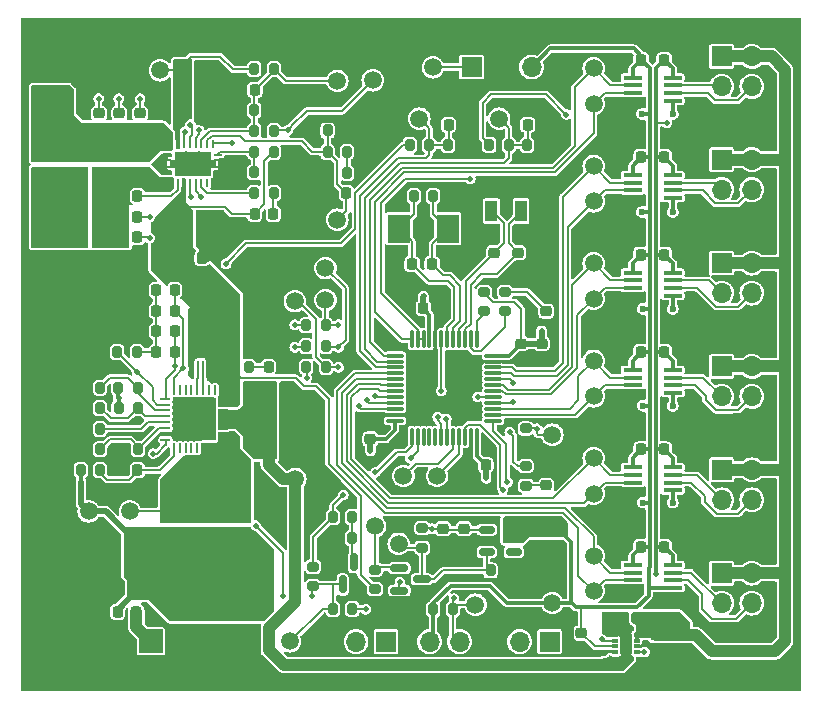
<source format=gbr>
%TF.GenerationSoftware,KiCad,Pcbnew,8.0.7*%
%TF.CreationDate,2025-01-12T17:23:01+01:00*%
%TF.ProjectId,MermaidControlUnit,4d65726d-6169-4644-936f-6e74726f6c55,rev?*%
%TF.SameCoordinates,PXb2564c0PY59d60c0*%
%TF.FileFunction,Copper,L1,Top*%
%TF.FilePolarity,Positive*%
%FSLAX46Y46*%
G04 Gerber Fmt 4.6, Leading zero omitted, Abs format (unit mm)*
G04 Created by KiCad (PCBNEW 8.0.7) date 2025-01-12 17:23:01*
%MOMM*%
%LPD*%
G01*
G04 APERTURE LIST*
G04 Aperture macros list*
%AMRoundRect*
0 Rectangle with rounded corners*
0 $1 Rounding radius*
0 $2 $3 $4 $5 $6 $7 $8 $9 X,Y pos of 4 corners*
0 Add a 4 corners polygon primitive as box body*
4,1,4,$2,$3,$4,$5,$6,$7,$8,$9,$2,$3,0*
0 Add four circle primitives for the rounded corners*
1,1,$1+$1,$2,$3*
1,1,$1+$1,$4,$5*
1,1,$1+$1,$6,$7*
1,1,$1+$1,$8,$9*
0 Add four rect primitives between the rounded corners*
20,1,$1+$1,$2,$3,$4,$5,0*
20,1,$1+$1,$4,$5,$6,$7,0*
20,1,$1+$1,$6,$7,$8,$9,0*
20,1,$1+$1,$8,$9,$2,$3,0*%
%AMFreePoly0*
4,1,13,0.375000,1.525000,1.025000,1.525000,1.025000,-1.525000,0.375000,-1.525000,0.375000,-1.925000,-0.375000,-1.925000,-0.375000,-1.525000,-1.025000,-1.525000,-1.025000,1.525000,-0.375000,1.525000,-0.375000,1.925000,0.375000,1.925000,0.375000,1.525000,0.375000,1.525000,$1*%
G04 Aperture macros list end*
%TA.AperFunction,ComponentPad*%
%ADD10R,2.000000X2.000000*%
%TD*%
%TA.AperFunction,SMDPad,CuDef*%
%ADD11RoundRect,0.225000X-0.250000X0.225000X-0.250000X-0.225000X0.250000X-0.225000X0.250000X0.225000X0*%
%TD*%
%TA.AperFunction,ComponentPad*%
%ADD12R,1.700000X1.700000*%
%TD*%
%TA.AperFunction,ComponentPad*%
%ADD13O,1.700000X1.700000*%
%TD*%
%TA.AperFunction,SMDPad,CuDef*%
%ADD14RoundRect,0.200000X-0.200000X-0.275000X0.200000X-0.275000X0.200000X0.275000X-0.200000X0.275000X0*%
%TD*%
%TA.AperFunction,SMDPad,CuDef*%
%ADD15RoundRect,0.200000X0.200000X0.275000X-0.200000X0.275000X-0.200000X-0.275000X0.200000X-0.275000X0*%
%TD*%
%TA.AperFunction,SMDPad,CuDef*%
%ADD16C,1.500000*%
%TD*%
%TA.AperFunction,SMDPad,CuDef*%
%ADD17R,1.000000X1.800000*%
%TD*%
%TA.AperFunction,SMDPad,CuDef*%
%ADD18RoundRect,0.250000X-0.250000X-0.475000X0.250000X-0.475000X0.250000X0.475000X-0.250000X0.475000X0*%
%TD*%
%TA.AperFunction,SMDPad,CuDef*%
%ADD19RoundRect,0.225000X-0.225000X-0.250000X0.225000X-0.250000X0.225000X0.250000X-0.225000X0.250000X0*%
%TD*%
%TA.AperFunction,SMDPad,CuDef*%
%ADD20RoundRect,0.218750X-0.256250X0.218750X-0.256250X-0.218750X0.256250X-0.218750X0.256250X0.218750X0*%
%TD*%
%TA.AperFunction,SMDPad,CuDef*%
%ADD21RoundRect,0.218750X0.218750X0.256250X-0.218750X0.256250X-0.218750X-0.256250X0.218750X-0.256250X0*%
%TD*%
%TA.AperFunction,SMDPad,CuDef*%
%ADD22RoundRect,0.218750X-0.218750X-0.256250X0.218750X-0.256250X0.218750X0.256250X-0.218750X0.256250X0*%
%TD*%
%TA.AperFunction,SMDPad,CuDef*%
%ADD23RoundRect,0.225000X0.250000X-0.225000X0.250000X0.225000X-0.250000X0.225000X-0.250000X-0.225000X0*%
%TD*%
%TA.AperFunction,SMDPad,CuDef*%
%ADD24R,0.500000X0.300000*%
%TD*%
%TA.AperFunction,SMDPad,CuDef*%
%ADD25R,1.050000X1.750000*%
%TD*%
%TA.AperFunction,SMDPad,CuDef*%
%ADD26RoundRect,0.250000X0.250000X0.475000X-0.250000X0.475000X-0.250000X-0.475000X0.250000X-0.475000X0*%
%TD*%
%TA.AperFunction,SMDPad,CuDef*%
%ADD27RoundRect,0.225000X0.225000X0.250000X-0.225000X0.250000X-0.225000X-0.250000X0.225000X-0.250000X0*%
%TD*%
%TA.AperFunction,SMDPad,CuDef*%
%ADD28R,1.600000X0.300000*%
%TD*%
%TA.AperFunction,SMDPad,CuDef*%
%ADD29RoundRect,0.200000X0.275000X-0.200000X0.275000X0.200000X-0.275000X0.200000X-0.275000X-0.200000X0*%
%TD*%
%TA.AperFunction,SMDPad,CuDef*%
%ADD30RoundRect,0.150000X-0.587500X-0.150000X0.587500X-0.150000X0.587500X0.150000X-0.587500X0.150000X0*%
%TD*%
%TA.AperFunction,SMDPad,CuDef*%
%ADD31RoundRect,0.050400X0.249600X-0.069600X0.249600X0.069600X-0.249600X0.069600X-0.249600X-0.069600X0*%
%TD*%
%TA.AperFunction,SMDPad,CuDef*%
%ADD32RoundRect,0.050400X0.069600X-0.249600X0.069600X0.249600X-0.069600X0.249600X-0.069600X-0.249600X0*%
%TD*%
%TA.AperFunction,ComponentPad*%
%ADD33C,0.500000*%
%TD*%
%TA.AperFunction,SMDPad,CuDef*%
%ADD34RoundRect,0.050000X0.250000X-0.050000X0.250000X0.050000X-0.250000X0.050000X-0.250000X-0.050000X0*%
%TD*%
%TA.AperFunction,SMDPad,CuDef*%
%ADD35FreePoly0,90.000000*%
%TD*%
%TA.AperFunction,SMDPad,CuDef*%
%ADD36RoundRect,0.075000X-0.075000X0.662500X-0.075000X-0.662500X0.075000X-0.662500X0.075000X0.662500X0*%
%TD*%
%TA.AperFunction,SMDPad,CuDef*%
%ADD37RoundRect,0.075000X-0.662500X0.075000X-0.662500X-0.075000X0.662500X-0.075000X0.662500X0.075000X0*%
%TD*%
%TA.AperFunction,SMDPad,CuDef*%
%ADD38R,1.900000X2.400000*%
%TD*%
%TA.AperFunction,SMDPad,CuDef*%
%ADD39RoundRect,0.200000X-0.275000X0.200000X-0.275000X-0.200000X0.275000X-0.200000X0.275000X0.200000X0*%
%TD*%
%TA.AperFunction,SMDPad,CuDef*%
%ADD40R,4.953000X3.175000*%
%TD*%
%TA.AperFunction,SMDPad,CuDef*%
%ADD41RoundRect,0.062500X-0.337500X-0.062500X0.337500X-0.062500X0.337500X0.062500X-0.337500X0.062500X0*%
%TD*%
%TA.AperFunction,SMDPad,CuDef*%
%ADD42RoundRect,0.062500X-0.062500X-0.337500X0.062500X-0.337500X0.062500X0.337500X-0.062500X0.337500X0*%
%TD*%
%TA.AperFunction,HeatsinkPad*%
%ADD43C,0.500000*%
%TD*%
%TA.AperFunction,HeatsinkPad*%
%ADD44R,3.600000X3.600000*%
%TD*%
%TA.AperFunction,SMDPad,CuDef*%
%ADD45RoundRect,0.150000X-0.150000X0.587500X-0.150000X-0.587500X0.150000X-0.587500X0.150000X0.587500X0*%
%TD*%
%TA.AperFunction,SMDPad,CuDef*%
%ADD46RoundRect,0.150000X-0.512500X-0.150000X0.512500X-0.150000X0.512500X0.150000X-0.512500X0.150000X0*%
%TD*%
%TA.AperFunction,ViaPad*%
%ADD47C,0.500000*%
%TD*%
%TA.AperFunction,ViaPad*%
%ADD48C,0.600000*%
%TD*%
%TA.AperFunction,Conductor*%
%ADD49C,0.300000*%
%TD*%
%TA.AperFunction,Conductor*%
%ADD50C,0.200000*%
%TD*%
%TA.AperFunction,Conductor*%
%ADD51C,0.500000*%
%TD*%
%TA.AperFunction,Conductor*%
%ADD52C,1.000000*%
%TD*%
G04 APERTURE END LIST*
D10*
%TO.P,J4,1,Pin_1*%
%TO.N,Net-(J4-Pin_1)*%
X17000000Y10200000D03*
%TD*%
D11*
%TO.P,C9,1*%
%TO.N,+3V3*%
X50100000Y35412500D03*
%TO.P,C9,2*%
%TO.N,GND*%
X50100000Y33862500D03*
%TD*%
D12*
%TO.P,J6,1,Pin_1*%
%TO.N,+5V_SW*%
X65350000Y59725000D03*
D13*
%TO.P,J6,2,Pin_2*%
X67890000Y59725000D03*
%TO.P,J6,3,Pin_3*%
%TO.N,/Level Shifter/HVOUT0*%
X65350000Y57185000D03*
%TO.P,J6,4,Pin_4*%
%TO.N,/Level Shifter/HVOUT1*%
X67890000Y57185000D03*
%TO.P,J6,5,Pin_5*%
%TO.N,GND*%
X65350000Y54645000D03*
%TO.P,J6,6,Pin_6*%
X67890000Y54645000D03*
%TD*%
D14*
%TO.P,R30,1*%
%TO.N,Net-(U10-~{CHG})*%
X25775000Y48150000D03*
%TO.P,R30,2*%
%TO.N,Net-(D8-K)*%
X27425000Y48150000D03*
%TD*%
D11*
%TO.P,C56,1*%
%TO.N,+5V_SW*%
X61500000Y10725000D03*
%TO.P,C56,2*%
%TO.N,GND*%
X61500000Y9175000D03*
%TD*%
D15*
%TO.P,R35,1*%
%TO.N,Net-(U10-ILIM)*%
X27425000Y53400000D03*
%TO.P,R35,2*%
%TO.N,Net-(U10-FOD)*%
X25775000Y53400000D03*
%TD*%
D16*
%TO.P,TP33,1,1*%
%TO.N,Net-(U10-TS{slash}CTRL)*%
X32800000Y45900000D03*
%TD*%
%TO.P,TP6,1,1*%
%TO.N,/STM32/TIM4_CH4*%
X54500000Y50450000D03*
%TD*%
%TO.P,TP34,1,1*%
%TO.N,Net-(U10-RECT)*%
X17800000Y58550000D03*
%TD*%
D17*
%TO.P,Y2,1,1*%
%TO.N,/STM32/OSC32IN*%
X48350000Y46637500D03*
%TO.P,Y2,2,2*%
%TO.N,/STM32/OSC32OUT*%
X45850000Y46637500D03*
%TD*%
D12*
%TO.P,J11,1,Pin_1*%
%TO.N,+5V_SW*%
X65350000Y15975000D03*
D13*
%TO.P,J11,2,Pin_2*%
X67890000Y15975000D03*
%TO.P,J11,3,Pin_3*%
%TO.N,/Level Shifter/HVOUT10*%
X65350000Y13435000D03*
%TO.P,J11,4,Pin_4*%
%TO.N,/Level Shifter/HVOUT11*%
X67890000Y13435000D03*
%TO.P,J11,5,Pin_5*%
%TO.N,GND*%
X65350000Y10895000D03*
%TO.P,J11,6,Pin_6*%
X67890000Y10895000D03*
%TD*%
D12*
%TO.P,J2,1,Pin_1*%
%TO.N,/STM32/TX*%
X36925000Y10175000D03*
D13*
%TO.P,J2,2,Pin_2*%
%TO.N,/STM32/RX*%
X34385000Y10175000D03*
%TO.P,J2,3,Pin_3*%
%TO.N,GND*%
X31845000Y10175000D03*
%TD*%
D15*
%TO.P,R12,1*%
%TO.N,GND*%
X47425000Y16200000D03*
%TO.P,R12,2*%
%TO.N,/Powering/LDO_EN*%
X45775000Y16200000D03*
%TD*%
D18*
%TO.P,C60,1*%
%TO.N,/Wireless Charging/+5V_Charging*%
X23600000Y39450000D03*
%TO.P,C60,2*%
%TO.N,GND*%
X25500000Y39450000D03*
%TD*%
D19*
%TO.P,C51,1*%
%TO.N,Net-(U10-FOD)*%
X25825000Y56900000D03*
%TO.P,C51,2*%
%TO.N,GND*%
X27375000Y56900000D03*
%TD*%
D16*
%TO.P,TP9,1,1*%
%TO.N,/STM32/TIM3_CH3*%
X54500000Y22700000D03*
%TD*%
D20*
%TO.P,D3,1,K*%
%TO.N,GND*%
X50500000Y24987500D03*
%TO.P,D3,2,A*%
%TO.N,Net-(D3-A)*%
X50500000Y23412500D03*
%TD*%
D21*
%TO.P,D8,1,K*%
%TO.N,Net-(D8-K)*%
X27387500Y46400000D03*
%TO.P,D8,2,A*%
%TO.N,/Wireless Charging/+5V_Charging*%
X25812500Y46400000D03*
%TD*%
D12*
%TO.P,J3,1,Pin_1*%
%TO.N,/STM32/IR_Receiver*%
X44175000Y58825000D03*
D13*
%TO.P,J3,2,Pin_2*%
%TO.N,GND*%
X46715000Y58825000D03*
%TO.P,J3,3,Pin_3*%
%TO.N,+3V3*%
X49255000Y58825000D03*
%TD*%
D22*
%TO.P,D7,1,K*%
%TO.N,Net-(D4-A)*%
X17462500Y39950000D03*
%TO.P,D7,2,A*%
%TO.N,Net-(D6-K)*%
X19037500Y39950000D03*
%TD*%
D21*
%TO.P,D6,1,K*%
%TO.N,Net-(D6-K)*%
X19037500Y38200000D03*
%TO.P,D6,2,A*%
%TO.N,Net-(D4-A)*%
X17462500Y38200000D03*
%TD*%
D23*
%TO.P,C44,1*%
%TO.N,Net-(J13-Pin_1)*%
X16100000Y53350000D03*
%TO.P,C44,2*%
%TO.N,Net-(U10-BOOT2)*%
X16100000Y54900000D03*
%TD*%
D24*
%TO.P,U11,1,VIN*%
%TO.N,+5V*%
X56350000Y10762500D03*
%TO.P,U11,2,EN*%
%TO.N,/STM32/+5V_EN*%
X56350000Y10262500D03*
%TO.P,U11,3,VCC*%
%TO.N,+3V3*%
X56350000Y9762500D03*
%TO.P,U11,4,GND*%
%TO.N,GND*%
X56350000Y9262500D03*
%TO.P,U11,5,BLEED*%
%TO.N,+5V_SW*%
X58150000Y9262500D03*
%TO.P,U11,6,PG*%
%TO.N,GND*%
X58150000Y9762500D03*
%TO.P,U11,7,VOUT*%
%TO.N,+5V_SW*%
X58150000Y10262500D03*
%TO.P,U11,8,VOUT*%
X58150000Y10762500D03*
D25*
%TO.P,U11,9,VIN*%
%TO.N,+5V*%
X57250000Y10012500D03*
%TD*%
D16*
%TO.P,TP4,1,1*%
%TO.N,/STM32/TIM2_CH3*%
X54500000Y55700000D03*
%TD*%
D26*
%TO.P,C58,1*%
%TO.N,+BATT*%
X15700000Y18700000D03*
%TO.P,C58,2*%
%TO.N,GND*%
X13800000Y18700000D03*
%TD*%
D14*
%TO.P,R34,1*%
%TO.N,GND*%
X31975000Y49850000D03*
%TO.P,R34,2*%
%TO.N,Net-(R33-Pad1)*%
X33625000Y49850000D03*
%TD*%
D19*
%TO.P,C26,1*%
%TO.N,+5V*%
X60475000Y59450000D03*
%TO.P,C26,2*%
%TO.N,GND*%
X62025000Y59450000D03*
%TD*%
D14*
%TO.P,R28,1*%
%TO.N,Net-(D6-K)*%
X30175000Y35200000D03*
%TO.P,R28,2*%
%TO.N,/STM32/I2C2_SCL*%
X31825000Y35200000D03*
%TD*%
D16*
%TO.P,TP8,1,1*%
%TO.N,/STM32/TIM4_CH3*%
X54500000Y47450000D03*
%TD*%
D19*
%TO.P,C16,1*%
%TO.N,+5V*%
X26975000Y26450000D03*
%TO.P,C16,2*%
%TO.N,GND*%
X28525000Y26450000D03*
%TD*%
%TO.P,C48,1*%
%TO.N,Net-(U10-RECT)*%
X19775000Y55150000D03*
%TO.P,C48,2*%
%TO.N,GND*%
X21325000Y55150000D03*
%TD*%
D16*
%TO.P,TP30,1,1*%
%TO.N,Net-(J12-Pin_1)*%
X8400000Y45200000D03*
%TD*%
D19*
%TO.P,C38,1*%
%TO.N,Net-(J12-Pin_1)*%
X11075000Y44400000D03*
%TO.P,C38,2*%
%TO.N,Net-(U10-AC1)*%
X12625000Y44400000D03*
%TD*%
D11*
%TO.P,C12,1*%
%TO.N,+BATT*%
X41750000Y19725000D03*
%TO.P,C12,2*%
%TO.N,GND*%
X41750000Y18175000D03*
%TD*%
D16*
%TO.P,TP11,1,1*%
%TO.N,/STM32/TIM3_CH2*%
X54500000Y17450000D03*
%TD*%
%TO.P,TP25,1,1*%
%TO.N,Net-(L1-Pad1)*%
X15250000Y21200000D03*
%TD*%
D27*
%TO.P,C23,1*%
%TO.N,+BATT*%
X15775000Y14450000D03*
%TO.P,C23,2*%
%TO.N,GND*%
X14225000Y14450000D03*
%TD*%
D28*
%TO.P,U8,1,VCCA*%
%TO.N,+3V3*%
X57800000Y41425000D03*
%TO.P,U8,2,A1*%
%TO.N,/STM32/TIM4_CH2*%
X57800000Y40775000D03*
%TO.P,U8,3,A2*%
%TO.N,/STM32/TIM4_CH1*%
X57800000Y40125000D03*
%TO.P,U8,4,GND*%
%TO.N,GND*%
X57800000Y39475000D03*
%TO.P,U8,5,DIR*%
%TO.N,+3V3*%
X61200000Y39475000D03*
%TO.P,U8,6,B2*%
%TO.N,/Level Shifter/HVOUT5*%
X61200000Y40125000D03*
%TO.P,U8,7,B1*%
%TO.N,/Level Shifter/HVOUT4*%
X61200000Y40775000D03*
%TO.P,U8,8,VCCB*%
%TO.N,+5V*%
X61200000Y41425000D03*
%TD*%
D12*
%TO.P,J10,1,Pin_1*%
%TO.N,+5V_SW*%
X65350000Y42225000D03*
D13*
%TO.P,J10,2,Pin_2*%
X67890000Y42225000D03*
%TO.P,J10,3,Pin_3*%
%TO.N,/Level Shifter/HVOUT4*%
X65350000Y39685000D03*
%TO.P,J10,4,Pin_4*%
%TO.N,/Level Shifter/HVOUT5*%
X67890000Y39685000D03*
%TO.P,J10,5,Pin_5*%
%TO.N,GND*%
X65350000Y37145000D03*
%TO.P,J10,6,Pin_6*%
X67890000Y37145000D03*
%TD*%
D21*
%TO.P,D4,1,K*%
%TO.N,Net-(D4-K)*%
X19037500Y34700000D03*
%TO.P,D4,2,A*%
%TO.N,Net-(D4-A)*%
X17462500Y34700000D03*
%TD*%
D16*
%TO.P,TP10,1,1*%
%TO.N,/STM32/TIM4_CH2*%
X54500000Y42200000D03*
%TD*%
D29*
%TO.P,R38,1*%
%TO.N,/Powering/LDO_EN*%
X40000000Y18125000D03*
%TO.P,R38,2*%
%TO.N,+BATT*%
X40000000Y19775000D03*
%TD*%
D14*
%TO.P,R31,1*%
%TO.N,Net-(U10-EN2)*%
X25775000Y49900000D03*
%TO.P,R31,2*%
%TO.N,GND*%
X27425000Y49900000D03*
%TD*%
D27*
%TO.P,C33,1*%
%TO.N,+3V3*%
X58525000Y18200000D03*
%TO.P,C33,2*%
%TO.N,GND*%
X56975000Y18200000D03*
%TD*%
D16*
%TO.P,TP2,1,1*%
%TO.N,/STM32/TIM2_CH4*%
X54500000Y58700000D03*
%TD*%
D19*
%TO.P,C43,1*%
%TO.N,Net-(U10-AC1)*%
X14325000Y47900000D03*
%TO.P,C43,2*%
%TO.N,Net-(U10-BOOT1)*%
X15875000Y47900000D03*
%TD*%
D27*
%TO.P,C22,1*%
%TO.N,Net-(U3-BAT)*%
X15875000Y24700000D03*
%TO.P,C22,2*%
%TO.N,GND*%
X14325000Y24700000D03*
%TD*%
D16*
%TO.P,TP26,1,1*%
%TO.N,Net-(Q1-D)*%
X28800000Y10200000D03*
%TD*%
D28*
%TO.P,U4,1,VCCA*%
%TO.N,+3V3*%
X57800000Y57925000D03*
%TO.P,U4,2,A1*%
%TO.N,/STM32/TIM2_CH4*%
X57800000Y57275000D03*
%TO.P,U4,3,A2*%
%TO.N,/STM32/TIM2_CH3*%
X57800000Y56625000D03*
%TO.P,U4,4,GND*%
%TO.N,GND*%
X57800000Y55975000D03*
%TO.P,U4,5,DIR*%
%TO.N,+3V3*%
X61200000Y55975000D03*
%TO.P,U4,6,B2*%
%TO.N,/Level Shifter/HVOUT1*%
X61200000Y56625000D03*
%TO.P,U4,7,B1*%
%TO.N,/Level Shifter/HVOUT0*%
X61200000Y57275000D03*
%TO.P,U4,8,VCCB*%
%TO.N,+5V*%
X61200000Y57925000D03*
%TD*%
D10*
%TO.P,J12,1,Pin_1*%
%TO.N,Net-(J12-Pin_1)*%
X8350000Y48500000D03*
%TD*%
D27*
%TO.P,C3,1*%
%TO.N,/STM32/OSCOUT*%
X39125000Y42137500D03*
%TO.P,C3,2*%
%TO.N,GND*%
X37575000Y42137500D03*
%TD*%
D30*
%TO.P,D1,1*%
%TO.N,Net-(D1-Pad1)*%
X38062500Y16400000D03*
%TO.P,D1,2*%
%TO.N,/STM32/powerOn*%
X38062500Y14500000D03*
%TO.P,D1,3*%
%TO.N,/Powering/LDO_EN*%
X39937500Y15450000D03*
%TD*%
D31*
%TO.P,U10,1,PGND*%
%TO.N,GND*%
X18400000Y49900000D03*
D32*
%TO.P,U10,2,AC1*%
%TO.N,Net-(U10-AC1)*%
X18800000Y49000000D03*
%TO.P,U10,3,BOOT1*%
%TO.N,Net-(U10-BOOT1)*%
X19300000Y49000000D03*
%TO.P,U10,4,OUT*%
%TO.N,/Wireless Charging/+5V_Charging*%
X19800000Y49000000D03*
%TO.P,U10,5,CLAMP1*%
%TO.N,Net-(U10-CLAMP1)*%
X20300000Y49000000D03*
%TO.P,U10,6,COMM1*%
%TO.N,Net-(U10-COMM1)*%
X20800000Y49000000D03*
%TO.P,U10,7,~{CHG}*%
%TO.N,Net-(U10-~{CHG})*%
X21300000Y49000000D03*
%TO.P,U10,8,~{AD-EN}*%
%TO.N,unconnected-(U10-~{AD-EN}-Pad8)*%
X21800000Y49000000D03*
%TO.P,U10,9,AD*%
%TO.N,GND*%
X22300000Y49000000D03*
D31*
%TO.P,U10,10,EN1*%
X22700000Y49900000D03*
%TO.P,U10,11,EN2*%
%TO.N,Net-(U10-EN2)*%
X22700000Y51400000D03*
D32*
%TO.P,U10,12,ILIM*%
%TO.N,Net-(U10-ILIM)*%
X22300000Y52300000D03*
%TO.P,U10,13,TS/CTRL*%
%TO.N,Net-(U10-TS{slash}CTRL)*%
X21800000Y52300000D03*
%TO.P,U10,14,FOD*%
%TO.N,Net-(U10-FOD)*%
X21300000Y52300000D03*
%TO.P,U10,15,COMM2*%
%TO.N,Net-(U10-COMM2)*%
X20800000Y52300000D03*
%TO.P,U10,16,CLAMP2*%
%TO.N,Net-(U10-CLAMP2)*%
X20300000Y52300000D03*
%TO.P,U10,17,BOOT2*%
%TO.N,Net-(U10-BOOT2)*%
X19800000Y52300000D03*
%TO.P,U10,18,RECT*%
%TO.N,Net-(U10-RECT)*%
X19300000Y52300000D03*
%TO.P,U10,19,AC2*%
%TO.N,Net-(J13-Pin_1)*%
X18800000Y52300000D03*
D31*
%TO.P,U10,20,PGND*%
%TO.N,GND*%
X18400000Y51400000D03*
D33*
%TO.P,U10,21,EP*%
X20025000Y49875000D03*
X21075000Y49875000D03*
D34*
X18400000Y50375000D03*
X22700000Y50375000D03*
D33*
X19275000Y50650000D03*
X20025000Y50650000D03*
D35*
X20550000Y50650000D03*
D33*
X21075000Y50650000D03*
X21825000Y50650000D03*
D34*
X18400000Y50925000D03*
X22700000Y50925000D03*
D33*
X20025000Y51425000D03*
X21075000Y51425000D03*
%TD*%
D23*
%TO.P,C45,1*%
%TO.N,Net-(J13-Pin_1)*%
X14350000Y53350000D03*
%TO.P,C45,2*%
%TO.N,Net-(U10-CLAMP2)*%
X14350000Y54900000D03*
%TD*%
D21*
%TO.P,F1,1*%
%TO.N,Net-(J4-Pin_1)*%
X15787500Y12700000D03*
%TO.P,F1,2*%
%TO.N,+BATT*%
X14212500Y12700000D03*
%TD*%
D36*
%TO.P,U1,1,VBAT*%
%TO.N,Net-(U1-VBAT)*%
X44600000Y35800000D03*
%TO.P,U1,2,PC13*%
%TO.N,/STM32/LED1*%
X44100000Y35800000D03*
%TO.P,U1,3,PC14*%
%TO.N,/STM32/OSC32IN*%
X43600000Y35800000D03*
%TO.P,U1,4,PC15*%
%TO.N,/STM32/OSC32OUT*%
X43100000Y35800000D03*
%TO.P,U1,5,PD0*%
%TO.N,/STM32/OSCIN*%
X42600000Y35800000D03*
%TO.P,U1,6,PD1*%
%TO.N,/STM32/OSCOUT*%
X42100000Y35800000D03*
%TO.P,U1,7,NRST*%
%TO.N,/STM32/nRST*%
X41600000Y35800000D03*
%TO.P,U1,8,VSSA*%
%TO.N,GND*%
X41100000Y35800000D03*
%TO.P,U1,9,VDDA*%
%TO.N,+3V3*%
X40600000Y35800000D03*
%TO.P,U1,10,PA0*%
%TO.N,/STM32/IR_Receiver*%
X40100000Y35800000D03*
%TO.P,U1,11,PA1*%
X39600000Y35800000D03*
%TO.P,U1,12,PA2*%
%TO.N,/STM32/TIM2_CH3*%
X39100000Y35800000D03*
D37*
%TO.P,U1,13,PA3*%
%TO.N,/STM32/TIM2_CH4*%
X37687500Y34387500D03*
%TO.P,U1,14,PA4*%
%TO.N,/STM32/+5VSense*%
X37687500Y33887500D03*
%TO.P,U1,15,PA5*%
%TO.N,/STM32/+VbattSense*%
X37687500Y33387500D03*
%TO.P,U1,16,PA6*%
%TO.N,/STM32/TIM3_CH1*%
X37687500Y32887500D03*
%TO.P,U1,17,PA7*%
%TO.N,/STM32/TIM3_CH2*%
X37687500Y32387500D03*
%TO.P,U1,18,PB0*%
%TO.N,/STM32/TIM3_CH3*%
X37687500Y31887500D03*
%TO.P,U1,19,PB1*%
%TO.N,/STM32/TIM3_CH4*%
X37687500Y31387500D03*
%TO.P,U1,20,PB2*%
%TO.N,/STM32/IRQ_Boost*%
X37687500Y30887500D03*
%TO.P,U1,21,PB10*%
%TO.N,/STM32/I2C2_SCL*%
X37687500Y30387500D03*
%TO.P,U1,22,PB11*%
%TO.N,/STM32/I2C2_SDA*%
X37687500Y29887500D03*
%TO.P,U1,23,VSS*%
%TO.N,GND*%
X37687500Y29387500D03*
%TO.P,U1,24,VDD*%
%TO.N,+3V3*%
X37687500Y28887500D03*
D36*
%TO.P,U1,25,PB12*%
%TO.N,/STM32/boostWkUp*%
X39100000Y27475000D03*
%TO.P,U1,26,PB13*%
%TO.N,/STM32/powerOn*%
X39600000Y27475000D03*
%TO.P,U1,27,PB14*%
%TO.N,unconnected-(U1-PB14-Pad27)*%
X40100000Y27475000D03*
%TO.P,U1,28,PB15*%
%TO.N,unconnected-(U1-PB15-Pad28)*%
X40600000Y27475000D03*
%TO.P,U1,29,PA8*%
%TO.N,unconnected-(U1-PA8-Pad29)*%
X41100000Y27475000D03*
%TO.P,U1,30,PA9*%
%TO.N,/STM32/TX*%
X41600000Y27475000D03*
%TO.P,U1,31,PA10*%
%TO.N,/STM32/RX*%
X42100000Y27475000D03*
%TO.P,U1,32,PA11*%
%TO.N,Net-(U1-PA11)*%
X42600000Y27475000D03*
%TO.P,U1,33,PA12*%
%TO.N,Net-(U1-PA12)*%
X43100000Y27475000D03*
%TO.P,U1,34,PA13*%
%TO.N,/STM32/SWDIO*%
X43600000Y27475000D03*
%TO.P,U1,35,VSS*%
%TO.N,GND*%
X44100000Y27475000D03*
%TO.P,U1,36,VDD*%
%TO.N,+3V3*%
X44600000Y27475000D03*
D37*
%TO.P,U1,37,PA14*%
%TO.N,/STM32/SWCLK*%
X46012500Y28887500D03*
%TO.P,U1,38,PA15*%
%TO.N,/STM32/TIM2_CH1*%
X46012500Y29387500D03*
%TO.P,U1,39,PB3*%
%TO.N,/STM32/TIM2_CH2*%
X46012500Y29887500D03*
%TO.P,U1,40,PB4*%
%TO.N,/STM32/LED2*%
X46012500Y30387500D03*
%TO.P,U1,41,PB5*%
%TO.N,/STM32/+5V_EN*%
X46012500Y30887500D03*
%TO.P,U1,42,PB6*%
%TO.N,/STM32/TIM4_CH1*%
X46012500Y31387500D03*
%TO.P,U1,43,PB7*%
%TO.N,/STM32/TIM4_CH2*%
X46012500Y31887500D03*
%TO.P,U1,44,BOOT0*%
%TO.N,Net-(U1-BOOT0)*%
X46012500Y32387500D03*
%TO.P,U1,45,PB8*%
%TO.N,/STM32/TIM4_CH3*%
X46012500Y32887500D03*
%TO.P,U1,46,PB9*%
%TO.N,/STM32/TIM4_CH4*%
X46012500Y33387500D03*
%TO.P,U1,47,VSS*%
%TO.N,GND*%
X46012500Y33887500D03*
%TO.P,U1,48,VDD*%
%TO.N,+3V3*%
X46012500Y34387500D03*
%TD*%
D38*
%TO.P,Y1,1,1*%
%TO.N,/STM32/OSCIN*%
X42150000Y45137500D03*
%TO.P,Y1,2,2*%
%TO.N,/STM32/OSCOUT*%
X38050000Y45137500D03*
%TD*%
D16*
%TO.P,TP19,1,1*%
%TO.N,/STM32/IR_Receiver*%
X40900000Y58800000D03*
%TD*%
D12*
%TO.P,J8,1,Pin_1*%
%TO.N,+5V_SW*%
X65350000Y50975000D03*
D13*
%TO.P,J8,2,Pin_2*%
X67890000Y50975000D03*
%TO.P,J8,3,Pin_3*%
%TO.N,/Level Shifter/HVOUT2*%
X65350000Y48435000D03*
%TO.P,J8,4,Pin_4*%
%TO.N,/Level Shifter/HVOUT3*%
X67890000Y48435000D03*
%TO.P,J8,5,Pin_5*%
%TO.N,GND*%
X65350000Y45895000D03*
%TO.P,J8,6,Pin_6*%
X67890000Y45895000D03*
%TD*%
D14*
%TO.P,R23,1*%
%TO.N,GND*%
X32425000Y18950000D03*
%TO.P,R23,2*%
%TO.N,Net-(Q1-G)*%
X34075000Y18950000D03*
%TD*%
D16*
%TO.P,TP23,1,1*%
%TO.N,+3V3*%
X51000000Y13450000D03*
%TD*%
%TO.P,TP32,1,1*%
%TO.N,Net-(U10-ILIM)*%
X35800000Y57700000D03*
%TD*%
D14*
%TO.P,R36,1*%
%TO.N,Net-(U10-RECT)*%
X25775000Y58650000D03*
%TO.P,R36,2*%
%TO.N,Net-(U10-FOD)*%
X27425000Y58650000D03*
%TD*%
D22*
%TO.P,D5,1,K*%
%TO.N,Net-(D4-A)*%
X17462500Y36450000D03*
%TO.P,D5,2,A*%
%TO.N,Net-(D4-K)*%
X19037500Y36450000D03*
%TD*%
D23*
%TO.P,C46,1*%
%TO.N,Net-(J13-Pin_1)*%
X12600000Y53350000D03*
%TO.P,C46,2*%
%TO.N,Net-(U10-COMM2)*%
X12600000Y54900000D03*
%TD*%
D15*
%TO.P,R13,1*%
%TO.N,Net-(C20-Pad1)*%
X25325000Y33450000D03*
%TO.P,R13,2*%
%TO.N,/Wireless Charging/+5V_Charging*%
X23675000Y33450000D03*
%TD*%
D19*
%TO.P,C54,1*%
%TO.N,/Wireless Charging/+5V_Charging*%
X19800000Y42650000D03*
%TO.P,C54,2*%
%TO.N,GND*%
X21350000Y42650000D03*
%TD*%
D26*
%TO.P,C59,1*%
%TO.N,+BATT*%
X15700000Y16450000D03*
%TO.P,C59,2*%
%TO.N,GND*%
X13800000Y16450000D03*
%TD*%
D16*
%TO.P,TP22,1,1*%
%TO.N,+BATT*%
X11750000Y21200000D03*
%TD*%
D19*
%TO.P,C27,1*%
%TO.N,+5V*%
X60475000Y34700000D03*
%TO.P,C27,2*%
%TO.N,GND*%
X62025000Y34700000D03*
%TD*%
D28*
%TO.P,U6,1,VCCA*%
%TO.N,+3V3*%
X57800000Y49675000D03*
%TO.P,U6,2,A1*%
%TO.N,/STM32/TIM4_CH4*%
X57800000Y49025000D03*
%TO.P,U6,3,A2*%
%TO.N,/STM32/TIM4_CH3*%
X57800000Y48375000D03*
%TO.P,U6,4,GND*%
%TO.N,GND*%
X57800000Y47725000D03*
%TO.P,U6,5,DIR*%
%TO.N,+3V3*%
X61200000Y47725000D03*
%TO.P,U6,6,B2*%
%TO.N,/Level Shifter/HVOUT3*%
X61200000Y48375000D03*
%TO.P,U6,7,B1*%
%TO.N,/Level Shifter/HVOUT2*%
X61200000Y49025000D03*
%TO.P,U6,8,VCCB*%
%TO.N,+5V*%
X61200000Y49675000D03*
%TD*%
D19*
%TO.P,C10,1*%
%TO.N,/STM32/+5VSense*%
X48925000Y53950000D03*
%TO.P,C10,2*%
%TO.N,GND*%
X50475000Y53950000D03*
%TD*%
D15*
%TO.P,R9,1*%
%TO.N,GND*%
X50525000Y52200000D03*
%TO.P,R9,2*%
%TO.N,/STM32/+5VSense*%
X48875000Y52200000D03*
%TD*%
D29*
%TO.P,R5,1*%
%TO.N,GND*%
X48750000Y26575000D03*
%TO.P,R5,2*%
%TO.N,Net-(U1-BOOT0)*%
X48750000Y28225000D03*
%TD*%
D19*
%TO.P,C1,1*%
%TO.N,/STM32/OSCIN*%
X40825000Y42137500D03*
%TO.P,C1,2*%
%TO.N,GND*%
X42375000Y42137500D03*
%TD*%
D16*
%TO.P,TP3,1,1*%
%TO.N,/STM32/TIM2_CH2*%
X54500000Y33950000D03*
%TD*%
%TO.P,TP20,1,1*%
%TO.N,/STM32/+VbattSense*%
X39750000Y54450000D03*
%TD*%
D19*
%TO.P,C31,1*%
%TO.N,+5V*%
X60475000Y26450000D03*
%TO.P,C31,2*%
%TO.N,GND*%
X62025000Y26450000D03*
%TD*%
%TO.P,C52,1*%
%TO.N,/Wireless Charging/+5V_Charging*%
X19800000Y46150000D03*
%TO.P,C52,2*%
%TO.N,GND*%
X21350000Y46150000D03*
%TD*%
D16*
%TO.P,TP1,1,1*%
%TO.N,Net-(D1-Pad1)*%
X36000000Y19950000D03*
%TD*%
D39*
%TO.P,R7,1*%
%TO.N,+3V3*%
X45250000Y39775000D03*
%TO.P,R7,2*%
%TO.N,Net-(U1-VBAT)*%
X45250000Y38125000D03*
%TD*%
D19*
%TO.P,C36,1*%
%TO.N,Net-(J12-Pin_1)*%
X11075000Y47900000D03*
%TO.P,C36,2*%
%TO.N,Net-(U10-AC1)*%
X12625000Y47900000D03*
%TD*%
D15*
%TO.P,R40,1*%
%TO.N,GND*%
X33625000Y53450000D03*
%TO.P,R40,2*%
%TO.N,Net-(U10-TS{slash}CTRL)*%
X31975000Y53450000D03*
%TD*%
D19*
%TO.P,C30,1*%
%TO.N,+5V*%
X60475000Y51200000D03*
%TO.P,C30,2*%
%TO.N,GND*%
X62025000Y51200000D03*
%TD*%
%TO.P,C18,1*%
%TO.N,+5V*%
X26975000Y28200000D03*
%TO.P,C18,2*%
%TO.N,GND*%
X28525000Y28200000D03*
%TD*%
D16*
%TO.P,TP12,1,1*%
%TO.N,/STM32/TIM4_CH1*%
X54500000Y39200000D03*
%TD*%
D15*
%TO.P,R6,1*%
%TO.N,/STM32/nRST*%
X42575000Y12900000D03*
%TO.P,R6,2*%
%TO.N,+3V3*%
X40925000Y12900000D03*
%TD*%
D40*
%TO.P,L1,1,1*%
%TO.N,Net-(L1-Pad1)*%
X22500000Y23458000D03*
%TO.P,L1,2,2*%
%TO.N,+BATT*%
X22500000Y14442000D03*
%TD*%
D39*
%TO.P,R3,1*%
%TO.N,/STM32/LED2*%
X48750000Y25025000D03*
%TO.P,R3,2*%
%TO.N,Net-(D3-A)*%
X48750000Y23375000D03*
%TD*%
D27*
%TO.P,C6,1*%
%TO.N,+3V3*%
X45375000Y25137500D03*
%TO.P,C6,2*%
%TO.N,GND*%
X43825000Y25137500D03*
%TD*%
D15*
%TO.P,R21,1*%
%TO.N,Net-(U3-NTC)*%
X15925000Y26450000D03*
%TO.P,R21,2*%
%TO.N,GND*%
X14275000Y26450000D03*
%TD*%
D11*
%TO.P,C7,1*%
%TO.N,+3V3*%
X48350000Y35412500D03*
%TO.P,C7,2*%
%TO.N,GND*%
X48350000Y33862500D03*
%TD*%
D16*
%TO.P,TP15,1,1*%
%TO.N,Net-(U1-BOOT0)*%
X51000000Y27700000D03*
%TD*%
D29*
%TO.P,R24,1*%
%TO.N,Net-(Q1-D)*%
X30750000Y14875000D03*
%TO.P,R24,2*%
%TO.N,/STM32/boostWkUp*%
X30750000Y16525000D03*
%TD*%
D19*
%TO.P,C34,1*%
%TO.N,+5V*%
X60475000Y42950000D03*
%TO.P,C34,2*%
%TO.N,GND*%
X62025000Y42950000D03*
%TD*%
D16*
%TO.P,TP28,1,1*%
%TO.N,/STM32/I2C2_SCL*%
X31800000Y41800000D03*
%TD*%
%TO.P,TP18,1,1*%
%TO.N,/STM32/+5VSense*%
X46500000Y54450000D03*
%TD*%
D14*
%TO.P,R39,1*%
%TO.N,+5V*%
X56425000Y12200000D03*
%TO.P,R39,2*%
%TO.N,+5V_SW*%
X58075000Y12200000D03*
%TD*%
D19*
%TO.P,C20,1*%
%TO.N,Net-(C20-Pad1)*%
X26975000Y33450000D03*
%TO.P,C20,2*%
%TO.N,GND*%
X28525000Y33450000D03*
%TD*%
D23*
%TO.P,C39,1*%
%TO.N,Net-(U10-AC1)*%
X12600000Y49850000D03*
%TO.P,C39,2*%
%TO.N,Net-(J13-Pin_1)*%
X12600000Y51400000D03*
%TD*%
D15*
%TO.P,R15,1*%
%TO.N,Net-(U3-RSET)*%
X12725000Y28200000D03*
%TO.P,R15,2*%
%TO.N,GND*%
X11075000Y28200000D03*
%TD*%
D16*
%TO.P,TP36,1,1*%
%TO.N,/Wireless Charging/+5V_Charging*%
X17800000Y42450000D03*
%TD*%
D28*
%TO.P,U5,1,VCCA*%
%TO.N,+3V3*%
X57800000Y33175000D03*
%TO.P,U5,2,A1*%
%TO.N,/STM32/TIM2_CH2*%
X57800000Y32525000D03*
%TO.P,U5,3,A2*%
%TO.N,/STM32/TIM2_CH1*%
X57800000Y31875000D03*
%TO.P,U5,4,GND*%
%TO.N,GND*%
X57800000Y31225000D03*
%TO.P,U5,5,DIR*%
%TO.N,+3V3*%
X61200000Y31225000D03*
%TO.P,U5,6,B2*%
%TO.N,/Level Shifter/HVOUT7*%
X61200000Y31875000D03*
%TO.P,U5,7,B1*%
%TO.N,/Level Shifter/HVOUT6*%
X61200000Y32525000D03*
%TO.P,U5,8,VCCB*%
%TO.N,+5V*%
X61200000Y33175000D03*
%TD*%
D29*
%TO.P,R1,1*%
%TO.N,/Wireless Charging/+5V_Charging*%
X36000000Y14625000D03*
%TO.P,R1,2*%
%TO.N,Net-(D1-Pad1)*%
X36000000Y16275000D03*
%TD*%
D27*
%TO.P,C29,1*%
%TO.N,+3V3*%
X58525000Y26450000D03*
%TO.P,C29,2*%
%TO.N,GND*%
X56975000Y26450000D03*
%TD*%
D16*
%TO.P,TP31,1,1*%
%TO.N,Net-(J13-Pin_1)*%
X8350000Y55900000D03*
%TD*%
%TO.P,TP24,1,1*%
%TO.N,+5V*%
X29250000Y23950000D03*
%TD*%
D14*
%TO.P,R29,1*%
%TO.N,Net-(D4-K)*%
X30175000Y33450000D03*
%TO.P,R29,2*%
%TO.N,/STM32/I2C2_SDA*%
X31825000Y33450000D03*
%TD*%
D19*
%TO.P,C8,1*%
%TO.N,+3V3*%
X40075000Y38387500D03*
%TO.P,C8,2*%
%TO.N,GND*%
X41625000Y38387500D03*
%TD*%
D16*
%TO.P,TP5,1,1*%
%TO.N,/STM32/TIM2_CH1*%
X54500000Y30950000D03*
%TD*%
D19*
%TO.P,C17,1*%
%TO.N,/Wireless Charging/+5V_Charging*%
X23725000Y35200000D03*
%TO.P,C17,2*%
%TO.N,GND*%
X25275000Y35200000D03*
%TD*%
D14*
%TO.P,R32,1*%
%TO.N,Net-(U10-EN2)*%
X25775000Y51650000D03*
%TO.P,R32,2*%
%TO.N,/Wireless Charging/+5V_Charging*%
X27425000Y51650000D03*
%TD*%
D15*
%TO.P,R11,1*%
%TO.N,GND*%
X43825000Y52200000D03*
%TO.P,R11,2*%
%TO.N,/STM32/+VbattSense*%
X42175000Y52200000D03*
%TD*%
D19*
%TO.P,C11,1*%
%TO.N,/STM32/+VbattSense*%
X42225000Y53950000D03*
%TO.P,C11,2*%
%TO.N,GND*%
X43775000Y53950000D03*
%TD*%
D16*
%TO.P,TP17,1,1*%
%TO.N,Net-(U1-PA12)*%
X41250000Y24200000D03*
%TD*%
D28*
%TO.P,U7,1,VCCA*%
%TO.N,+3V3*%
X57800000Y24925000D03*
%TO.P,U7,2,A1*%
%TO.N,/STM32/TIM3_CH4*%
X57800000Y24275000D03*
%TO.P,U7,3,A2*%
%TO.N,/STM32/TIM3_CH3*%
X57800000Y23625000D03*
%TO.P,U7,4,GND*%
%TO.N,GND*%
X57800000Y22975000D03*
%TO.P,U7,5,DIR*%
%TO.N,+3V3*%
X61200000Y22975000D03*
%TO.P,U7,6,B2*%
%TO.N,/Level Shifter/HVOUT9*%
X61200000Y23625000D03*
%TO.P,U7,7,B1*%
%TO.N,/Level Shifter/HVOUT8*%
X61200000Y24275000D03*
%TO.P,U7,8,VCCB*%
%TO.N,+5V*%
X61200000Y24925000D03*
%TD*%
D15*
%TO.P,R17,1*%
%TO.N,Net-(U3-VSET)*%
X12725000Y31675000D03*
%TO.P,R17,2*%
%TO.N,GND*%
X11075000Y31675000D03*
%TD*%
D19*
%TO.P,C49,1*%
%TO.N,Net-(U10-RECT)*%
X19775000Y56900000D03*
%TO.P,C49,2*%
%TO.N,GND*%
X21325000Y56900000D03*
%TD*%
D15*
%TO.P,R18,1*%
%TO.N,Net-(U3-VTHS)*%
X15925000Y29975000D03*
%TO.P,R18,2*%
%TO.N,+BATT*%
X14275000Y29975000D03*
%TD*%
D27*
%TO.P,C25,1*%
%TO.N,+3V3*%
X58525000Y34700000D03*
%TO.P,C25,2*%
%TO.N,GND*%
X56975000Y34700000D03*
%TD*%
D23*
%TO.P,C5,1*%
%TO.N,+3V3*%
X35600000Y27325000D03*
%TO.P,C5,2*%
%TO.N,GND*%
X35600000Y28875000D03*
%TD*%
D14*
%TO.P,R22,1*%
%TO.N,Net-(Q1-D)*%
X32425000Y12950000D03*
%TO.P,R22,2*%
%TO.N,+BATT*%
X34075000Y12950000D03*
%TD*%
D18*
%TO.P,C61,1*%
%TO.N,/Wireless Charging/+5V_Charging*%
X23550000Y37200000D03*
%TO.P,C61,2*%
%TO.N,GND*%
X25450000Y37200000D03*
%TD*%
D27*
%TO.P,C32,1*%
%TO.N,+3V3*%
X58525000Y42950000D03*
%TO.P,C32,2*%
%TO.N,GND*%
X56975000Y42950000D03*
%TD*%
%TO.P,C28,1*%
%TO.N,+3V3*%
X58525000Y51200000D03*
%TO.P,C28,2*%
%TO.N,GND*%
X56975000Y51200000D03*
%TD*%
D16*
%TO.P,TP14,1,1*%
%TO.N,/STM32/nRST*%
X44500000Y13300000D03*
%TD*%
D12*
%TO.P,J7,1,Pin_1*%
%TO.N,+5V_SW*%
X65350000Y33475000D03*
D13*
%TO.P,J7,2,Pin_2*%
X67890000Y33475000D03*
%TO.P,J7,3,Pin_3*%
%TO.N,/Level Shifter/HVOUT6*%
X65350000Y30935000D03*
%TO.P,J7,4,Pin_4*%
%TO.N,/Level Shifter/HVOUT7*%
X67890000Y30935000D03*
%TO.P,J7,5,Pin_5*%
%TO.N,GND*%
X65350000Y28395000D03*
%TO.P,J7,6,Pin_6*%
X67890000Y28395000D03*
%TD*%
D19*
%TO.P,C35,1*%
%TO.N,+5V*%
X60475000Y18200000D03*
%TO.P,C35,2*%
%TO.N,GND*%
X62025000Y18200000D03*
%TD*%
D15*
%TO.P,R14,1*%
%TO.N,Net-(U3-BAT)*%
X12725000Y24700000D03*
%TO.P,R14,2*%
%TO.N,+BATT*%
X11075000Y24700000D03*
%TD*%
D16*
%TO.P,TP7,1,1*%
%TO.N,/STM32/TIM3_CH4*%
X54500000Y25700000D03*
%TD*%
D23*
%TO.P,C40,1*%
%TO.N,Net-(U10-AC1)*%
X14350000Y49850000D03*
%TO.P,C40,2*%
%TO.N,Net-(J13-Pin_1)*%
X14350000Y51400000D03*
%TD*%
D10*
%TO.P,J13,1,Pin_1*%
%TO.N,Net-(J13-Pin_1)*%
X8350000Y52600000D03*
%TD*%
D19*
%TO.P,C21,1*%
%TO.N,+5V*%
X26975000Y31700000D03*
%TO.P,C21,2*%
%TO.N,GND*%
X28525000Y31700000D03*
%TD*%
D27*
%TO.P,C47,1*%
%TO.N,Net-(U10-TS{slash}CTRL)*%
X33575000Y48150000D03*
%TO.P,C47,2*%
%TO.N,GND*%
X32025000Y48150000D03*
%TD*%
D19*
%TO.P,C50,1*%
%TO.N,Net-(U10-RECT)*%
X19775000Y58650000D03*
%TO.P,C50,2*%
%TO.N,GND*%
X21325000Y58650000D03*
%TD*%
D15*
%TO.P,R4,1*%
%TO.N,/STM32/OSCIN*%
X40925000Y47887500D03*
%TO.P,R4,2*%
%TO.N,/STM32/OSCOUT*%
X39275000Y47887500D03*
%TD*%
%TO.P,R19,1*%
%TO.N,Net-(U3-VTHS)*%
X12725000Y29950000D03*
%TO.P,R19,2*%
%TO.N,GND*%
X11075000Y29950000D03*
%TD*%
D41*
%TO.P,U3,1,L2/SDA*%
%TO.N,Net-(D4-K)*%
X18250000Y30750000D03*
%TO.P,U3,2,L3/IRQ*%
%TO.N,Net-(U3-L3{slash}IRQ)*%
X18250000Y30250000D03*
%TO.P,U3,3,VSET*%
%TO.N,Net-(U3-VSET)*%
X18250000Y29750000D03*
%TO.P,U3,4,VTHS*%
%TO.N,Net-(U3-VTHS)*%
X18250000Y29250000D03*
%TO.P,U3,5,RSET*%
%TO.N,Net-(U3-RSET)*%
X18250000Y28750000D03*
%TO.P,U3,6,NTC*%
%TO.N,Net-(U3-NTC)*%
X18250000Y28250000D03*
%TO.P,U3,7,AGND*%
%TO.N,GND*%
X18250000Y27750000D03*
%TO.P,U3,8,KEY*%
%TO.N,Net-(Q1-D)*%
X18250000Y27250000D03*
D42*
%TO.P,U3,9,BAT*%
%TO.N,Net-(U3-BAT)*%
X18950000Y26550000D03*
%TO.P,U3,10,VBUS*%
%TO.N,unconnected-(U3-VBUS-Pad10)*%
X19450000Y26550000D03*
%TO.P,U3,11,VBUSG*%
%TO.N,unconnected-(U3-VBUSG-Pad11)*%
X19950000Y26550000D03*
%TO.P,U3,12,CC1*%
%TO.N,unconnected-(U3-CC1-Pad12)*%
X20450000Y26550000D03*
%TO.P,U3,13,CC2*%
%TO.N,unconnected-(U3-CC2-Pad13)*%
X20950000Y26550000D03*
%TO.P,U3,14,LX*%
%TO.N,Net-(L1-Pad1)*%
X21450000Y26550000D03*
%TO.P,U3,15,LX*%
X21950000Y26550000D03*
%TO.P,U3,16,LX*%
X22450000Y26550000D03*
D41*
%TO.P,U3,17,LX*%
X23150000Y27250000D03*
%TO.P,U3,18,LX*%
X23150000Y27750000D03*
%TO.P,U3,19,VOUT*%
%TO.N,+5V*%
X23150000Y28250000D03*
%TO.P,U3,20,VOUT*%
X23150000Y28750000D03*
%TO.P,U3,21,VOUT*%
X23150000Y29250000D03*
%TO.P,U3,22,VOUT*%
X23150000Y29750000D03*
%TO.P,U3,23,VIN*%
%TO.N,/Wireless Charging/+5V_Charging*%
X23150000Y30250000D03*
%TO.P,U3,24,VIN*%
X23150000Y30750000D03*
D42*
%TO.P,U3,25,DMC*%
%TO.N,unconnected-(U3-DMC-Pad25)*%
X22450000Y31450000D03*
%TO.P,U3,26,DPC*%
%TO.N,unconnected-(U3-DPC-Pad26)*%
X21950000Y31450000D03*
%TO.P,U3,27,DMA*%
%TO.N,unconnected-(U3-DMA-Pad27)*%
X21450000Y31450000D03*
%TO.P,U3,28,DPA*%
%TO.N,unconnected-(U3-DPA-Pad28)*%
X20950000Y31450000D03*
%TO.P,U3,29,DMB*%
%TO.N,unconnected-(U3-DMB-Pad29)*%
X20450000Y31450000D03*
%TO.P,U3,30,DPB*%
%TO.N,unconnected-(U3-DPB-Pad30)*%
X19950000Y31450000D03*
%TO.P,U3,31,LIGHT*%
%TO.N,unconnected-(U3-LIGHT-Pad31)*%
X19450000Y31450000D03*
%TO.P,U3,32,L1/SCK*%
%TO.N,Net-(D6-K)*%
X18950000Y31450000D03*
D43*
%TO.P,U3,33,EPAD*%
%TO.N,GND*%
X19700000Y30000000D03*
X19700000Y29000000D03*
X19700000Y28000000D03*
X20700000Y30000000D03*
X20700000Y29000000D03*
D44*
X20700000Y29000000D03*
D43*
X20700000Y28000000D03*
X21700000Y30000000D03*
X21700000Y29000000D03*
X21700000Y28000000D03*
%TD*%
D16*
%TO.P,TP21,1,1*%
%TO.N,/Powering/LDO_EN*%
X38000000Y18450000D03*
%TD*%
D23*
%TO.P,C4,1*%
%TO.N,/STM32/OSC32OUT*%
X46100000Y43112500D03*
%TO.P,C4,2*%
%TO.N,GND*%
X46100000Y44662500D03*
%TD*%
D10*
%TO.P,J5,1,Pin_1*%
%TO.N,GND*%
X11000000Y10200000D03*
%TD*%
D16*
%TO.P,TP16,1,1*%
%TO.N,Net-(U1-PA11)*%
X38400000Y24200000D03*
%TD*%
D19*
%TO.P,C42,1*%
%TO.N,Net-(U10-AC1)*%
X14325000Y46150000D03*
%TO.P,C42,2*%
%TO.N,Net-(U10-CLAMP1)*%
X15875000Y46150000D03*
%TD*%
D11*
%TO.P,C15,1*%
%TO.N,+3V3*%
X51500000Y19725000D03*
%TO.P,C15,2*%
%TO.N,GND*%
X51500000Y18175000D03*
%TD*%
D12*
%TO.P,J1,1,Pin_1*%
%TO.N,/STM32/SWDIO*%
X50775000Y10175000D03*
D13*
%TO.P,J1,2,Pin_2*%
%TO.N,/STM32/SWCLK*%
X48235000Y10175000D03*
%TO.P,J1,3,Pin_3*%
%TO.N,GND*%
X45695000Y10175000D03*
%TO.P,J1,4,Pin_4*%
%TO.N,/STM32/nRST*%
X43155000Y10175000D03*
%TO.P,J1,5,Pin_5*%
%TO.N,+3V3*%
X40615000Y10175000D03*
%TD*%
D16*
%TO.P,TP13,1,1*%
%TO.N,/STM32/TIM3_CH1*%
X54500000Y14450000D03*
%TD*%
D15*
%TO.P,R10,1*%
%TO.N,/STM32/+VbattSense*%
X40575000Y52200000D03*
%TO.P,R10,2*%
%TO.N,+BATT*%
X38925000Y52200000D03*
%TD*%
%TO.P,R37,1*%
%TO.N,GND*%
X27425000Y55150000D03*
%TO.P,R37,2*%
%TO.N,Net-(U10-FOD)*%
X25775000Y55150000D03*
%TD*%
D19*
%TO.P,C37,1*%
%TO.N,Net-(J12-Pin_1)*%
X11075000Y46150000D03*
%TO.P,C37,2*%
%TO.N,Net-(U10-AC1)*%
X12625000Y46150000D03*
%TD*%
D12*
%TO.P,J9,1,Pin_1*%
%TO.N,+5V_SW*%
X65350000Y24725000D03*
D13*
%TO.P,J9,2,Pin_2*%
X67890000Y24725000D03*
%TO.P,J9,3,Pin_3*%
%TO.N,/Level Shifter/HVOUT8*%
X65350000Y22185000D03*
%TO.P,J9,4,Pin_4*%
%TO.N,/Level Shifter/HVOUT9*%
X67890000Y22185000D03*
%TO.P,J9,5,Pin_5*%
%TO.N,GND*%
X65350000Y19645000D03*
%TO.P,J9,6,Pin_6*%
X67890000Y19645000D03*
%TD*%
D15*
%TO.P,R33,1*%
%TO.N,Net-(R33-Pad1)*%
X33625000Y51650000D03*
%TO.P,R33,2*%
%TO.N,Net-(U10-TS{slash}CTRL)*%
X31975000Y51650000D03*
%TD*%
D11*
%TO.P,C55,1*%
%TO.N,+5V_SW*%
X59750000Y10725000D03*
%TO.P,C55,2*%
%TO.N,GND*%
X59750000Y9175000D03*
%TD*%
D19*
%TO.P,C53,1*%
%TO.N,/Wireless Charging/+5V_Charging*%
X19775000Y44400000D03*
%TO.P,C53,2*%
%TO.N,GND*%
X21325000Y44400000D03*
%TD*%
D20*
%TO.P,D2,1,K*%
%TO.N,GND*%
X50500000Y39737500D03*
%TO.P,D2,2,A*%
%TO.N,Net-(D2-A)*%
X50500000Y38162500D03*
%TD*%
D15*
%TO.P,R16,1*%
%TO.N,Net-(U3-VSET)*%
X15900000Y31675000D03*
%TO.P,R16,2*%
%TO.N,+BATT*%
X14250000Y31675000D03*
%TD*%
%TO.P,R20,1*%
%TO.N,Net-(U3-NTC)*%
X12725000Y26450000D03*
%TO.P,R20,2*%
%TO.N,GND*%
X11075000Y26450000D03*
%TD*%
D45*
%TO.P,Q1,1,G*%
%TO.N,Net-(Q1-G)*%
X34200000Y16887500D03*
%TO.P,Q1,2,S*%
%TO.N,GND*%
X32300000Y16887500D03*
%TO.P,Q1,3,D*%
%TO.N,Net-(Q1-D)*%
X33250000Y15012500D03*
%TD*%
D15*
%TO.P,R25,1*%
%TO.N,Net-(Q1-G)*%
X34075000Y20700000D03*
%TO.P,R25,2*%
%TO.N,/STM32/boostWkUp*%
X32425000Y20700000D03*
%TD*%
D14*
%TO.P,R27,1*%
%TO.N,Net-(U3-L3{slash}IRQ)*%
X30175000Y36950000D03*
%TO.P,R27,2*%
%TO.N,/STM32/IRQ_Boost*%
X31825000Y36950000D03*
%TD*%
D11*
%TO.P,C14,1*%
%TO.N,+3V3*%
X49750000Y19725000D03*
%TO.P,C14,2*%
%TO.N,GND*%
X49750000Y18175000D03*
%TD*%
%TO.P,C57,1*%
%TO.N,+3V3*%
X53475000Y10900000D03*
%TO.P,C57,2*%
%TO.N,GND*%
X53475000Y9350000D03*
%TD*%
D27*
%TO.P,C24,1*%
%TO.N,+3V3*%
X58525000Y59450000D03*
%TO.P,C24,2*%
%TO.N,GND*%
X56975000Y59450000D03*
%TD*%
D16*
%TO.P,TP29,1,1*%
%TO.N,/STM32/I2C2_SDA*%
X29200000Y39000000D03*
%TD*%
%TO.P,TP35,1,1*%
%TO.N,Net-(U10-FOD)*%
X32800000Y57650000D03*
%TD*%
D11*
%TO.P,C13,1*%
%TO.N,+BATT*%
X43500000Y19725000D03*
%TO.P,C13,2*%
%TO.N,GND*%
X43500000Y18175000D03*
%TD*%
D29*
%TO.P,R2,1*%
%TO.N,/STM32/LED1*%
X47000000Y38125000D03*
%TO.P,R2,2*%
%TO.N,Net-(D2-A)*%
X47000000Y39775000D03*
%TD*%
D28*
%TO.P,U9,1,VCCA*%
%TO.N,+3V3*%
X57800000Y16675000D03*
%TO.P,U9,2,A1*%
%TO.N,/STM32/TIM3_CH2*%
X57800000Y16025000D03*
%TO.P,U9,3,A2*%
%TO.N,/STM32/TIM3_CH1*%
X57800000Y15375000D03*
%TO.P,U9,4,GND*%
%TO.N,GND*%
X57800000Y14725000D03*
%TO.P,U9,5,DIR*%
%TO.N,+3V3*%
X61200000Y14725000D03*
%TO.P,U9,6,B2*%
%TO.N,/Level Shifter/HVOUT11*%
X61200000Y15375000D03*
%TO.P,U9,7,B1*%
%TO.N,/Level Shifter/HVOUT10*%
X61200000Y16025000D03*
%TO.P,U9,8,VCCB*%
%TO.N,+5V*%
X61200000Y16675000D03*
%TD*%
D19*
%TO.P,C19,1*%
%TO.N,+5V*%
X26975000Y29950000D03*
%TO.P,C19,2*%
%TO.N,GND*%
X28525000Y29950000D03*
%TD*%
D46*
%TO.P,U2,1,VIN*%
%TO.N,+BATT*%
X45462500Y19650000D03*
%TO.P,U2,2,GND*%
%TO.N,GND*%
X45462500Y18700000D03*
%TO.P,U2,3,EN*%
%TO.N,/Powering/LDO_EN*%
X45462500Y17750000D03*
%TO.P,U2,4,NC*%
%TO.N,unconnected-(U2-NC-Pad4)*%
X47737500Y17750000D03*
%TO.P,U2,5,VOUT*%
%TO.N,+3V3*%
X47737500Y19650000D03*
%TD*%
D16*
%TO.P,TP27,1,1*%
%TO.N,/STM32/IRQ_Boost*%
X31800000Y39100000D03*
%TD*%
D19*
%TO.P,C41,1*%
%TO.N,Net-(U10-AC1)*%
X14325000Y44400000D03*
%TO.P,C41,2*%
%TO.N,Net-(U10-COMM1)*%
X15875000Y44400000D03*
%TD*%
D23*
%TO.P,C2,1*%
%TO.N,/STM32/OSC32IN*%
X48100000Y43112500D03*
%TO.P,C2,2*%
%TO.N,GND*%
X48100000Y44662500D03*
%TD*%
D14*
%TO.P,R26,1*%
%TO.N,Net-(U3-L3{slash}IRQ)*%
X14175000Y34700000D03*
%TO.P,R26,2*%
%TO.N,Net-(D4-A)*%
X15825000Y34700000D03*
%TD*%
D15*
%TO.P,R8,1*%
%TO.N,/STM32/+5VSense*%
X47325000Y52200000D03*
%TO.P,R8,2*%
%TO.N,+5V*%
X45675000Y52200000D03*
%TD*%
D47*
%TO.N,GND*%
X27100000Y21700000D03*
%TO.N,Net-(L1-Pad1)*%
X23400000Y26300000D03*
X24800000Y25500000D03*
X23700000Y25500000D03*
X22600000Y25500000D03*
X21500000Y25500000D03*
X20500000Y25500000D03*
X24500000Y21000000D03*
X23400000Y21000000D03*
X22300000Y21000000D03*
X21200000Y21000000D03*
X20100000Y21000000D03*
X18900000Y21000000D03*
X18900000Y22000000D03*
X18900000Y23000000D03*
%TO.N,+BATT*%
X19100000Y17200000D03*
X25800000Y17200000D03*
X24600000Y17200000D03*
X23500000Y17200000D03*
X22400000Y17200000D03*
X21300000Y17200000D03*
X20200000Y17200000D03*
X16900000Y18600000D03*
X16800000Y14400000D03*
X16900000Y16500000D03*
X19100000Y16200000D03*
X19100000Y15200000D03*
X19100000Y14200000D03*
X19100000Y13200000D03*
%TO.N,Net-(U10-AC1)*%
X17500000Y48800000D03*
X16600000Y49100000D03*
X16600000Y49900000D03*
X15700000Y49900000D03*
X14400000Y48900000D03*
X13500000Y43800000D03*
X13500000Y45300000D03*
X13500000Y47100000D03*
X13500000Y48900000D03*
X12600000Y48900000D03*
%TO.N,Net-(J12-Pin_1)*%
X10100000Y47900000D03*
X10100000Y44400000D03*
X10100000Y46200000D03*
X9300000Y46700000D03*
X7600000Y46700000D03*
X8400000Y46700000D03*
X11300000Y49000000D03*
X10400000Y49000000D03*
X11300000Y49800000D03*
X10400000Y49800000D03*
%TO.N,Net-(J13-Pin_1)*%
X17500000Y53700000D03*
X16100000Y51500000D03*
X17500000Y52100000D03*
X17500000Y52900000D03*
X16100000Y52400000D03*
X14300000Y52400000D03*
X12600000Y52400000D03*
X11300000Y51200000D03*
X11300000Y52000000D03*
X11300000Y52800000D03*
X11300000Y53600000D03*
X10400000Y51200000D03*
X10400000Y52000000D03*
X10400000Y52800000D03*
X10400000Y53600000D03*
X9200000Y54400000D03*
X8400000Y54400000D03*
X7600000Y54400000D03*
%TO.N,GND*%
X26500000Y39900000D03*
X22750000Y46200000D03*
X34600000Y28875000D03*
X61500000Y8100000D03*
X49500000Y16950000D03*
X10100000Y29900000D03*
X22750000Y42700000D03*
X22500000Y55200000D03*
X59750000Y8100000D03*
X41750000Y39450000D03*
X37500000Y40950000D03*
X44000000Y23950000D03*
X50500000Y40950000D03*
X26500000Y35200000D03*
X63000000Y18200000D03*
X51500000Y52200000D03*
X55400000Y9200000D03*
X26500000Y36700000D03*
X51500000Y53950000D03*
X12700000Y18200000D03*
X48500000Y16200000D03*
X29500000Y29900000D03*
X10100000Y28200000D03*
X56500000Y55950000D03*
X23750000Y48700000D03*
X26500000Y37600000D03*
X17250000Y26925000D03*
X29500000Y28200000D03*
X22500000Y58700000D03*
X28500000Y49950000D03*
X56000000Y42950000D03*
X17500000Y50700000D03*
X49250000Y44700000D03*
X29500000Y31450000D03*
X56500000Y31200000D03*
X31000000Y49950000D03*
X43500000Y42200000D03*
X12700000Y17100000D03*
X13100000Y14500000D03*
X44250000Y16950000D03*
X26500000Y39000000D03*
X56000000Y51200000D03*
X23750000Y49950000D03*
X56500000Y39450000D03*
X63000000Y59450000D03*
X56250000Y14700000D03*
X56000000Y18200000D03*
X14300000Y25600000D03*
X56500000Y22950000D03*
X56000000Y26450000D03*
X56000000Y34700000D03*
X41750000Y16950000D03*
X51250000Y33950000D03*
X63000000Y51200000D03*
X63000000Y42950000D03*
X10100000Y26500000D03*
X22500000Y56950000D03*
X45000000Y44700000D03*
X12700000Y19400000D03*
X43100000Y51300000D03*
X28750000Y55200000D03*
X12700000Y15900000D03*
X31000000Y48200000D03*
X43000000Y54950000D03*
X22750000Y44450000D03*
X56500000Y47700000D03*
X56000000Y59450000D03*
X63000000Y34700000D03*
X31325000Y18475000D03*
X29600000Y26450000D03*
X10100000Y31700000D03*
X28750000Y56950000D03*
X63000000Y26450000D03*
%TO.N,+3V3*%
X45400000Y24000000D03*
D48*
X61200000Y30150000D03*
X58700000Y30150000D03*
X61200000Y21950000D03*
D47*
X40100000Y39400000D03*
D48*
X58699988Y38350000D03*
X61200000Y46550000D03*
D47*
X50100000Y36500000D03*
D48*
X58700000Y21950000D03*
X61200000Y38350000D03*
X61200000Y54850000D03*
X58600000Y46550000D03*
D47*
X35600000Y26300000D03*
X47800000Y18800000D03*
D48*
X58600000Y54850000D03*
D47*
%TO.N,+BATT*%
X23375000Y42175000D03*
X11100000Y23700000D03*
X26300000Y13100000D03*
X35200000Y12900000D03*
X40800000Y19725000D03*
X14275000Y30800000D03*
%TO.N,+5V*%
X55500002Y12200000D03*
X60700000Y54100000D03*
X59800000Y15900000D03*
X52200000Y54800000D03*
%TO.N,Net-(U10-AC1)*%
X15700000Y49100000D03*
%TO.N,Net-(U10-COMM1)*%
X21300000Y47850000D03*
X16900000Y44350000D03*
%TO.N,Net-(U10-CLAMP1)*%
X20451470Y47850000D03*
X16900000Y46150000D03*
%TO.N,Net-(U10-BOOT2)*%
X19900000Y53350000D03*
X16100000Y56150000D03*
%TO.N,Net-(U10-CLAMP2)*%
X14300000Y56150000D03*
X20369088Y53935201D03*
%TO.N,Net-(U10-COMM2)*%
X12600000Y56150000D03*
X21100000Y53450000D03*
%TO.N,/STM32/powerOn*%
X38100000Y15200000D03*
X39000000Y25700000D03*
%TO.N,Net-(D4-K)*%
X30200000Y32500000D03*
X19037500Y33500000D03*
%TO.N,Net-(D6-K)*%
X19775000Y33300000D03*
X29200000Y35100000D03*
%TO.N,/STM32/nRST*%
X41600000Y31400000D03*
X42674265Y13825735D03*
%TO.N,/STM32/SWCLK*%
X47200000Y23700000D03*
%TO.N,/STM32/SWDIO*%
X46824265Y23024265D03*
%TO.N,/STM32/TX*%
X41300000Y29200000D03*
%TO.N,/STM32/RX*%
X42025735Y29025735D03*
%TO.N,/STM32/IR_Receiver*%
X44049991Y49350009D03*
%TO.N,Net-(L1-Pad1)*%
X18900000Y23900000D03*
%TO.N,Net-(Q1-D)*%
X28200000Y14000000D03*
X30700000Y14000000D03*
X17200000Y26100000D03*
X25900000Y20000000D03*
%TO.N,/STM32/LED2*%
X47700000Y30500000D03*
X47400000Y27900000D03*
%TO.N,Net-(U1-BOOT0)*%
X47700000Y32100000D03*
X49700000Y28200000D03*
%TO.N,/STM32/boostWkUp*%
X33300000Y22600000D03*
X36000000Y24500000D03*
%TO.N,Net-(U3-L3{slash}IRQ)*%
X15837500Y33037500D03*
X29200000Y37000000D03*
%TO.N,/STM32/IRQ_Boost*%
X35969357Y30987500D03*
X32900000Y37000000D03*
%TO.N,/STM32/I2C2_SCL*%
X35300000Y30600000D03*
X32900000Y35100000D03*
%TO.N,/STM32/I2C2_SDA*%
X34600000Y30100000D03*
X32900000Y33400000D03*
%TO.N,Net-(U10-ILIM)*%
X28600000Y53450000D03*
X23900000Y52350000D03*
%TO.N,+5V_SW*%
X58750000Y11700000D03*
X58800000Y9300000D03*
%TO.N,/STM32/+5V_EN*%
X44700000Y30900000D03*
X55200000Y10362500D03*
%TD*%
D49*
%TO.N,+3V3*%
X58175001Y13075001D02*
X53475001Y13075001D01*
X59150000Y14050000D02*
X58175001Y13075001D01*
D50*
X54612500Y9762500D02*
X53475001Y10899999D01*
D49*
X53024999Y13075001D02*
X53475001Y13075001D01*
X59150000Y14850000D02*
X59150000Y14050000D01*
X52600000Y13500000D02*
X53024999Y13075001D01*
D50*
X53475001Y10899999D02*
X53475001Y13075001D01*
X56350000Y9762500D02*
X54612500Y9762500D01*
%TO.N,/STM32/OSCIN*%
X40825000Y43812500D02*
X42150000Y45137500D01*
X40825000Y42137500D02*
X40825000Y43812500D01*
X40925000Y47887500D02*
X40925000Y46362500D01*
X40925000Y46362500D02*
X42150000Y45137500D01*
X42600000Y36701282D02*
X43200000Y37301282D01*
X42300000Y41200000D02*
X41762500Y41200000D01*
X41762500Y41200000D02*
X40825000Y42137500D01*
X43200000Y37301282D02*
X43200000Y40300000D01*
X42600000Y35800000D02*
X42600000Y36701282D01*
X43200000Y40300000D02*
X42300000Y41200000D01*
%TO.N,/STM32/OSC32IN*%
X47325000Y43887500D02*
X48100000Y43112500D01*
X48350000Y46550000D02*
X47325000Y45525000D01*
X46287500Y41300000D02*
X48100000Y43112500D01*
X47325000Y45525000D02*
X47325000Y43887500D01*
X48350000Y46637500D02*
X48350000Y46550000D01*
X45000000Y41300000D02*
X46287500Y41300000D01*
X44100000Y37069910D02*
X44100000Y40400000D01*
X43650000Y36619910D02*
X44100000Y37069910D01*
X44100000Y40400000D02*
X45000000Y41300000D01*
X43650000Y35850000D02*
X43650000Y36619910D01*
X43600000Y35800000D02*
X43650000Y35850000D01*
%TO.N,/STM32/OSCOUT*%
X42200000Y40700000D02*
X40562500Y40700000D01*
X42100000Y35800000D02*
X42100000Y36800000D01*
X42100000Y36800000D02*
X42700000Y37400000D01*
X42700000Y37400000D02*
X42700000Y40200000D01*
X39125000Y44062500D02*
X38050000Y45137500D01*
X42700000Y40200000D02*
X42200000Y40700000D01*
X39275000Y47887500D02*
X39275000Y46362500D01*
X40562500Y40700000D02*
X39125000Y42137500D01*
X39275000Y46362500D02*
X38050000Y45137500D01*
X39125000Y42137500D02*
X39125000Y44062500D01*
%TO.N,/STM32/OSC32OUT*%
X46875000Y45625000D02*
X46875000Y43887500D01*
X46875000Y43887500D02*
X46100000Y43112500D01*
X43100000Y36635596D02*
X43700000Y37235596D01*
X45862500Y46637500D02*
X46875000Y45625000D01*
X43700000Y37235596D02*
X43700000Y40712500D01*
X43700000Y40712500D02*
X46100000Y43112500D01*
X45850000Y46637500D02*
X45862500Y46637500D01*
X43100000Y35800000D02*
X43100000Y36635596D01*
D49*
%TO.N,+3V3*%
X59250000Y38350000D02*
X58699988Y38350000D01*
D50*
X47812500Y19725000D02*
X47737500Y19650000D01*
D49*
X57800000Y33975000D02*
X58525000Y34700000D01*
X59250000Y51200000D02*
X59250000Y54850000D01*
X58525000Y59450000D02*
X58525000Y59775000D01*
X52600000Y18625000D02*
X51500000Y19725000D01*
D51*
X50100000Y35412500D02*
X50100000Y36500000D01*
D49*
X47150000Y13450000D02*
X45700000Y14900000D01*
X57800000Y50475000D02*
X58525000Y51200000D01*
X59300000Y14700000D02*
X59150000Y14850000D01*
X59250000Y46550000D02*
X59250000Y49700000D01*
X58700000Y21950000D02*
X59250000Y21950000D01*
X58525000Y26450000D02*
X59250000Y26450000D01*
X40600000Y35800000D02*
X40600000Y37862500D01*
X57800000Y25725000D02*
X58525000Y26450000D01*
D50*
X45250000Y39775000D02*
X45250000Y39650000D01*
D49*
X50830000Y60400000D02*
X49255000Y58825000D01*
X44600000Y27475000D02*
X44600000Y25912500D01*
X59250000Y34700000D02*
X59250000Y38350000D01*
D50*
X45250000Y39650000D02*
X46000000Y38900000D01*
D51*
X45375000Y25137500D02*
X45375000Y24025000D01*
D49*
X40925000Y12900000D02*
X40925000Y10485000D01*
X58600000Y46550000D02*
X59250000Y46550000D01*
X61200000Y55975000D02*
X61200000Y54850000D01*
D51*
X48350000Y35412500D02*
X50100000Y35412500D01*
D49*
X59250000Y41450000D02*
X59250000Y42950000D01*
X59250000Y22275000D02*
X59250000Y16500000D01*
D51*
X35600000Y27325000D02*
X35600000Y26300000D01*
D49*
X57800000Y42225000D02*
X58525000Y42950000D01*
X57800000Y33175000D02*
X57800000Y33975000D01*
X57800000Y57925000D02*
X57800000Y58725000D01*
X59250000Y16500000D02*
X59150000Y16400000D01*
X59250000Y49700000D02*
X59250000Y51200000D01*
X42400000Y14900000D02*
X40925000Y13425000D01*
D51*
X40075000Y38387500D02*
X40075000Y39375000D01*
D49*
X61200000Y31225000D02*
X61200000Y30150000D01*
X40925000Y13425000D02*
X40925000Y12900000D01*
X59325000Y14725000D02*
X59300000Y14700000D01*
X37700000Y28100000D02*
X36925000Y27325000D01*
D51*
X47800000Y18800000D02*
X47800000Y19587500D01*
D49*
X57800000Y58725000D02*
X58525000Y59450000D01*
X61200000Y47725000D02*
X61200000Y46550000D01*
X59150000Y14850000D02*
X59150000Y16400000D01*
X58525000Y34700000D02*
X59250000Y34700000D01*
X59250000Y38350000D02*
X59250000Y41450000D01*
D50*
X48350000Y38350000D02*
X48350000Y35412500D01*
D49*
X59250000Y24950000D02*
X59250000Y26450000D01*
X57800000Y49675000D02*
X57800000Y50475000D01*
X58700000Y30150000D02*
X59250000Y30150000D01*
X57800000Y41425000D02*
X57800000Y42225000D01*
D50*
X51500000Y19725000D02*
X47812500Y19725000D01*
X46000000Y38900000D02*
X47800000Y38900000D01*
D51*
X47800000Y19587500D02*
X47737500Y19650000D01*
D49*
X59250000Y42950000D02*
X59250000Y46550000D01*
X47325000Y34387500D02*
X48350000Y35412500D01*
X37687500Y28112500D02*
X37700000Y28100000D01*
X57900000Y60400000D02*
X50830000Y60400000D01*
X59250000Y33200000D02*
X59250000Y34700000D01*
X37687500Y28887500D02*
X37687500Y28112500D01*
X58600000Y54850000D02*
X59250000Y54850000D01*
X59250000Y57950000D02*
X59250000Y58725000D01*
X61200000Y22975000D02*
X61200000Y21950000D01*
X51000000Y13450000D02*
X47150000Y13450000D01*
X58525000Y59775000D02*
X57900000Y60400000D01*
X59250000Y30150000D02*
X59250000Y33200000D01*
X59250000Y58725000D02*
X58525000Y59450000D01*
X44600000Y25912500D02*
X45375000Y25137500D01*
X58525000Y51200000D02*
X59250000Y51200000D01*
D50*
X47800000Y38900000D02*
X48350000Y38350000D01*
D49*
X57800000Y24925000D02*
X57800000Y25725000D01*
X45700000Y14900000D02*
X42400000Y14900000D01*
X40925000Y10485000D02*
X40615000Y10175000D01*
X61200000Y14725000D02*
X59325000Y14725000D01*
X59250000Y24950000D02*
X59250000Y22275000D01*
X52600000Y13500000D02*
X52550000Y13450000D01*
X40600000Y37862500D02*
X40075000Y38387500D01*
X59250000Y22275000D02*
X59250000Y21950000D01*
X59250000Y54850000D02*
X59250000Y57950000D01*
X57800000Y17475000D02*
X58525000Y18200000D01*
D51*
X40075000Y39375000D02*
X40100000Y39400000D01*
D49*
X59250000Y26450000D02*
X59250000Y30150000D01*
X36925000Y27325000D02*
X35600000Y27325000D01*
X58525000Y18200000D02*
X59150000Y18200000D01*
X61200000Y39475000D02*
X61200000Y38350000D01*
X57800000Y16675000D02*
X57800000Y17475000D01*
X46012500Y34387500D02*
X47325000Y34387500D01*
X58525000Y42950000D02*
X59250000Y42950000D01*
D51*
X45375000Y24025000D02*
X45400000Y24000000D01*
D49*
X52600000Y13500000D02*
X52600000Y18625000D01*
X52550000Y13450000D02*
X51000000Y13450000D01*
D50*
%TO.N,/STM32/+5VSense*%
X46900000Y50700000D02*
X38100000Y50700000D01*
X47325000Y52200000D02*
X47325000Y51125000D01*
X47325000Y51125000D02*
X46900000Y50700000D01*
X38100000Y50700000D02*
X35125000Y47725000D01*
X36178186Y33887500D02*
X37687500Y33887500D01*
X35125000Y47725000D02*
X35125000Y34940686D01*
X48925000Y52250000D02*
X48875000Y52200000D01*
X35125000Y34940686D02*
X36178186Y33887500D01*
X47325000Y53625000D02*
X46500000Y54450000D01*
X48875000Y52200000D02*
X47325000Y52200000D01*
X48925000Y53950000D02*
X48925000Y52250000D01*
X47325000Y52200000D02*
X47325000Y53625000D01*
%TO.N,/STM32/+VbattSense*%
X42225000Y53950000D02*
X42225000Y52250000D01*
X40575000Y51375000D02*
X40575000Y52200000D01*
X37687500Y33387500D02*
X36112500Y33387500D01*
X34725000Y47890686D02*
X37934314Y51100000D01*
X36112500Y33387500D02*
X34725000Y34775000D01*
X37934314Y51100000D02*
X40300000Y51100000D01*
X42175000Y52200000D02*
X40575000Y52200000D01*
X40300000Y51100000D02*
X40575000Y51375000D01*
X39750000Y54450000D02*
X40575000Y53625000D01*
X34725000Y34775000D02*
X34725000Y47890686D01*
X42225000Y52250000D02*
X42175000Y52200000D01*
X40575000Y53625000D02*
X40575000Y52200000D01*
%TO.N,+BATT*%
X35150000Y12950000D02*
X35200000Y12900000D01*
X41750000Y19725000D02*
X40800000Y19725000D01*
X23375000Y42175000D02*
X25100000Y43900000D01*
X40000000Y19775000D02*
X40750000Y19775000D01*
X34325000Y48125000D02*
X38400000Y52200000D01*
X33100000Y43900000D02*
X34325000Y45125000D01*
X45462500Y19650000D02*
X41825000Y19650000D01*
D51*
X11750000Y21200000D02*
X13200000Y21200000D01*
D49*
X14275000Y29975000D02*
X14275000Y30800000D01*
D50*
X34075000Y12950000D02*
X35150000Y12950000D01*
X38400000Y52200000D02*
X38925000Y52200000D01*
D51*
X11100000Y23700000D02*
X11100000Y21850000D01*
D49*
X14250000Y31675000D02*
X14250000Y30825000D01*
D50*
X34325000Y45125000D02*
X34325000Y48125000D01*
D51*
X14212500Y12700000D02*
X14212500Y12887500D01*
D50*
X40750000Y19775000D02*
X40800000Y19725000D01*
D51*
X14212500Y12887500D02*
X15775000Y14450000D01*
D49*
X14250000Y30825000D02*
X14275000Y30800000D01*
D50*
X35200000Y12900000D02*
X35300000Y12900000D01*
X41825000Y19650000D02*
X41750000Y19725000D01*
D51*
X13200000Y21200000D02*
X15700000Y18700000D01*
D49*
X11100000Y24675000D02*
X11075000Y24700000D01*
X11100000Y23700000D02*
X11100000Y24675000D01*
D50*
X25100000Y43900000D02*
X33100000Y43900000D01*
D51*
X11100000Y21850000D02*
X11750000Y21200000D01*
D49*
%TO.N,+5V*%
X59750000Y54100000D02*
X59750000Y57950000D01*
X61200000Y49675000D02*
X61200000Y50475000D01*
D50*
X45100000Y52800000D02*
X45100000Y55800000D01*
D49*
X61200000Y50475000D02*
X60475000Y51200000D01*
X59750000Y58725000D02*
X60475000Y59450000D01*
X60475000Y18200000D02*
X59800000Y18200000D01*
X59750000Y15950000D02*
X59800000Y15900000D01*
D52*
X26975000Y25164340D02*
X26975000Y26450000D01*
D50*
X45675000Y52225000D02*
X45100000Y52800000D01*
D49*
X61200000Y41425000D02*
X61200000Y42225000D01*
D52*
X29250000Y23950000D02*
X28189340Y23950000D01*
D49*
X59750000Y16950000D02*
X59750000Y15950000D01*
D52*
X28189340Y23950000D02*
X26975000Y25164340D01*
D49*
X59750000Y51200000D02*
X59750000Y54100000D01*
X59750000Y33200000D02*
X59750000Y34700000D01*
X59750000Y26550000D02*
X59750000Y32750000D01*
D52*
X28300000Y8200000D02*
X27000000Y9500000D01*
D50*
X45675000Y52200000D02*
X45675000Y52225000D01*
D51*
X57250000Y9050000D02*
X56700000Y8500000D01*
D49*
X59850000Y26450000D02*
X59750000Y26550000D01*
X60475000Y26450000D02*
X59850000Y26450000D01*
X59750000Y42950000D02*
X59750000Y49700000D01*
X61200000Y33175000D02*
X61200000Y33975000D01*
D50*
X45100000Y55800000D02*
X45800000Y56500000D01*
D49*
X59750000Y18250000D02*
X59750000Y24850000D01*
X61200000Y24925000D02*
X61200000Y25725000D01*
X59750000Y24850000D02*
X59750000Y26550000D01*
D50*
X60700000Y54100000D02*
X59750000Y54100000D01*
X45800000Y56500000D02*
X50500000Y56500000D01*
D49*
X59800000Y18200000D02*
X59750000Y18250000D01*
D52*
X27000000Y9500000D02*
X27000000Y11300000D01*
D49*
X59750000Y57950000D02*
X59750000Y58725000D01*
X61200000Y25725000D02*
X60475000Y26450000D01*
X61200000Y42225000D02*
X60475000Y42950000D01*
D52*
X29250000Y13550000D02*
X29250000Y23950000D01*
D50*
X50500000Y56500000D02*
X52200000Y54800000D01*
D49*
X60475000Y34700000D02*
X59750000Y34700000D01*
X61200000Y57925000D02*
X61200000Y58725000D01*
D52*
X56400000Y8200000D02*
X28300000Y8200000D01*
X27000000Y11300000D02*
X29250000Y13550000D01*
D49*
X61200000Y58725000D02*
X60475000Y59450000D01*
X59750000Y41450000D02*
X59750000Y42950000D01*
X59750000Y32750000D02*
X59750000Y33200000D01*
X61200000Y16675000D02*
X61200000Y17475000D01*
X60475000Y42950000D02*
X59750000Y42950000D01*
X60475000Y51200000D02*
X59750000Y51200000D01*
X59750000Y16950000D02*
X59750000Y18250000D01*
X61200000Y33975000D02*
X60475000Y34700000D01*
X61200000Y17475000D02*
X60475000Y18200000D01*
X59750000Y49700000D02*
X59750000Y51200000D01*
X59750000Y34700000D02*
X59750000Y41450000D01*
D50*
%TO.N,/Wireless Charging/+5V_Charging*%
X32100000Y25234314D02*
X32100000Y30700000D01*
X23900000Y46400000D02*
X23300000Y47000000D01*
X19900000Y47000000D02*
X19800000Y47100000D01*
X23300000Y47000000D02*
X19900000Y47000000D01*
X30000000Y31800000D02*
X29300000Y32500000D01*
X31000000Y31800000D02*
X30000000Y31800000D01*
X36000000Y14625000D02*
X34800000Y15825000D01*
X34800000Y15825000D02*
X34800000Y22534314D01*
X19800000Y49000000D02*
X19800000Y47100000D01*
X34800000Y22534314D02*
X33367157Y23967157D01*
X27350000Y51650000D02*
X26600000Y50900000D01*
X25812500Y46400000D02*
X23900000Y46400000D01*
X26600000Y47187500D02*
X25812500Y46400000D01*
X19800000Y47100000D02*
X19800000Y42650000D01*
X26600000Y50900000D02*
X26600000Y47187500D01*
X29300000Y32500000D02*
X24625000Y32500000D01*
X27425000Y51650000D02*
X27350000Y51650000D01*
X24625000Y32500000D02*
X23675000Y33450000D01*
X32100000Y30700000D02*
X31000000Y31800000D01*
X33367157Y23967157D02*
X32100000Y25234314D01*
%TO.N,Net-(U3-BAT)*%
X17800000Y24700000D02*
X15875000Y24700000D01*
X15875000Y24700000D02*
X15875000Y24575000D01*
X13300000Y23900000D02*
X12725000Y24475000D01*
X12725000Y24475000D02*
X12725000Y24700000D01*
X15875000Y24575000D02*
X15200000Y23900000D01*
X18950000Y25850000D02*
X17800000Y24700000D01*
X15200000Y23900000D02*
X13300000Y23900000D01*
X18950000Y26562500D02*
X18950000Y25850000D01*
%TO.N,Net-(U10-COMM1)*%
X15875000Y44400000D02*
X16850000Y44400000D01*
X20800000Y48350000D02*
X21300000Y47850000D01*
X16850000Y44400000D02*
X16900000Y44350000D01*
X20800000Y49000000D02*
X20800000Y48350000D01*
%TO.N,Net-(U10-CLAMP1)*%
X20300000Y49000000D02*
X20300000Y48001470D01*
X20300000Y48001470D02*
X20451470Y47850000D01*
X15900000Y46150000D02*
X15875000Y46150000D01*
X15875000Y46150000D02*
X16900000Y46150000D01*
%TO.N,Net-(U10-BOOT1)*%
X19300000Y48450000D02*
X18750000Y47900000D01*
X19300000Y49000000D02*
X19300000Y48450000D01*
X18750000Y47900000D02*
X15875000Y47900000D01*
%TO.N,Net-(U10-BOOT2)*%
X19800000Y52300000D02*
X19800000Y53250000D01*
X16100000Y54850000D02*
X16100000Y56150000D01*
X19800000Y53250000D02*
X19900000Y53350000D01*
%TO.N,Net-(U10-CLAMP2)*%
X20500000Y53101471D02*
X20500000Y53804289D01*
X20500000Y53804289D02*
X20369088Y53935201D01*
X20300000Y52300000D02*
X20300000Y52901471D01*
X20300000Y52901471D02*
X20500000Y53101471D01*
X14300000Y54850000D02*
X14300000Y56150000D01*
%TO.N,Net-(U10-COMM2)*%
X12600000Y54850000D02*
X12600000Y56150000D01*
X21100000Y53135785D02*
X21100000Y53450000D01*
X20800000Y52835785D02*
X21100000Y53135785D01*
X20800000Y52300000D02*
X20800000Y52835785D01*
%TO.N,Net-(U10-TS{slash}CTRL)*%
X30700000Y51650000D02*
X31725000Y51650000D01*
X22083864Y52900000D02*
X22100000Y52900000D01*
X22150000Y52950000D02*
X24600000Y52950000D01*
X31975000Y51650000D02*
X32800000Y50825000D01*
X32800000Y48925000D02*
X33575000Y48150000D01*
X31975000Y53450000D02*
X31975000Y51650000D01*
X24600000Y52950000D02*
X25000000Y52550000D01*
X29800000Y52550000D02*
X30700000Y51650000D01*
X25000000Y52550000D02*
X29800000Y52550000D01*
X21800000Y52300000D02*
X21800000Y52616136D01*
X22100000Y52900000D02*
X22150000Y52950000D01*
X32800000Y50825000D02*
X32800000Y48925000D01*
X33575000Y48150000D02*
X33575000Y46675000D01*
X31725000Y51650000D02*
X31975000Y51400000D01*
X21800000Y52616136D02*
X22083864Y52900000D01*
X33575000Y46675000D02*
X32800000Y45900000D01*
%TO.N,Net-(U10-RECT)*%
X19775000Y55375000D02*
X19800000Y55400000D01*
X22900000Y59700000D02*
X20400000Y59700000D01*
X19675000Y58550000D02*
X19775000Y58650000D01*
X25775000Y58650000D02*
X23950000Y58650000D01*
X17800000Y58550000D02*
X19675000Y58550000D01*
X19300000Y52250000D02*
X19300000Y54675000D01*
X19775000Y55150000D02*
X19775000Y58650000D01*
X19300000Y54675000D02*
X19775000Y55150000D01*
X20400000Y59700000D02*
X19775000Y59075000D01*
X19775000Y55150000D02*
X19775000Y55375000D01*
X23950000Y58650000D02*
X22900000Y59700000D01*
X19775000Y59075000D02*
X19775000Y58650000D01*
%TO.N,Net-(U10-FOD)*%
X22018178Y53400000D02*
X25775000Y53400000D01*
X28425000Y57650000D02*
X27425000Y58650000D01*
X32800000Y57650000D02*
X28425000Y57650000D01*
X25825000Y56900000D02*
X27425000Y58500000D01*
X25775000Y56850000D02*
X25825000Y56900000D01*
X21300000Y52681822D02*
X22018178Y53400000D01*
X25775000Y53400000D02*
X25775000Y56850000D01*
X21300000Y52300000D02*
X21300000Y52681822D01*
X27425000Y58500000D02*
X27425000Y58650000D01*
%TO.N,Net-(D1-Pad1)*%
X36000000Y16275000D02*
X36000000Y19950000D01*
X38062500Y16450000D02*
X36325000Y16450000D01*
%TO.N,/Powering/LDO_EN*%
X41750000Y16200000D02*
X41000000Y15450000D01*
X41000000Y15450000D02*
X39937500Y15450000D01*
X40000000Y15512500D02*
X39937500Y15450000D01*
X45775000Y16200000D02*
X41750000Y16200000D01*
X38325000Y18125000D02*
X38000000Y18450000D01*
X40000000Y18125000D02*
X38325000Y18125000D01*
X45462500Y16512500D02*
X45775000Y16200000D01*
X45462500Y17750000D02*
X45462500Y16512500D01*
X40000000Y18125000D02*
X40000000Y15512500D01*
X39937500Y15450000D02*
X39500000Y15450000D01*
%TO.N,/STM32/powerOn*%
X38100000Y15037500D02*
X38062500Y15000000D01*
X38062500Y15000000D02*
X38062500Y14500000D01*
X39600000Y27475000D02*
X39600000Y26300000D01*
X39600000Y26300000D02*
X39000000Y25700000D01*
X38100000Y15200000D02*
X38100000Y15037500D01*
%TO.N,Net-(D2-A)*%
X48887500Y39775000D02*
X50500000Y38162500D01*
X47000000Y39775000D02*
X48887500Y39775000D01*
%TO.N,Net-(D3-A)*%
X50500000Y23412500D02*
X48787500Y23412500D01*
X48787500Y23412500D02*
X48750000Y23375000D01*
%TO.N,Net-(D4-K)*%
X19037500Y33500000D02*
X19037500Y34700000D01*
X18262500Y32437500D02*
X19037500Y33212500D01*
X19037500Y33212500D02*
X19037500Y33500000D01*
X30200000Y32500000D02*
X30200000Y33425000D01*
X30200000Y33425000D02*
X30175000Y33450000D01*
X19037500Y36450000D02*
X19037500Y34700000D01*
X18262500Y30750000D02*
X18262500Y32437500D01*
%TO.N,Net-(D4-A)*%
X17462500Y34700000D02*
X15825000Y34700000D01*
X17462500Y39950000D02*
X17462500Y34700000D01*
%TO.N,Net-(D6-K)*%
X18950000Y31437500D02*
X18950000Y32475000D01*
X19775000Y37462500D02*
X19775000Y33300000D01*
X30075000Y35100000D02*
X30175000Y35200000D01*
X19037500Y38200000D02*
X19775000Y37462500D01*
X29200000Y35100000D02*
X30075000Y35100000D01*
X19037500Y38200000D02*
X19037500Y39950000D01*
X18950000Y32475000D02*
X19775000Y33300000D01*
%TO.N,Net-(D8-K)*%
X27387500Y46400000D02*
X27387500Y48112500D01*
X27387500Y48112500D02*
X27425000Y48150000D01*
D52*
%TO.N,Net-(J4-Pin_1)*%
X15787500Y12700000D02*
X15787500Y11412500D01*
X15787500Y11412500D02*
X17000000Y10200000D01*
D50*
%TO.N,/STM32/nRST*%
X44500000Y13300000D02*
X42975000Y13300000D01*
X41600000Y35800000D02*
X41600000Y31300000D01*
X41600000Y31300000D02*
X41600000Y31400000D01*
X42575000Y12900000D02*
X42575000Y10755000D01*
X42575000Y10755000D02*
X43155000Y10175000D01*
X42975000Y13300000D02*
X42575000Y12900000D01*
X42575000Y12900000D02*
X42575000Y13726470D01*
X42575000Y13726470D02*
X42674265Y13825735D01*
%TO.N,/STM32/SWCLK*%
X47100000Y23800000D02*
X47200000Y23700000D01*
X46012500Y28887500D02*
X46012500Y27987500D01*
X47100000Y26900000D02*
X47100000Y23800000D01*
X46012500Y27987500D02*
X47100000Y26900000D01*
%TO.N,/STM32/SWDIO*%
X43600000Y27475000D02*
X43600000Y28244910D01*
X43600000Y28244910D02*
X43900000Y28544910D01*
X46600000Y26834314D02*
X46600000Y23248530D01*
X46600000Y23248530D02*
X46824265Y23024265D01*
X44889404Y28544910D02*
X46600000Y26834314D01*
X43900000Y28544910D02*
X44889404Y28544910D01*
%TO.N,/STM32/TX*%
X41600000Y28602941D02*
X41300000Y28902941D01*
X41600000Y27475000D02*
X41600000Y28602941D01*
X41300000Y28902941D02*
X41300000Y29200000D01*
%TO.N,/STM32/RX*%
X42100000Y27475000D02*
X42100000Y28951470D01*
X42100000Y28951470D02*
X42025735Y29025735D01*
%TO.N,/STM32/IR_Receiver*%
X38550009Y49350009D02*
X44049991Y49350009D01*
X36500000Y39669910D02*
X36500000Y47300000D01*
X39600000Y35800000D02*
X39600000Y36569910D01*
X39600000Y36569910D02*
X36500000Y39669910D01*
X44175000Y58825000D02*
X40925000Y58825000D01*
X40925000Y58825000D02*
X40900000Y58800000D01*
X36500000Y47300000D02*
X38550009Y49350009D01*
X40100000Y35800000D02*
X39600000Y35800000D01*
%TO.N,/Level Shifter/HVOUT1*%
X66705000Y56000000D02*
X67890000Y57185000D01*
X61200000Y56625000D02*
X64175000Y56625000D01*
X64800000Y56000000D02*
X66705000Y56000000D01*
X64175000Y56625000D02*
X64800000Y56000000D01*
%TO.N,/Level Shifter/HVOUT0*%
X65260000Y57275000D02*
X65350000Y57185000D01*
X61200000Y57275000D02*
X65260000Y57275000D01*
%TO.N,/Level Shifter/HVOUT6*%
X61200000Y32525000D02*
X63760000Y32525000D01*
X63760000Y32525000D02*
X65350000Y30935000D01*
%TO.N,/Level Shifter/HVOUT7*%
X61200000Y31875000D02*
X63125000Y31875000D01*
X63125000Y31875000D02*
X64000000Y31000000D01*
X64000000Y31000000D02*
X64000000Y30658654D01*
X64000000Y30658654D02*
X64873654Y29785000D01*
X64873654Y29785000D02*
X66185000Y29785000D01*
X66755000Y29800000D02*
X67890000Y30935000D01*
X66185000Y29785000D02*
X66200000Y29800000D01*
X66200000Y29800000D02*
X66755000Y29800000D01*
%TO.N,/Level Shifter/HVOUT2*%
X61200000Y49025000D02*
X64760000Y49025000D01*
X64760000Y49025000D02*
X65350000Y48435000D01*
%TO.N,/Level Shifter/HVOUT3*%
X64815000Y47285000D02*
X66740000Y47285000D01*
X63725000Y48375000D02*
X64815000Y47285000D01*
X61200000Y48375000D02*
X63725000Y48375000D01*
X66740000Y47285000D02*
X67890000Y48435000D01*
%TO.N,/Level Shifter/HVOUT8*%
X61200000Y24275000D02*
X63260000Y24275000D01*
X63260000Y24275000D02*
X65350000Y22185000D01*
%TO.N,/Level Shifter/HVOUT9*%
X64908654Y21000000D02*
X66705000Y21000000D01*
X62775000Y23625000D02*
X63900000Y22500000D01*
X63900000Y22008654D02*
X64908654Y21000000D01*
X63900000Y22500000D02*
X63900000Y22008654D01*
X61200000Y23625000D02*
X62775000Y23625000D01*
X66705000Y21000000D02*
X67890000Y22185000D01*
%TO.N,/Level Shifter/HVOUT5*%
X66740000Y38535000D02*
X67890000Y39685000D01*
X63283654Y40125000D02*
X64873654Y38535000D01*
X64873654Y38535000D02*
X66740000Y38535000D01*
X61200000Y40125000D02*
X63283654Y40125000D01*
%TO.N,/Level Shifter/HVOUT4*%
X65190000Y39525000D02*
X65350000Y39685000D01*
X61200000Y40775000D02*
X64260000Y40775000D01*
X64260000Y40775000D02*
X65350000Y39685000D01*
%TO.N,/Level Shifter/HVOUT11*%
X66555000Y12100000D02*
X67890000Y13435000D01*
X63700000Y12900000D02*
X64500000Y12100000D01*
X61200000Y15375000D02*
X62525000Y15375000D01*
X62525000Y15375000D02*
X63700000Y14200000D01*
X64500000Y12100000D02*
X66555000Y12100000D01*
X63700000Y14200000D02*
X63700000Y12900000D01*
%TO.N,/Level Shifter/HVOUT10*%
X61200000Y16025000D02*
X62760000Y16025000D01*
X62760000Y16025000D02*
X65350000Y13435000D01*
%TO.N,Net-(L1-Pad1)*%
X15250000Y21200000D02*
X20242000Y21200000D01*
X20242000Y21200000D02*
X22500000Y23458000D01*
%TO.N,Net-(Q1-D)*%
X30700000Y14000000D02*
X30700000Y14825000D01*
X31550000Y12950000D02*
X32425000Y12950000D01*
X28800000Y10200000D02*
X31550000Y12950000D01*
X18200000Y26800000D02*
X17500000Y26100000D01*
X18262500Y27250000D02*
X18262500Y26862500D01*
X25900000Y20000000D02*
X28200000Y17700000D01*
X28200000Y17700000D02*
X28200000Y14000000D01*
X32425000Y12950000D02*
X32425000Y15012500D01*
X32425000Y15012500D02*
X33250000Y15012500D01*
X30700000Y14825000D02*
X30750000Y14875000D01*
X17500000Y26100000D02*
X17200000Y26100000D01*
X18262500Y26862500D02*
X18200000Y26800000D01*
X30887500Y15012500D02*
X30750000Y14875000D01*
X33250000Y15012500D02*
X30887500Y15012500D01*
%TO.N,Net-(Q1-G)*%
X34075000Y20700000D02*
X34075000Y17012500D01*
X34075000Y17012500D02*
X34200000Y16887500D01*
%TO.N,/STM32/LED1*%
X44100000Y35030090D02*
X44367590Y34762500D01*
X47000000Y36800000D02*
X47000000Y38125000D01*
X44962500Y34762500D02*
X47000000Y36800000D01*
X44367590Y34762500D02*
X44962500Y34762500D01*
X44100000Y35800000D02*
X44100000Y35030090D01*
%TO.N,/STM32/LED2*%
X47587500Y30387500D02*
X46012500Y30387500D01*
X48075000Y25025000D02*
X47700000Y25400000D01*
X48750000Y25025000D02*
X48075000Y25025000D01*
X47700000Y30500000D02*
X47587500Y30387500D01*
X47700000Y27600000D02*
X47400000Y27900000D01*
X47700000Y25400000D02*
X47700000Y27500000D01*
X47700000Y27500000D02*
X47700000Y27600000D01*
%TO.N,Net-(U1-BOOT0)*%
X49800000Y27700000D02*
X49700000Y27800000D01*
X49675000Y28225000D02*
X49700000Y28200000D01*
X51000000Y27700000D02*
X49800000Y27700000D01*
X48750000Y28225000D02*
X49675000Y28225000D01*
X47412500Y32387500D02*
X46012500Y32387500D01*
X49700000Y27800000D02*
X49700000Y28200000D01*
X47700000Y32100000D02*
X47412500Y32387500D01*
%TO.N,Net-(U1-VBAT)*%
X44600000Y35800000D02*
X44600000Y37312500D01*
X44600000Y37312500D02*
X45350000Y38062500D01*
%TO.N,Net-(U3-RSET)*%
X16200000Y28200000D02*
X12725000Y28200000D01*
X16750000Y28750000D02*
X16200000Y28200000D01*
X18262500Y28750000D02*
X16750000Y28750000D01*
%TO.N,Net-(U3-VSET)*%
X18262500Y29750000D02*
X17350000Y29750000D01*
X12725000Y31675000D02*
X13550000Y32500000D01*
X17350000Y29750000D02*
X15900000Y31200000D01*
X15900000Y31200000D02*
X15900000Y31675000D01*
X15075000Y32500000D02*
X15900000Y31675000D01*
X13550000Y32500000D02*
X15075000Y32500000D01*
%TO.N,Net-(U3-VTHS)*%
X18262500Y29250000D02*
X16550000Y29250000D01*
X12725000Y29950000D02*
X12750000Y29950000D01*
X16550000Y29250000D02*
X15925000Y29875000D01*
X15925000Y29875000D02*
X15925000Y29975000D01*
X13600000Y29100000D02*
X15050000Y29100000D01*
X15050000Y29100000D02*
X15925000Y29975000D01*
X12750000Y29950000D02*
X13600000Y29100000D01*
%TO.N,Net-(U3-NTC)*%
X15925000Y26475000D02*
X15925000Y26675000D01*
X13575000Y27300000D02*
X12725000Y26450000D01*
X15300000Y27300000D02*
X13575000Y27300000D01*
X15925000Y26675000D02*
X15300000Y27300000D01*
X18262500Y28250000D02*
X17700000Y28250000D01*
X17700000Y28250000D02*
X15925000Y26475000D01*
%TO.N,/STM32/boostWkUp*%
X30750000Y16525000D02*
X30750000Y19025000D01*
X37825000Y26200000D02*
X36125000Y24500000D01*
X32425000Y20700000D02*
X32425000Y21725000D01*
X36125000Y24500000D02*
X36000000Y24500000D01*
X32425000Y21725000D02*
X33300000Y22600000D01*
X39100000Y26700000D02*
X38600000Y26200000D01*
X39100000Y27475000D02*
X39100000Y26700000D01*
X38600000Y26200000D02*
X37825000Y26200000D01*
X30750000Y19025000D02*
X32425000Y20700000D01*
%TO.N,Net-(U3-L3{slash}IRQ)*%
X17550000Y30250000D02*
X17175000Y30625000D01*
X18262500Y30250000D02*
X17550000Y30250000D01*
X29200000Y37000000D02*
X30125000Y37000000D01*
X30125000Y37000000D02*
X30175000Y36950000D01*
X17175000Y30625000D02*
X17175000Y31700000D01*
X17175000Y31700000D02*
X15837500Y33037500D01*
X15837500Y33037500D02*
X14175000Y34700000D01*
%TO.N,/STM32/IRQ_Boost*%
X36069357Y30887500D02*
X35969357Y30987500D01*
X31875000Y37000000D02*
X31825000Y36950000D01*
X32900000Y37000000D02*
X31875000Y37000000D01*
X37687500Y30887500D02*
X36069357Y30887500D01*
X31800000Y39100000D02*
X31800000Y36975000D01*
X31800000Y36975000D02*
X31825000Y36950000D01*
%TO.N,/STM32/I2C2_SCL*%
X31800000Y41800000D02*
X33500000Y40100000D01*
X33500000Y35700000D02*
X32900000Y35100000D01*
X33500000Y40100000D02*
X33500000Y35700000D01*
X32900000Y35100000D02*
X31925000Y35100000D01*
X35512500Y30387500D02*
X35300000Y30600000D01*
X37687500Y30387500D02*
X35512500Y30387500D01*
X31925000Y35100000D02*
X31825000Y35200000D01*
%TO.N,/STM32/I2C2_SDA*%
X34812500Y29887500D02*
X34600000Y30100000D01*
X31000000Y37500000D02*
X31000000Y34275000D01*
X32900000Y33400000D02*
X31875000Y33400000D01*
X31000000Y34275000D02*
X31825000Y33450000D01*
X31875000Y33400000D02*
X31825000Y33450000D01*
X29200000Y39000000D02*
X29500000Y39000000D01*
X29500000Y39000000D02*
X31000000Y37500000D01*
X37687500Y29887500D02*
X34812500Y29887500D01*
%TO.N,Net-(U10-~{CHG})*%
X21300000Y49000000D02*
X21300000Y48650000D01*
X21300000Y48650000D02*
X21800000Y48150000D01*
X25775000Y48150000D02*
X21800000Y48150000D01*
%TO.N,Net-(U10-EN2)*%
X22600000Y51400000D02*
X22850000Y51650000D01*
X22700000Y51400000D02*
X22600000Y51400000D01*
X25775000Y51650000D02*
X25775000Y49900000D01*
X22850000Y51650000D02*
X25775000Y51650000D01*
%TO.N,Net-(U10-ILIM)*%
X33200000Y55100000D02*
X35800000Y57700000D01*
X28900000Y53800000D02*
X30200000Y55100000D01*
X28900000Y53750000D02*
X28900000Y53800000D01*
X22300000Y52350000D02*
X23900000Y52350000D01*
X28600000Y53450000D02*
X28900000Y53750000D01*
X27475000Y53450000D02*
X27425000Y53400000D01*
X30200000Y55100000D02*
X33200000Y55100000D01*
X28600000Y53450000D02*
X27475000Y53450000D01*
X22300000Y52300000D02*
X22300000Y52350000D01*
%TO.N,/STM32/TIM2_CH1*%
X46012500Y29387500D02*
X46782410Y29387500D01*
X55425000Y31875000D02*
X54500000Y30950000D01*
X52937500Y29387500D02*
X54500000Y30950000D01*
X46012500Y29387500D02*
X52937500Y29387500D01*
X57800000Y31875000D02*
X55425000Y31875000D01*
%TO.N,/STM32/TIM3_CH3*%
X37687500Y31887500D02*
X36483572Y31887500D01*
X33600000Y31034314D02*
X33600000Y25431372D01*
X37131372Y21900000D02*
X53700000Y21900000D01*
X55425000Y23625000D02*
X54500000Y22700000D01*
X53700000Y21900000D02*
X54500000Y22700000D01*
X57800000Y23625000D02*
X55425000Y23625000D01*
X36483572Y31887500D02*
X36383572Y31987500D01*
X36383572Y31987500D02*
X34553186Y31987500D01*
X34553186Y31987500D02*
X33600000Y31034314D01*
X33600000Y25431372D02*
X37131372Y21900000D01*
X54500000Y22919910D02*
X54500000Y22700000D01*
%TO.N,/STM32/TIM2_CH2*%
X46012500Y29887500D02*
X46025000Y29900000D01*
X55925000Y32525000D02*
X54500000Y33950000D01*
X53200000Y32650000D02*
X54500000Y33950000D01*
X53200000Y30600000D02*
X53200000Y32650000D01*
X46025000Y29900000D02*
X52475000Y29900000D01*
X52475000Y29900000D02*
X52487500Y29887500D01*
X57800000Y32525000D02*
X55925000Y32525000D01*
X52487500Y29887500D02*
X53200000Y30600000D01*
%TO.N,/STM32/TIM3_CH4*%
X37687500Y31387500D02*
X36417886Y31387500D01*
X51100000Y22300000D02*
X54500000Y25700000D01*
X36217886Y31587500D02*
X34718872Y31587500D01*
X37297058Y22300000D02*
X51100000Y22300000D01*
X55925000Y24275000D02*
X54500000Y25700000D01*
X36417886Y31387500D02*
X36217886Y31587500D01*
X34000000Y30868628D02*
X34000000Y25597058D01*
X34000000Y25597058D02*
X37297058Y22300000D01*
X57800000Y24275000D02*
X55925000Y24275000D01*
X34718872Y31587500D02*
X34000000Y30868628D01*
%TO.N,/STM32/TIM2_CH3*%
X55425000Y56625000D02*
X54500000Y55700000D01*
X51200000Y49900000D02*
X54500000Y53200000D01*
X38465686Y49900000D02*
X51200000Y49900000D01*
X54500000Y53200000D02*
X54500000Y55700000D01*
X39100000Y35800000D02*
X38300000Y35800000D01*
X36000000Y38100000D02*
X36000000Y47434314D01*
X38300000Y35800000D02*
X36000000Y38100000D01*
X57800000Y56625000D02*
X55425000Y56625000D01*
X36000000Y47434314D02*
X38465686Y49900000D01*
%TO.N,/STM32/TIM4_CH1*%
X47069910Y31100000D02*
X46782410Y31387500D01*
X53100000Y37800000D02*
X53100000Y33300000D01*
X55425000Y40125000D02*
X54500000Y39200000D01*
X46782410Y31387500D02*
X46012500Y31387500D01*
X57800000Y40125000D02*
X55425000Y40125000D01*
X54500000Y39200000D02*
X53100000Y37800000D01*
X53100000Y33300000D02*
X50900000Y31100000D01*
X50900000Y31100000D02*
X47069910Y31100000D01*
%TO.N,/STM32/TIM2_CH4*%
X37687500Y34387500D02*
X36712500Y34387500D01*
X51034314Y50300000D02*
X52900000Y52165686D01*
X52900000Y57100000D02*
X54500000Y58700000D01*
X38300000Y50300000D02*
X51034314Y50300000D01*
X36712500Y34387500D02*
X35600000Y35500000D01*
X52900000Y52165686D02*
X52900000Y57100000D01*
X57800000Y57275000D02*
X55925000Y57275000D01*
X35600000Y35500000D02*
X35600000Y47600000D01*
X55925000Y57275000D02*
X54500000Y58700000D01*
X35600000Y47600000D02*
X38300000Y50300000D01*
%TO.N,/STM32/TIM4_CH2*%
X47235596Y31500000D02*
X50734314Y31500000D01*
X55925000Y40775000D02*
X54500000Y42200000D01*
X57800000Y40775000D02*
X55925000Y40775000D01*
X52700000Y40400000D02*
X54500000Y42200000D01*
X46012500Y31887500D02*
X46848096Y31887500D01*
X46848096Y31887500D02*
X47235596Y31500000D01*
X52700000Y33465686D02*
X52700000Y40400000D01*
X50734314Y31500000D02*
X52700000Y33465686D01*
%TO.N,/STM32/TIM3_CH1*%
X37687500Y32887500D02*
X34287500Y32887500D01*
X36800000Y21100000D02*
X51900000Y21100000D01*
X34287500Y32887500D02*
X32800000Y31400000D01*
X53200000Y19800000D02*
X53200000Y15750000D01*
X51900000Y21100000D02*
X53200000Y19800000D01*
X32800000Y25100000D02*
X36800000Y21100000D01*
X32800000Y31400000D02*
X32800000Y25100000D01*
X55425000Y15375000D02*
X54500000Y14450000D01*
X53200000Y15750000D02*
X54500000Y14450000D01*
X57800000Y15375000D02*
X55425000Y15375000D01*
%TO.N,/STM32/TIM4_CH3*%
X57800000Y48375000D02*
X55425000Y48375000D01*
X52300000Y33631372D02*
X52300000Y45250000D01*
X55425000Y48375000D02*
X54500000Y47450000D01*
X47723118Y32700000D02*
X51368628Y32700000D01*
X47535618Y32887500D02*
X47723118Y32700000D01*
X46012500Y32887500D02*
X47535618Y32887500D01*
X51368628Y32700000D02*
X52300000Y33631372D01*
X52300000Y45250000D02*
X54500000Y47450000D01*
%TO.N,/STM32/TIM3_CH2*%
X54500000Y19100000D02*
X54500000Y17450000D01*
X33200000Y31200000D02*
X33200000Y25265686D01*
X37687500Y32387500D02*
X34387500Y32387500D01*
X52100000Y21500000D02*
X54500000Y19100000D01*
X36965686Y21500000D02*
X52100000Y21500000D01*
X55925000Y16025000D02*
X54500000Y17450000D01*
X33200000Y25265686D02*
X36965686Y21500000D01*
X57800000Y16025000D02*
X55925000Y16025000D01*
X34387500Y32387500D02*
X33200000Y31200000D01*
%TO.N,/STM32/TIM4_CH4*%
X55925000Y49025000D02*
X54500000Y50450000D01*
X57800000Y49025000D02*
X55925000Y49025000D01*
X51202942Y33100000D02*
X51900000Y33797058D01*
X47601304Y33387500D02*
X47888804Y33100000D01*
X47888804Y33100000D02*
X51202942Y33100000D01*
X51900000Y47850000D02*
X54500000Y50450000D01*
X51900000Y33797058D02*
X51900000Y47850000D01*
X46012500Y33387500D02*
X47601304Y33387500D01*
%TO.N,Net-(U1-PA11)*%
X39450000Y25250000D02*
X38400000Y24200000D01*
X41350000Y25250000D02*
X39450000Y25250000D01*
X42600000Y27475000D02*
X42600000Y26500000D01*
X42600000Y26500000D02*
X41350000Y25250000D01*
%TO.N,Net-(U1-PA12)*%
X43100000Y26050000D02*
X41250000Y24200000D01*
X43100000Y27475000D02*
X43100000Y26050000D01*
D52*
%TO.N,+5V_SW*%
X67890000Y15975000D02*
X70675000Y15975000D01*
X70700000Y42300000D02*
X70700000Y33700000D01*
X70700000Y24600000D02*
X70700000Y16000000D01*
X70700000Y33700000D02*
X70700000Y24600000D01*
X70525000Y50975000D02*
X70700000Y50800000D01*
X70700000Y58600000D02*
X70700000Y50800000D01*
X67890000Y59725000D02*
X69575000Y59725000D01*
X65350000Y24725000D02*
X70575000Y24725000D01*
X64555000Y9345000D02*
X63175000Y10725000D01*
D50*
X58762500Y9262500D02*
X58800000Y9300000D01*
D52*
X70575000Y24725000D02*
X70700000Y24600000D01*
X70475000Y33475000D02*
X70700000Y33700000D01*
X63175000Y10725000D02*
X59750000Y10725000D01*
X65350000Y59725000D02*
X67890000Y59725000D01*
X69845000Y9345000D02*
X64555000Y9345000D01*
X70700000Y10200000D02*
X69845000Y9345000D01*
X69575000Y59725000D02*
X70700000Y58600000D01*
X65350000Y15975000D02*
X67890000Y15975000D01*
X70700000Y16000000D02*
X70700000Y10200000D01*
X65350000Y33475000D02*
X70475000Y33475000D01*
X65350000Y42225000D02*
X70625000Y42225000D01*
X70625000Y42225000D02*
X70700000Y42300000D01*
X70675000Y15975000D02*
X70700000Y16000000D01*
D49*
X58150000Y10262500D02*
X58150000Y10762500D01*
D50*
X58150000Y9262500D02*
X58762500Y9262500D01*
D52*
X70700000Y50800000D02*
X70700000Y42300000D01*
X65350000Y50975000D02*
X70525000Y50975000D01*
D50*
X58900000Y9400000D02*
X58800000Y9300000D01*
%TO.N,unconnected-(U3-DPA-Pad28)*%
X21000000Y32500000D02*
X21000000Y33000000D01*
X21000000Y33000000D02*
X21000000Y33900000D01*
X20950000Y31437500D02*
X20950000Y32450000D01*
X20950000Y32450000D02*
X21000000Y32500000D01*
%TO.N,unconnected-(U3-DMA-Pad27)*%
X21450000Y31437500D02*
X21450000Y32350000D01*
X21450000Y32350000D02*
X21400000Y32400000D01*
X21400000Y32400000D02*
X21400000Y33000000D01*
X21400000Y33000000D02*
X21400000Y33900000D01*
%TO.N,/STM32/+5V_EN*%
X44712500Y30887500D02*
X44700000Y30900000D01*
X55300000Y10262500D02*
X55200000Y10362500D01*
X56350000Y10262500D02*
X55300000Y10262500D01*
X46012500Y30887500D02*
X44712500Y30887500D01*
%TO.N,Net-(R33-Pad1)*%
X33625000Y51650000D02*
X33625000Y49850000D01*
%TO.N,Net-(C20-Pad1)*%
X26975000Y33450000D02*
X25325000Y33450000D01*
%TD*%
%TA.AperFunction,Conductor*%
%TO.N,+5V_SW*%
G36*
X61817183Y12681093D02*
G01*
X61828996Y12671004D01*
X62671004Y11828996D01*
X62698781Y11774479D01*
X62700000Y11758992D01*
X62700000Y10599000D01*
X62681093Y10540809D01*
X62631593Y10504845D01*
X62601000Y10500000D01*
X58074500Y10500000D01*
X58016309Y10518907D01*
X57980345Y10568407D01*
X57975500Y10599000D01*
X57975500Y10905714D01*
X57994407Y10963905D01*
X58009360Y10980265D01*
X58029628Y10997972D01*
X58076536Y11076482D01*
X58095443Y11134673D01*
X58105500Y11198175D01*
X58105500Y11430995D01*
X58104866Y11447119D01*
X58103647Y11462607D01*
X58081882Y11539780D01*
X58054104Y11594296D01*
X58034503Y11625490D01*
X57964297Y11684101D01*
X57909781Y11711878D01*
X57909779Y11711879D01*
X57909771Y11711882D01*
X57868407Y11725322D01*
X57818907Y11761286D01*
X57800000Y11819476D01*
X57800000Y12601000D01*
X57818907Y12659191D01*
X57868407Y12695155D01*
X57899000Y12700000D01*
X61758992Y12700000D01*
X61817183Y12681093D01*
G37*
%TD.AperFunction*%
%TD*%
%TA.AperFunction,Conductor*%
%TO.N,+3V3*%
G36*
X51792712Y20780593D02*
G01*
X51804525Y20770504D01*
X52271004Y20304025D01*
X52298781Y20249508D01*
X52300000Y20234021D01*
X52300000Y19099000D01*
X52281093Y19040809D01*
X52231593Y19004845D01*
X52201000Y19000000D01*
X48999999Y19000000D01*
X48528995Y18528996D01*
X48474479Y18501219D01*
X48458992Y18500000D01*
X46941008Y18500000D01*
X46882817Y18518907D01*
X46871004Y18528996D01*
X46828996Y18571004D01*
X46801219Y18625521D01*
X46800000Y18641008D01*
X46800000Y20558992D01*
X46818907Y20617183D01*
X46828996Y20628996D01*
X46970504Y20770504D01*
X47025021Y20798281D01*
X47040508Y20799500D01*
X51734521Y20799500D01*
X51792712Y20780593D01*
G37*
%TD.AperFunction*%
%TD*%
%TA.AperFunction,Conductor*%
%TO.N,+5V*%
G36*
X27659191Y32180593D02*
G01*
X27695155Y32131093D01*
X27700000Y32100500D01*
X27700000Y25699000D01*
X27681093Y25640809D01*
X27631593Y25604845D01*
X27601000Y25600000D01*
X25775939Y25600000D01*
X25717748Y25618907D01*
X25685116Y25663820D01*
X25683655Y25663248D01*
X25681884Y25667774D01*
X25654106Y25722291D01*
X25616319Y25774300D01*
X25616317Y25774302D01*
X25616315Y25774305D01*
X24834496Y26556124D01*
X24806719Y26610641D01*
X24805500Y26626128D01*
X24805500Y27458979D01*
X24805500Y27458992D01*
X24804866Y27475117D01*
X24803647Y27490604D01*
X24781884Y27567772D01*
X24754107Y27622289D01*
X24716314Y27674306D01*
X24274306Y28116314D01*
X24274292Y28116327D01*
X24274285Y28116334D01*
X24262465Y28127261D01*
X24262456Y28127269D01*
X24250643Y28137358D01*
X24180685Y28176536D01*
X24122494Y28195443D01*
X24122491Y28195444D01*
X24122492Y28195444D01*
X24058995Y28205500D01*
X24058992Y28205500D01*
X23710305Y28205500D01*
X23650649Y28196652D01*
X23595653Y28179969D01*
X23541149Y28154191D01*
X23541134Y28154183D01*
X23529910Y28146683D01*
X23474912Y28130001D01*
X22799500Y28130001D01*
X22741309Y28148908D01*
X22705345Y28198408D01*
X22700500Y28229001D01*
X22700500Y29771000D01*
X22719407Y29829191D01*
X22768907Y29865155D01*
X22799500Y29870000D01*
X23474912Y29870000D01*
X23529910Y29853317D01*
X23541135Y29845817D01*
X23595652Y29820032D01*
X23627939Y29810238D01*
X23650649Y29803349D01*
X23650650Y29803349D01*
X23650653Y29803348D01*
X23710305Y29794500D01*
X24258978Y29794500D01*
X24258992Y29794500D01*
X24275117Y29795134D01*
X24290604Y29796353D01*
X24367772Y29818116D01*
X24422289Y29845893D01*
X24474306Y29883686D01*
X24716314Y30125694D01*
X24727269Y30137544D01*
X24737358Y30149357D01*
X24776536Y30219315D01*
X24795443Y30277506D01*
X24805500Y30341008D01*
X24805500Y32100500D01*
X24824407Y32158691D01*
X24873907Y32194655D01*
X24904500Y32199500D01*
X27601000Y32199500D01*
X27659191Y32180593D01*
G37*
%TD.AperFunction*%
%TD*%
%TA.AperFunction,Conductor*%
%TO.N,+5V*%
G36*
X57447421Y12681093D02*
G01*
X57483385Y12631593D01*
X57487011Y12585513D01*
X57474500Y12506523D01*
X57474500Y11893480D01*
X57474501Y11893477D01*
X57489352Y11799701D01*
X57489354Y11799696D01*
X57546950Y11686658D01*
X57636658Y11596950D01*
X57749696Y11539354D01*
X57816487Y11528776D01*
X57871003Y11500999D01*
X57898781Y11446483D01*
X57900000Y11430995D01*
X57900000Y11198175D01*
X57881093Y11139984D01*
X57831593Y11104020D01*
X57822360Y11101612D01*
X57821766Y11101366D01*
X57755451Y11057055D01*
X57755445Y11057049D01*
X57711134Y10990734D01*
X57711132Y10990728D01*
X57699501Y10932259D01*
X57699500Y10932247D01*
X57699500Y10592749D01*
X57711621Y10531814D01*
X57711621Y10493186D01*
X57699500Y10432252D01*
X57699500Y10092749D01*
X57711621Y10031814D01*
X57711621Y9993186D01*
X57699500Y9932252D01*
X57699500Y9592749D01*
X57711621Y9531814D01*
X57711621Y9493186D01*
X57699500Y9432252D01*
X57699500Y9092754D01*
X57699501Y9092742D01*
X57711132Y9034273D01*
X57711134Y9034267D01*
X57755445Y8967952D01*
X57755448Y8967948D01*
X57821769Y8923633D01*
X57821772Y8923633D01*
X57830776Y8919903D01*
X57830157Y8918410D01*
X57873692Y8894034D01*
X57899313Y8838471D01*
X57900000Y8826826D01*
X57900000Y8641008D01*
X57881093Y8582817D01*
X57871004Y8571004D01*
X57028996Y7728996D01*
X56974479Y7701219D01*
X56958992Y7700000D01*
X55299000Y7700000D01*
X55240809Y7718907D01*
X55204845Y7768407D01*
X55200000Y7799000D01*
X55200000Y8656958D01*
X55218907Y8715149D01*
X55268407Y8751113D01*
X55326890Y8751948D01*
X55335228Y8749500D01*
X55335230Y8749500D01*
X55464770Y8749500D01*
X55464772Y8749500D01*
X55589069Y8785996D01*
X55698049Y8856033D01*
X55782882Y8953937D01*
X55782997Y8954190D01*
X55783154Y8954362D01*
X55786710Y8959893D01*
X55787667Y8959278D01*
X55824366Y8999268D01*
X55884332Y9011422D01*
X55939990Y8986008D01*
X55955366Y8968070D01*
X55955444Y8967953D01*
X55955445Y8967952D01*
X55955448Y8967948D01*
X56021769Y8923633D01*
X56066231Y8914789D01*
X56080241Y8912002D01*
X56080246Y8912002D01*
X56080252Y8912000D01*
X56080253Y8912000D01*
X56619747Y8912000D01*
X56619748Y8912000D01*
X56678231Y8923633D01*
X56744552Y8967948D01*
X56788867Y9034269D01*
X56800500Y9092752D01*
X56800500Y9432248D01*
X56797563Y9447011D01*
X56788379Y9493185D01*
X56788379Y9531815D01*
X56800498Y9592742D01*
X56800500Y9592754D01*
X56800500Y9932247D01*
X56800498Y9932259D01*
X56788379Y9993185D01*
X56788379Y10031815D01*
X56800498Y10092742D01*
X56800500Y10092754D01*
X56800500Y10432247D01*
X56800498Y10432259D01*
X56797711Y10446269D01*
X56788867Y10490731D01*
X56744552Y10557052D01*
X56744548Y10557055D01*
X56678233Y10601366D01*
X56678231Y10601367D01*
X56678228Y10601368D01*
X56678227Y10601368D01*
X56619758Y10612999D01*
X56619748Y10613000D01*
X56080252Y10613000D01*
X56080251Y10613000D01*
X56080241Y10612999D01*
X56021772Y10601368D01*
X56021766Y10601366D01*
X55989320Y10579685D01*
X55934318Y10563000D01*
X55666222Y10563000D01*
X55608031Y10581907D01*
X55587732Y10603399D01*
X55587518Y10603212D01*
X55583174Y10608225D01*
X55582940Y10608473D01*
X55582884Y10608560D01*
X55582882Y10608562D01*
X55582882Y10608563D01*
X55498049Y10706467D01*
X55498048Y10706468D01*
X55498047Y10706469D01*
X55389073Y10776502D01*
X55389070Y10776504D01*
X55389069Y10776504D01*
X55389066Y10776505D01*
X55271109Y10811140D01*
X55220602Y10845676D01*
X55200040Y10903303D01*
X55200000Y10906130D01*
X55200000Y12601000D01*
X55218907Y12659191D01*
X55268407Y12695155D01*
X55299000Y12700000D01*
X57389230Y12700000D01*
X57447421Y12681093D01*
G37*
%TD.AperFunction*%
%TD*%
%TA.AperFunction,Conductor*%
%TO.N,Net-(U10-RECT)*%
G36*
X20459191Y59481093D02*
G01*
X20495155Y59431593D01*
X20500000Y59401000D01*
X20500000Y54541008D01*
X20481093Y54482817D01*
X20471004Y54471004D01*
X20414697Y54414697D01*
X20360180Y54386920D01*
X20344693Y54385701D01*
X20304313Y54385701D01*
X20180021Y54349206D01*
X20180014Y54349203D01*
X20071040Y54279170D01*
X19986205Y54181263D01*
X19932390Y54063427D01*
X19915076Y53943005D01*
X19888080Y53888097D01*
X19887088Y53887090D01*
X19803930Y53803932D01*
X19761818Y53778946D01*
X19727766Y53768948D01*
X19710931Y53764004D01*
X19710929Y53764004D01*
X19710926Y53764002D01*
X19601952Y53693969D01*
X19517117Y53596062D01*
X19463302Y53478226D01*
X19444867Y53350003D01*
X19444867Y53349998D01*
X19463302Y53221776D01*
X19490553Y53162106D01*
X19499500Y53120979D01*
X19499500Y52680328D01*
X19494913Y52657268D01*
X19495960Y52657059D01*
X19479500Y52574312D01*
X19479500Y52025695D01*
X19479501Y52025688D01*
X19480969Y52018309D01*
X19473774Y51957549D01*
X19432239Y51912621D01*
X19383870Y51900000D01*
X19216131Y51900000D01*
X19157940Y51918907D01*
X19121976Y51968407D01*
X19119033Y52018312D01*
X19120499Y52025684D01*
X19120499Y52025688D01*
X19120500Y52025691D01*
X19120499Y52574308D01*
X19105942Y52647496D01*
X19105941Y52647497D01*
X19104040Y52657058D01*
X19104835Y52657217D01*
X19100000Y52681534D01*
X19100000Y53400000D01*
X19099999Y53400001D01*
X18928996Y53571005D01*
X18901219Y53625521D01*
X18900000Y53641008D01*
X18900000Y59401000D01*
X18918907Y59459191D01*
X18968407Y59495155D01*
X18999000Y59500000D01*
X20401000Y59500000D01*
X20459191Y59481093D01*
G37*
%TD.AperFunction*%
%TD*%
%TA.AperFunction,Conductor*%
%TO.N,/Wireless Charging/+5V_Charging*%
G36*
X19942060Y49381093D02*
G01*
X19978024Y49331593D01*
X19980967Y49281688D01*
X19979500Y49274317D01*
X19979500Y48725695D01*
X19979501Y48725688D01*
X19995960Y48642940D01*
X19994912Y48642732D01*
X19999500Y48619673D01*
X19999500Y47959252D01*
X20000000Y47951622D01*
X20000000Y47882557D01*
X19998992Y47868468D01*
X19996337Y47850002D01*
X19996337Y47850000D01*
X19998992Y47831536D01*
X20000000Y47817445D01*
X20000000Y47400000D01*
X19999999Y47400000D01*
X20366650Y46972241D01*
X20576166Y46727806D01*
X20599681Y46671321D01*
X20600000Y46663379D01*
X20600000Y43600000D01*
X20841622Y43358377D01*
X20869399Y43303861D01*
X20859828Y43243429D01*
X20841622Y43218371D01*
X20776473Y43153222D01*
X20776470Y43153218D01*
X20715283Y43033133D01*
X20715281Y43033126D01*
X20699500Y42933490D01*
X20699500Y42366511D01*
X20715281Y42266875D01*
X20715283Y42266868D01*
X20769823Y42159829D01*
X20776472Y42146780D01*
X20871780Y42051472D01*
X20871782Y42051471D01*
X20991867Y41990284D01*
X20991869Y41990284D01*
X20991874Y41990281D01*
X21067541Y41978297D01*
X21091510Y41974500D01*
X21091512Y41974500D01*
X21608490Y41974500D01*
X21629885Y41977889D01*
X21708126Y41990281D01*
X21828220Y42051472D01*
X21918371Y42141624D01*
X21972885Y42169400D01*
X22033318Y42159829D01*
X22058377Y42141623D01*
X24571004Y39628996D01*
X24598781Y39574479D01*
X24600000Y39558992D01*
X24600000Y30341008D01*
X24581093Y30282817D01*
X24571004Y30271004D01*
X24328996Y30028996D01*
X24274479Y30001219D01*
X24258992Y30000000D01*
X23710305Y30000000D01*
X23655304Y30016684D01*
X23590119Y30060239D01*
X23590117Y30060240D01*
X23590114Y30060241D01*
X23590113Y30060241D01*
X23513411Y30075499D01*
X23513401Y30075500D01*
X23513400Y30075500D01*
X22799500Y30075500D01*
X22741309Y30094407D01*
X22705345Y30143907D01*
X22700500Y30174500D01*
X22700500Y30819747D01*
X22700500Y30819748D01*
X22693060Y30857151D01*
X22700251Y30917910D01*
X22707839Y30931461D01*
X22760240Y31009883D01*
X22775500Y31086599D01*
X22775499Y31813400D01*
X22760240Y31890117D01*
X22702112Y31977112D01*
X22615117Y32035240D01*
X22615113Y32035241D01*
X22538410Y32050499D01*
X22538402Y32050500D01*
X22538401Y32050500D01*
X22538400Y32050500D01*
X22361602Y32050500D01*
X22361595Y32050499D01*
X22284884Y32035241D01*
X22255000Y32015273D01*
X22196111Y31998666D01*
X22144999Y32015274D01*
X22115118Y32035240D01*
X22115115Y32035241D01*
X22081709Y32041886D01*
X22031022Y32068979D01*
X21900000Y32200000D01*
X21849500Y32200000D01*
X21791309Y32218907D01*
X21755345Y32268407D01*
X21750500Y32299000D01*
X21750500Y32389562D01*
X21747829Y32399529D01*
X21744906Y32410438D01*
X21730022Y32465988D01*
X21713762Y32494152D01*
X21700500Y32543650D01*
X21700500Y33939563D01*
X21700499Y33939565D01*
X21680021Y34015989D01*
X21680019Y34015993D01*
X21640461Y34084509D01*
X21640460Y34084511D01*
X21584511Y34140460D01*
X21572534Y34147375D01*
X21515992Y34180020D01*
X21515988Y34180022D01*
X21439564Y34200500D01*
X21439562Y34200500D01*
X21360438Y34200500D01*
X21360435Y34200500D01*
X21284012Y34180022D01*
X21249500Y34160096D01*
X21189652Y34147375D01*
X21150500Y34160096D01*
X21115990Y34180020D01*
X21115989Y34180021D01*
X21115988Y34180022D01*
X21115987Y34180022D01*
X21039564Y34200500D01*
X21039562Y34200500D01*
X20960438Y34200500D01*
X20960435Y34200500D01*
X20884011Y34180022D01*
X20884007Y34180020D01*
X20815491Y34140462D01*
X20759538Y34084509D01*
X20719980Y34015993D01*
X20719978Y34015989D01*
X20699500Y33939565D01*
X20699500Y32643649D01*
X20686237Y32594151D01*
X20669981Y32565994D01*
X20669977Y32565986D01*
X20649500Y32489565D01*
X20649500Y32489508D01*
X20649487Y32489471D01*
X20648653Y32483129D01*
X20647477Y32483284D01*
X20630593Y32431317D01*
X20581093Y32395353D01*
X20519907Y32395353D01*
X20480496Y32419504D01*
X20228996Y32671004D01*
X20201219Y32725521D01*
X20200000Y32741008D01*
X20200000Y33124626D01*
X20208949Y33165757D01*
X20211697Y33171774D01*
X20230133Y33300000D01*
X20224669Y33338000D01*
X20211698Y33428222D01*
X20211696Y33428228D01*
X20208945Y33434253D01*
X20200000Y33475376D01*
X20200000Y38358993D01*
X20218907Y38417184D01*
X20228990Y38428991D01*
X20300000Y38500000D01*
X19600000Y39200000D01*
X19599999Y39200000D01*
X19594416Y39200000D01*
X19536225Y39218907D01*
X19500261Y39268407D01*
X19500261Y39329593D01*
X19524410Y39369002D01*
X19599658Y39444249D01*
X19659951Y39562580D01*
X19675500Y39660754D01*
X19675500Y40239246D01*
X19674248Y40247150D01*
X19663571Y40314562D01*
X19659951Y40337420D01*
X19599658Y40455751D01*
X19505751Y40549658D01*
X19501631Y40551757D01*
X19387423Y40609950D01*
X19387420Y40609951D01*
X19362876Y40613839D01*
X19289249Y40625500D01*
X19289246Y40625500D01*
X18785754Y40625500D01*
X18785751Y40625500D01*
X18687580Y40609951D01*
X18687576Y40609950D01*
X18569250Y40549659D01*
X18475341Y40455750D01*
X18425445Y40357826D01*
X18382180Y40314562D01*
X18321747Y40304991D01*
X18267232Y40332768D01*
X17028996Y41571004D01*
X17001219Y41625521D01*
X17000000Y41641008D01*
X17000000Y43835733D01*
X17018907Y43893924D01*
X17068407Y43929888D01*
X17071110Y43930723D01*
X17089069Y43935996D01*
X17198049Y44006033D01*
X17282882Y44103937D01*
X17336697Y44221774D01*
X17355133Y44350000D01*
X17353632Y44360438D01*
X17336697Y44478226D01*
X17291028Y44578226D01*
X17282882Y44596063D01*
X17198049Y44693967D01*
X17198048Y44693968D01*
X17198047Y44693969D01*
X17089073Y44764002D01*
X17089064Y44764006D01*
X17071106Y44769279D01*
X17020600Y44803816D01*
X17000040Y44861443D01*
X17000000Y44864268D01*
X17000000Y45635734D01*
X17018907Y45693925D01*
X17068407Y45729889D01*
X17071013Y45730695D01*
X17089069Y45735996D01*
X17198049Y45806033D01*
X17282882Y45903937D01*
X17336697Y46021774D01*
X17336697Y46021778D01*
X17339638Y46028216D01*
X17341069Y46027563D01*
X17360763Y46060764D01*
X19500000Y48200000D01*
X19500000Y48200002D01*
X19507536Y48218194D01*
X19510679Y48216892D01*
X19518907Y48242213D01*
X19528990Y48254020D01*
X19540460Y48265489D01*
X19549699Y48281491D01*
X19580021Y48334011D01*
X19600500Y48410438D01*
X19600500Y48619674D01*
X19605086Y48642733D01*
X19604039Y48642941D01*
X19605940Y48652503D01*
X19605942Y48652504D01*
X19620500Y48725691D01*
X19620499Y49274308D01*
X19620480Y49274399D01*
X19619031Y49281691D01*
X19626226Y49342451D01*
X19667761Y49387379D01*
X19716130Y49400000D01*
X19883869Y49400000D01*
X19942060Y49381093D01*
G37*
%TD.AperFunction*%
%TD*%
%TA.AperFunction,Conductor*%
%TO.N,+BATT*%
G36*
X25444980Y19881093D02*
G01*
X25476842Y19842127D01*
X25517117Y19753939D01*
X25517118Y19753937D01*
X25601951Y19656033D01*
X25601952Y19656032D01*
X25649461Y19625500D01*
X25710931Y19585996D01*
X25824063Y19552779D01*
X25832602Y19550271D01*
X25874715Y19525285D01*
X27371004Y18028996D01*
X27398781Y17974479D01*
X27400000Y17958992D01*
X27400000Y12731665D01*
X27381093Y12673474D01*
X27371004Y12661661D01*
X26638339Y11928996D01*
X26583822Y11901219D01*
X26568335Y11900000D01*
X18641008Y11900000D01*
X18582817Y11918907D01*
X18571004Y11928996D01*
X17768335Y12731665D01*
X16800000Y13700000D01*
X16799999Y13700000D01*
X15099000Y13700000D01*
X15040809Y13718907D01*
X15004845Y13768407D01*
X15000000Y13799000D01*
X15000000Y15400000D01*
X14999999Y15400001D01*
X14728996Y15671005D01*
X14701219Y15725521D01*
X14700000Y15741008D01*
X14700000Y19801000D01*
X14718907Y19859191D01*
X14768407Y19895155D01*
X14799000Y19900000D01*
X25386789Y19900000D01*
X25444980Y19881093D01*
G37*
%TD.AperFunction*%
%TD*%
%TA.AperFunction,Conductor*%
%TO.N,Net-(U10-AC1)*%
G36*
X15200000Y47100000D02*
G01*
X15200000Y47099999D01*
X15200000Y43599000D01*
X15181093Y43540809D01*
X15131593Y43504845D01*
X15101000Y43500000D01*
X12099000Y43500000D01*
X12040809Y43518907D01*
X12004845Y43568407D01*
X12000000Y43599000D01*
X12000000Y47200000D01*
X15200000Y47200000D01*
X15200000Y47100000D01*
G37*
%TD.AperFunction*%
%TD*%
%TA.AperFunction,Conductor*%
%TO.N,GND*%
G36*
X29192712Y32180593D02*
G01*
X29204525Y32170504D01*
X29759540Y31615489D01*
X29759539Y31615489D01*
X29815489Y31559540D01*
X29884007Y31519981D01*
X29884011Y31519979D01*
X29960435Y31499501D01*
X29960437Y31499500D01*
X29960438Y31499500D01*
X30834521Y31499500D01*
X30892712Y31480593D01*
X30904525Y31470504D01*
X31770504Y30604525D01*
X31798281Y30550008D01*
X31799500Y30534521D01*
X31799500Y25194750D01*
X31819977Y25118329D01*
X31819979Y25118324D01*
X31841653Y25080784D01*
X31841820Y25080495D01*
X31859540Y25049803D01*
X32498534Y24410809D01*
X33126697Y23782646D01*
X34470504Y22438839D01*
X34498281Y22384322D01*
X34499500Y22368835D01*
X34499500Y21460849D01*
X34480593Y21402658D01*
X34431093Y21366694D01*
X34385013Y21363068D01*
X34306522Y21375500D01*
X33843479Y21375500D01*
X33843476Y21375499D01*
X33749700Y21360648D01*
X33749695Y21360646D01*
X33636659Y21303051D01*
X33546949Y21213341D01*
X33489354Y21100305D01*
X33474500Y21006523D01*
X33474500Y20393480D01*
X33474501Y20393477D01*
X33489352Y20299701D01*
X33489354Y20299696D01*
X33546950Y20186658D01*
X33636658Y20096950D01*
X33720446Y20054258D01*
X33763710Y20010994D01*
X33774500Y19966049D01*
X33774500Y19683952D01*
X33755593Y19625761D01*
X33720446Y19595743D01*
X33636659Y19553051D01*
X33546949Y19463341D01*
X33489354Y19350305D01*
X33474500Y19256523D01*
X33474500Y18643480D01*
X33474501Y18643477D01*
X33489352Y18549701D01*
X33489354Y18549696D01*
X33546950Y18436658D01*
X33636658Y18346950D01*
X33720446Y18304258D01*
X33763710Y18260994D01*
X33774500Y18216049D01*
X33774500Y17732384D01*
X33761183Y17690428D01*
X33764405Y17688853D01*
X33709427Y17576396D01*
X33705583Y17550008D01*
X33699500Y17508260D01*
X33699500Y16266740D01*
X33703230Y16241139D01*
X33709427Y16198605D01*
X33752902Y16109676D01*
X33760802Y16093517D01*
X33843517Y16010802D01*
X33871852Y15996950D01*
X33948604Y15959428D01*
X33948605Y15959428D01*
X33948607Y15959427D01*
X34016740Y15949500D01*
X34016743Y15949500D01*
X34383257Y15949500D01*
X34383260Y15949500D01*
X34386222Y15949932D01*
X34446531Y15939615D01*
X34489258Y15895820D01*
X34499500Y15851967D01*
X34499500Y15785436D01*
X34519977Y15709015D01*
X34519978Y15709013D01*
X34519979Y15709011D01*
X34553760Y15650500D01*
X34559540Y15640489D01*
X34928736Y15271293D01*
X35295504Y14904525D01*
X35323281Y14850008D01*
X35324500Y14834521D01*
X35324500Y14393480D01*
X35324501Y14393477D01*
X35339352Y14299701D01*
X35339354Y14299696D01*
X35396950Y14186658D01*
X35486658Y14096950D01*
X35599696Y14039354D01*
X35693481Y14024500D01*
X36306518Y14024501D01*
X36306520Y14024501D01*
X36306521Y14024502D01*
X36353411Y14031928D01*
X36400299Y14039353D01*
X36400299Y14039354D01*
X36400304Y14039354D01*
X36513342Y14096950D01*
X36603050Y14186658D01*
X36660646Y14299696D01*
X36675500Y14393481D01*
X36675499Y14683260D01*
X37124500Y14683260D01*
X37124500Y14316740D01*
X37129693Y14281100D01*
X37134427Y14248605D01*
X37168596Y14178712D01*
X37185802Y14143517D01*
X37268517Y14060802D01*
X37290597Y14050008D01*
X37373604Y14009428D01*
X37373605Y14009428D01*
X37373607Y14009427D01*
X37441740Y13999500D01*
X37441743Y13999500D01*
X38683257Y13999500D01*
X38683260Y13999500D01*
X38751393Y14009427D01*
X38856483Y14060802D01*
X38939198Y14143517D01*
X38990573Y14248607D01*
X39000500Y14316740D01*
X39000500Y14683260D01*
X38990573Y14751393D01*
X38988567Y14755496D01*
X38939198Y14856482D01*
X38939198Y14856483D01*
X38856483Y14939198D01*
X38835410Y14949500D01*
X38751395Y14990573D01*
X38724139Y14994544D01*
X38683260Y15000500D01*
X38683257Y15000500D01*
X38640702Y15000500D01*
X38582511Y15019407D01*
X38546547Y15068907D01*
X38542710Y15113589D01*
X38555133Y15199997D01*
X38555133Y15200003D01*
X38536697Y15328226D01*
X38533365Y15335522D01*
X38482882Y15446063D01*
X38398049Y15543967D01*
X38398048Y15543968D01*
X38398047Y15543969D01*
X38289073Y15614002D01*
X38289070Y15614004D01*
X38289069Y15614004D01*
X38289066Y15614005D01*
X38164774Y15650500D01*
X38164772Y15650500D01*
X38035228Y15650500D01*
X38035225Y15650500D01*
X37910933Y15614005D01*
X37910926Y15614002D01*
X37801952Y15543969D01*
X37717117Y15446062D01*
X37663302Y15328226D01*
X37644867Y15200003D01*
X37644867Y15199997D01*
X37657290Y15113589D01*
X37646857Y15053299D01*
X37602978Y15010657D01*
X37559298Y15000500D01*
X37441740Y15000500D01*
X37407673Y14995537D01*
X37373604Y14990573D01*
X37268518Y14939199D01*
X37185801Y14856482D01*
X37134427Y14751396D01*
X37134427Y14751393D01*
X37124500Y14683260D01*
X36675499Y14683260D01*
X36675499Y14856518D01*
X36669445Y14894747D01*
X36660647Y14950300D01*
X36660646Y14950302D01*
X36660646Y14950304D01*
X36603050Y15063342D01*
X36513342Y15153050D01*
X36400304Y15210646D01*
X36400305Y15210646D01*
X36306522Y15225500D01*
X36306519Y15225500D01*
X35865479Y15225500D01*
X35807288Y15244407D01*
X35795475Y15254496D01*
X35531073Y15518898D01*
X35503296Y15573415D01*
X35512867Y15633847D01*
X35556132Y15677112D01*
X35616562Y15686683D01*
X35693481Y15674500D01*
X36306518Y15674501D01*
X36306520Y15674501D01*
X36306521Y15674502D01*
X36353411Y15681928D01*
X36400299Y15689353D01*
X36400299Y15689354D01*
X36400304Y15689354D01*
X36513342Y15746950D01*
X36603050Y15836658D01*
X36660646Y15949696D01*
X36675500Y16043481D01*
X36675500Y16050500D01*
X36694407Y16108691D01*
X36743907Y16144655D01*
X36774500Y16149500D01*
X37072191Y16149500D01*
X37130382Y16130593D01*
X37161131Y16093982D01*
X37185802Y16043517D01*
X37268517Y15960802D01*
X37311856Y15939615D01*
X37373604Y15909428D01*
X37373605Y15909428D01*
X37373607Y15909427D01*
X37441740Y15899500D01*
X37441743Y15899500D01*
X38683257Y15899500D01*
X38683260Y15899500D01*
X38751393Y15909427D01*
X38856483Y15960802D01*
X38939198Y16043517D01*
X38990573Y16148607D01*
X39000500Y16216740D01*
X39000500Y16583260D01*
X38990573Y16651393D01*
X38988389Y16655860D01*
X38956344Y16721410D01*
X38939198Y16756483D01*
X38856483Y16839198D01*
X38856481Y16839199D01*
X38751395Y16890573D01*
X38724139Y16894544D01*
X38683260Y16900500D01*
X37441740Y16900500D01*
X37407673Y16895537D01*
X37373604Y16890573D01*
X37268518Y16839199D01*
X37268517Y16839199D01*
X37268517Y16839198D01*
X37208813Y16779495D01*
X37154299Y16751719D01*
X37138812Y16750500D01*
X36606900Y16750500D01*
X36548709Y16769407D01*
X36536898Y16779495D01*
X36513344Y16803048D01*
X36513342Y16803050D01*
X36400304Y16860646D01*
X36400306Y16860646D01*
X36384010Y16863227D01*
X36329494Y16891007D01*
X36301718Y16945524D01*
X36300500Y16961008D01*
X36300500Y18450005D01*
X37044901Y18450005D01*
X37044901Y18449996D01*
X37063251Y18263675D01*
X37063252Y18263672D01*
X37067248Y18250500D01*
X37110935Y18106482D01*
X37117605Y18084496D01*
X37117606Y18084494D01*
X37205859Y17919383D01*
X37205862Y17919378D01*
X37205864Y17919375D01*
X37246772Y17869529D01*
X37324638Y17774648D01*
X37324647Y17774639D01*
X37385528Y17724676D01*
X37469375Y17655864D01*
X37469380Y17655862D01*
X37469382Y17655860D01*
X37619672Y17575529D01*
X37634499Y17567604D01*
X37813669Y17513253D01*
X37813671Y17513253D01*
X37813674Y17513252D01*
X37999996Y17494901D01*
X38000000Y17494901D01*
X38000004Y17494901D01*
X38186325Y17513252D01*
X38186326Y17513253D01*
X38186331Y17513253D01*
X38365501Y17567604D01*
X38530625Y17655864D01*
X38675357Y17774643D01*
X38686569Y17788306D01*
X38738101Y17821292D01*
X38763097Y17824500D01*
X39266049Y17824500D01*
X39324240Y17805593D01*
X39354257Y17770448D01*
X39396950Y17686658D01*
X39486658Y17596950D01*
X39599696Y17539354D01*
X39615986Y17536774D01*
X39670503Y17508997D01*
X39698281Y17454481D01*
X39699500Y17438993D01*
X39699500Y16049500D01*
X39680593Y15991309D01*
X39631093Y15955345D01*
X39600500Y15950500D01*
X39316740Y15950500D01*
X39282673Y15945537D01*
X39248604Y15940573D01*
X39143518Y15889199D01*
X39060801Y15806482D01*
X39009427Y15701396D01*
X39007280Y15686660D01*
X38999500Y15633260D01*
X38999500Y15266740D01*
X39005059Y15228586D01*
X39009427Y15198605D01*
X39041474Y15133053D01*
X39060802Y15093517D01*
X39143517Y15010802D01*
X39190162Y14987999D01*
X39248604Y14959428D01*
X39248605Y14959428D01*
X39248607Y14959427D01*
X39316740Y14949500D01*
X39316743Y14949500D01*
X40558257Y14949500D01*
X40558260Y14949500D01*
X40626393Y14959427D01*
X40731483Y15010802D01*
X40814198Y15093517D01*
X40814423Y15093979D01*
X40814819Y15094388D01*
X40818965Y15100194D01*
X40819835Y15099573D01*
X40856965Y15137953D01*
X40903365Y15149500D01*
X41039563Y15149500D01*
X41039563Y15149501D01*
X41115989Y15169979D01*
X41184511Y15209540D01*
X41240460Y15265489D01*
X41845475Y15870504D01*
X41899992Y15898281D01*
X41915479Y15899500D01*
X45088992Y15899500D01*
X45147183Y15880593D01*
X45183147Y15831093D01*
X45186773Y15815987D01*
X45189352Y15799700D01*
X45189354Y15799696D01*
X45246950Y15686658D01*
X45336658Y15596950D01*
X45449696Y15539354D01*
X45543481Y15524500D01*
X46006518Y15524501D01*
X46006520Y15524501D01*
X46006521Y15524502D01*
X46053411Y15531928D01*
X46100299Y15539353D01*
X46100299Y15539354D01*
X46100304Y15539354D01*
X46213342Y15596950D01*
X46303050Y15686658D01*
X46360646Y15799696D01*
X46375500Y15893481D01*
X46375499Y16506518D01*
X46365825Y16567605D01*
X46360647Y16600300D01*
X46360646Y16600302D01*
X46360646Y16600304D01*
X46303050Y16713342D01*
X46213342Y16803050D01*
X46100304Y16860646D01*
X46100305Y16860646D01*
X46006522Y16875500D01*
X46006519Y16875500D01*
X45862000Y16875500D01*
X45803809Y16894407D01*
X45767845Y16943907D01*
X45763000Y16974500D01*
X45763000Y17150500D01*
X45781907Y17208691D01*
X45831407Y17244655D01*
X45862000Y17249500D01*
X46008257Y17249500D01*
X46008260Y17249500D01*
X46076393Y17259427D01*
X46181483Y17310802D01*
X46264198Y17393517D01*
X46315573Y17498607D01*
X46325500Y17566740D01*
X46325500Y17933260D01*
X46315573Y18001393D01*
X46264198Y18106483D01*
X46181483Y18189198D01*
X46158663Y18200354D01*
X46076395Y18240573D01*
X46049139Y18244544D01*
X46008260Y18250500D01*
X44916740Y18250500D01*
X44882673Y18245537D01*
X44848604Y18240573D01*
X44743518Y18189199D01*
X44660801Y18106482D01*
X44609427Y18001396D01*
X44606400Y17980618D01*
X44599500Y17933260D01*
X44599500Y17566740D01*
X44605610Y17524805D01*
X44609427Y17498605D01*
X44633189Y17450000D01*
X44660802Y17393517D01*
X44743517Y17310802D01*
X44788503Y17288810D01*
X44848604Y17259428D01*
X44848605Y17259428D01*
X44848607Y17259427D01*
X44916740Y17249500D01*
X45063000Y17249500D01*
X45121191Y17230593D01*
X45157155Y17181093D01*
X45162000Y17150500D01*
X45162000Y16599500D01*
X45143093Y16541309D01*
X45093593Y16505345D01*
X45063000Y16500500D01*
X41710435Y16500500D01*
X41634014Y16480023D01*
X41634010Y16480021D01*
X41575333Y16446144D01*
X41565489Y16440461D01*
X40942857Y15817830D01*
X40888341Y15790053D01*
X40827909Y15799624D01*
X40802853Y15817828D01*
X40731483Y15889198D01*
X40722720Y15893482D01*
X40626395Y15940573D01*
X40599139Y15944544D01*
X40558260Y15950500D01*
X40558257Y15950500D01*
X40399500Y15950500D01*
X40341309Y15969407D01*
X40305345Y16018907D01*
X40300500Y16049500D01*
X40300500Y17438993D01*
X40319407Y17497184D01*
X40368907Y17533148D01*
X40384012Y17536774D01*
X40400304Y17539354D01*
X40513342Y17596950D01*
X40603050Y17686658D01*
X40660646Y17799696D01*
X40675500Y17893481D01*
X40675499Y18356518D01*
X40664543Y18425700D01*
X40660647Y18450300D01*
X40660646Y18450302D01*
X40660646Y18450304D01*
X40603050Y18563342D01*
X40513342Y18653050D01*
X40400304Y18710646D01*
X40400305Y18710646D01*
X40306522Y18725500D01*
X39693479Y18725500D01*
X39693476Y18725499D01*
X39599700Y18710648D01*
X39599695Y18710646D01*
X39486659Y18653051D01*
X39486658Y18653050D01*
X39396950Y18563342D01*
X39354257Y18479554D01*
X39310994Y18436290D01*
X39266049Y18425500D01*
X39047241Y18425500D01*
X38989050Y18444407D01*
X38953086Y18493907D01*
X38948718Y18514796D01*
X38936748Y18636327D01*
X38936747Y18636329D01*
X38936747Y18636331D01*
X38882396Y18815501D01*
X38863220Y18851377D01*
X38794140Y18980618D01*
X38794138Y18980620D01*
X38794136Y18980625D01*
X38722754Y19067604D01*
X38675361Y19125353D01*
X38675352Y19125362D01*
X38590978Y19194605D01*
X38530625Y19244136D01*
X38530622Y19244138D01*
X38530617Y19244141D01*
X38365506Y19332394D01*
X38365504Y19332395D01*
X38351444Y19336660D01*
X38186331Y19386747D01*
X38186328Y19386748D01*
X38186325Y19386749D01*
X38000004Y19405099D01*
X37999996Y19405099D01*
X37813674Y19386749D01*
X37813671Y19386748D01*
X37634495Y19332395D01*
X37634493Y19332394D01*
X37469382Y19244141D01*
X37469376Y19244137D01*
X37324647Y19125362D01*
X37324638Y19125353D01*
X37205863Y18980624D01*
X37205859Y18980618D01*
X37117606Y18815507D01*
X37117605Y18815505D01*
X37063252Y18636329D01*
X37063251Y18636326D01*
X37044901Y18450005D01*
X36300500Y18450005D01*
X36300500Y18974530D01*
X36319407Y19032721D01*
X36361615Y19065994D01*
X36365501Y19067604D01*
X36407929Y19090282D01*
X36530625Y19155864D01*
X36675357Y19274643D01*
X36794136Y19419375D01*
X36882396Y19584499D01*
X36936747Y19763669D01*
X36943332Y19830521D01*
X36955099Y19949996D01*
X36955099Y19950005D01*
X36949532Y20006523D01*
X39324500Y20006523D01*
X39324500Y19543480D01*
X39324501Y19543477D01*
X39339352Y19449701D01*
X39339354Y19449696D01*
X39396950Y19336658D01*
X39486658Y19246950D01*
X39599696Y19189354D01*
X39693481Y19174500D01*
X40306518Y19174501D01*
X40306520Y19174501D01*
X40306521Y19174502D01*
X40353411Y19181928D01*
X40400299Y19189353D01*
X40400300Y19189354D01*
X40400304Y19189354D01*
X40513342Y19246950D01*
X40543466Y19277075D01*
X40597982Y19304852D01*
X40641361Y19302061D01*
X40670460Y19293517D01*
X40735228Y19274500D01*
X40735230Y19274500D01*
X40864770Y19274500D01*
X40864772Y19274500D01*
X40989069Y19310996D01*
X40994706Y19314620D01*
X41053881Y19330175D01*
X41110898Y19307977D01*
X41136439Y19276283D01*
X41151472Y19246780D01*
X41246780Y19151472D01*
X41246782Y19151471D01*
X41366867Y19090284D01*
X41366869Y19090284D01*
X41366874Y19090281D01*
X41442541Y19078297D01*
X41466510Y19074500D01*
X41466512Y19074500D01*
X42033490Y19074500D01*
X42054885Y19077889D01*
X42133126Y19090281D01*
X42253220Y19151472D01*
X42348528Y19246780D01*
X42367753Y19284511D01*
X42373324Y19295445D01*
X42416589Y19338710D01*
X42461534Y19349500D01*
X42788466Y19349500D01*
X42846657Y19330593D01*
X42876676Y19295445D01*
X42901384Y19246951D01*
X42901472Y19246780D01*
X42996780Y19151472D01*
X42996782Y19151471D01*
X43116867Y19090284D01*
X43116869Y19090284D01*
X43116874Y19090281D01*
X43192541Y19078297D01*
X43216510Y19074500D01*
X43216512Y19074500D01*
X43783490Y19074500D01*
X43804885Y19077889D01*
X43883126Y19090281D01*
X44003220Y19151472D01*
X44098528Y19246780D01*
X44117753Y19284511D01*
X44123324Y19295445D01*
X44166589Y19338710D01*
X44211534Y19349500D01*
X44571635Y19349500D01*
X44629826Y19330593D01*
X44655610Y19299892D01*
X44656035Y19300194D01*
X44659884Y19294803D01*
X44660576Y19293980D01*
X44660802Y19293517D01*
X44743517Y19210802D01*
X44787388Y19189355D01*
X44848604Y19159428D01*
X44848605Y19159428D01*
X44848607Y19159427D01*
X44916740Y19149500D01*
X44916743Y19149500D01*
X46008257Y19149500D01*
X46008260Y19149500D01*
X46076393Y19159427D01*
X46181483Y19210802D01*
X46264198Y19293517D01*
X46315573Y19398607D01*
X46325500Y19466740D01*
X46325500Y19833260D01*
X46315573Y19901393D01*
X46264198Y20006483D01*
X46181483Y20089198D01*
X46165624Y20096951D01*
X46076395Y20140573D01*
X46049139Y20144544D01*
X46008260Y20150500D01*
X44916740Y20150500D01*
X44890426Y20146666D01*
X44848604Y20140573D01*
X44743518Y20089199D01*
X44660801Y20006482D01*
X44660577Y20006022D01*
X44660180Y20005613D01*
X44656035Y19999806D01*
X44655164Y20000428D01*
X44618035Y19962047D01*
X44571635Y19950500D01*
X44265279Y19950500D01*
X44207088Y19969407D01*
X44171124Y20018907D01*
X44167498Y20034012D01*
X44164291Y20054259D01*
X44159719Y20083126D01*
X44159716Y20083131D01*
X44159716Y20083133D01*
X44098529Y20203218D01*
X44098528Y20203220D01*
X44003220Y20298528D01*
X44003217Y20298530D01*
X43883132Y20359717D01*
X43883127Y20359719D01*
X43883126Y20359719D01*
X43849913Y20364980D01*
X43783490Y20375500D01*
X43783488Y20375500D01*
X43216512Y20375500D01*
X43216510Y20375500D01*
X43116874Y20359719D01*
X43116867Y20359717D01*
X42996782Y20298530D01*
X42901470Y20203218D01*
X42840283Y20083133D01*
X42840281Y20083126D01*
X42832502Y20034012D01*
X42804724Y19979496D01*
X42750207Y19951719D01*
X42734721Y19950500D01*
X42515279Y19950500D01*
X42457088Y19969407D01*
X42421124Y20018907D01*
X42417498Y20034012D01*
X42414291Y20054259D01*
X42409719Y20083126D01*
X42409716Y20083131D01*
X42409716Y20083133D01*
X42348529Y20203218D01*
X42348528Y20203220D01*
X42253220Y20298528D01*
X42253217Y20298530D01*
X42133132Y20359717D01*
X42133127Y20359719D01*
X42133126Y20359719D01*
X42099913Y20364980D01*
X42033490Y20375500D01*
X42033488Y20375500D01*
X41466512Y20375500D01*
X41466510Y20375500D01*
X41366874Y20359719D01*
X41366867Y20359717D01*
X41246782Y20298530D01*
X41151471Y20203219D01*
X41136440Y20173718D01*
X41093175Y20130454D01*
X41032743Y20120883D01*
X40994710Y20135379D01*
X40989069Y20139004D01*
X40989068Y20139005D01*
X40989067Y20139005D01*
X40864774Y20175500D01*
X40864772Y20175500D01*
X40735228Y20175500D01*
X40735226Y20175500D01*
X40715831Y20169805D01*
X40654671Y20171554D01*
X40608156Y20207424D01*
X40607628Y20207040D01*
X40606320Y20208840D01*
X40606219Y20208918D01*
X40606021Y20209252D01*
X40603051Y20213340D01*
X40603050Y20213342D01*
X40513342Y20303050D01*
X40400304Y20360646D01*
X40400305Y20360646D01*
X40306522Y20375500D01*
X39693479Y20375500D01*
X39693476Y20375499D01*
X39599700Y20360648D01*
X39599695Y20360646D01*
X39486659Y20303051D01*
X39396949Y20213341D01*
X39339354Y20100305D01*
X39324500Y20006523D01*
X36949532Y20006523D01*
X36936748Y20136326D01*
X36936747Y20136329D01*
X36936747Y20136331D01*
X36882396Y20315501D01*
X36881272Y20317604D01*
X36794140Y20480618D01*
X36794138Y20480620D01*
X36794136Y20480625D01*
X36716233Y20575550D01*
X36675361Y20625353D01*
X36675355Y20625359D01*
X36673381Y20626979D01*
X36672751Y20627963D01*
X36671918Y20628796D01*
X36672100Y20628979D01*
X36640395Y20678512D01*
X36643999Y20739591D01*
X36682815Y20786887D01*
X36742019Y20802334D01*
X36755574Y20800141D01*
X36760437Y20799500D01*
X36760438Y20799500D01*
X36839562Y20799500D01*
X46525807Y20799500D01*
X46583998Y20780593D01*
X46619962Y20731093D01*
X46619962Y20669908D01*
X46604556Y20622493D01*
X46594500Y20558996D01*
X46594500Y20558992D01*
X46594500Y18641008D01*
X46594684Y18636331D01*
X46595134Y18624877D01*
X46596353Y18609398D01*
X46596354Y18609393D01*
X46618115Y18532231D01*
X46618117Y18532225D01*
X46645894Y18477709D01*
X46683681Y18425700D01*
X46683683Y18425698D01*
X46683686Y18425694D01*
X46725694Y18383686D01*
X46725707Y18383674D01*
X46725714Y18383667D01*
X46736450Y18373742D01*
X46737544Y18372731D01*
X46749357Y18362642D01*
X46819315Y18323464D01*
X46877506Y18304557D01*
X46885708Y18303258D01*
X46906915Y18299899D01*
X46961432Y18272122D01*
X46989210Y18217606D01*
X46979639Y18157174D01*
X46961434Y18132116D01*
X46935803Y18106485D01*
X46935801Y18106482D01*
X46884427Y18001396D01*
X46881400Y17980618D01*
X46874500Y17933260D01*
X46874500Y17566740D01*
X46880610Y17524805D01*
X46884427Y17498605D01*
X46908189Y17450000D01*
X46935802Y17393517D01*
X47018517Y17310802D01*
X47063503Y17288810D01*
X47123604Y17259428D01*
X47123605Y17259428D01*
X47123607Y17259427D01*
X47191740Y17249500D01*
X47191743Y17249500D01*
X48283257Y17249500D01*
X48283260Y17249500D01*
X48351393Y17259427D01*
X48456483Y17310802D01*
X48539198Y17393517D01*
X48590573Y17498607D01*
X48600500Y17566740D01*
X48600500Y17933260D01*
X48590573Y18001393D01*
X48539198Y18106483D01*
X48499841Y18145840D01*
X48472066Y18200354D01*
X48481637Y18260786D01*
X48524902Y18304051D01*
X48542969Y18311122D01*
X48567773Y18318117D01*
X48622289Y18345894D01*
X48674305Y18383686D01*
X48943670Y18653051D01*
X49056124Y18765504D01*
X49110640Y18793281D01*
X49126127Y18794500D01*
X51893810Y18794500D01*
X51952001Y18775593D01*
X51963814Y18765504D01*
X52220504Y18508814D01*
X52248281Y18454297D01*
X52249500Y18438810D01*
X52249500Y13899500D01*
X52230593Y13841309D01*
X52181093Y13805345D01*
X52150500Y13800500D01*
X51949753Y13800500D01*
X51891562Y13819407D01*
X51862443Y13852832D01*
X51794140Y13980618D01*
X51794138Y13980620D01*
X51794136Y13980625D01*
X51719312Y14071798D01*
X51675361Y14125353D01*
X51675352Y14125362D01*
X51562324Y14218121D01*
X51530625Y14244136D01*
X51530622Y14244138D01*
X51530617Y14244141D01*
X51365506Y14332394D01*
X51365504Y14332395D01*
X51347986Y14337709D01*
X51188355Y14386133D01*
X51186328Y14386748D01*
X51186325Y14386749D01*
X51000004Y14405099D01*
X50999996Y14405099D01*
X50813674Y14386749D01*
X50813671Y14386748D01*
X50634495Y14332395D01*
X50634493Y14332394D01*
X50469382Y14244141D01*
X50469376Y14244137D01*
X50324647Y14125362D01*
X50324638Y14125353D01*
X50205863Y13980624D01*
X50205859Y13980618D01*
X50137557Y13852832D01*
X50093452Y13810425D01*
X50050247Y13800500D01*
X47336190Y13800500D01*
X47277999Y13819407D01*
X47266186Y13829496D01*
X46591678Y14504004D01*
X45915212Y15180470D01*
X45835288Y15226614D01*
X45835287Y15226615D01*
X45835286Y15226615D01*
X45813399Y15232480D01*
X45813399Y15232479D01*
X45746144Y15250500D01*
X42353856Y15250500D01*
X42286601Y15232479D01*
X42286600Y15232480D01*
X42264713Y15226615D01*
X42184788Y15180470D01*
X40644529Y13640211D01*
X40612795Y13585246D01*
X40572005Y13546538D01*
X40486660Y13503052D01*
X40396949Y13413341D01*
X40339354Y13300305D01*
X40324500Y13206523D01*
X40324500Y12593480D01*
X40324501Y12593477D01*
X40339352Y12499701D01*
X40339354Y12499696D01*
X40396950Y12386658D01*
X40486658Y12296950D01*
X40520445Y12279735D01*
X40563708Y12236474D01*
X40574500Y12191526D01*
X40574500Y11316323D01*
X40555593Y11258132D01*
X40506093Y11222168D01*
X40485205Y11217800D01*
X40409065Y11210300D01*
X40409060Y11210299D01*
X40211045Y11150232D01*
X40028547Y11052684D01*
X39868595Y10921415D01*
X39868585Y10921405D01*
X39737316Y10761453D01*
X39639768Y10578955D01*
X39579699Y10380935D01*
X39579698Y10380930D01*
X39559417Y10175004D01*
X39559417Y10174997D01*
X39579698Y9969071D01*
X39579699Y9969066D01*
X39639768Y9771046D01*
X39737316Y9588548D01*
X39841171Y9462000D01*
X39868590Y9428590D01*
X39868595Y9428586D01*
X40028547Y9297317D01*
X40028548Y9297317D01*
X40028550Y9297315D01*
X40211046Y9199768D01*
X40347720Y9158309D01*
X40409065Y9139700D01*
X40409070Y9139699D01*
X40614997Y9119417D01*
X40615000Y9119417D01*
X40615003Y9119417D01*
X40820929Y9139699D01*
X40820934Y9139700D01*
X40861406Y9151977D01*
X41018954Y9199768D01*
X41201450Y9297315D01*
X41361410Y9428590D01*
X41492685Y9588550D01*
X41590232Y9771046D01*
X41650300Y9969066D01*
X41650301Y9969071D01*
X41670583Y10174997D01*
X41670583Y10175004D01*
X41650301Y10380930D01*
X41650300Y10380935D01*
X41618801Y10484774D01*
X41590232Y10578954D01*
X41492685Y10761450D01*
X41399204Y10875357D01*
X41361414Y10921405D01*
X41361410Y10921410D01*
X41361404Y10921415D01*
X41311694Y10962212D01*
X41278707Y11013744D01*
X41275500Y11038739D01*
X41275500Y12191526D01*
X41294407Y12249717D01*
X41329553Y12279735D01*
X41363342Y12296950D01*
X41453050Y12386658D01*
X41510646Y12499696D01*
X41525500Y12593481D01*
X41525499Y13206518D01*
X41518534Y13250500D01*
X41510647Y13300300D01*
X41510646Y13300305D01*
X41487529Y13345673D01*
X41470843Y13378421D01*
X41461272Y13438850D01*
X41489049Y13493367D01*
X42091580Y14095899D01*
X42146095Y14123674D01*
X42206527Y14114103D01*
X42249792Y14070838D01*
X42259363Y14010406D01*
X42251636Y13984768D01*
X42237567Y13953961D01*
X42219132Y13825738D01*
X42219132Y13825733D01*
X42237567Y13697510D01*
X42237567Y13697508D01*
X42251160Y13667745D01*
X42258135Y13606959D01*
X42228049Y13553682D01*
X42206054Y13538410D01*
X42136658Y13503050D01*
X42046949Y13413341D01*
X41989354Y13300305D01*
X41974500Y13206523D01*
X41974500Y12593480D01*
X41974501Y12593477D01*
X41989352Y12499701D01*
X41989354Y12499696D01*
X42046950Y12386658D01*
X42136658Y12296950D01*
X42220446Y12254258D01*
X42263710Y12210994D01*
X42274500Y12166049D01*
X42274500Y10780983D01*
X42262810Y10734315D01*
X42179770Y10578960D01*
X42179768Y10578955D01*
X42119699Y10380935D01*
X42119698Y10380930D01*
X42099417Y10175004D01*
X42099417Y10174997D01*
X42119698Y9969071D01*
X42119699Y9969066D01*
X42179768Y9771046D01*
X42277316Y9588548D01*
X42381171Y9462000D01*
X42408590Y9428590D01*
X42408595Y9428586D01*
X42568547Y9297317D01*
X42568548Y9297317D01*
X42568550Y9297315D01*
X42751046Y9199768D01*
X42887720Y9158309D01*
X42949065Y9139700D01*
X42949070Y9139699D01*
X43154997Y9119417D01*
X43155000Y9119417D01*
X43155003Y9119417D01*
X43360929Y9139699D01*
X43360934Y9139700D01*
X43401406Y9151977D01*
X43558954Y9199768D01*
X43741450Y9297315D01*
X43901410Y9428590D01*
X44032685Y9588550D01*
X44130232Y9771046D01*
X44190300Y9969066D01*
X44190301Y9969071D01*
X44210583Y10174997D01*
X44210583Y10175004D01*
X47179417Y10175004D01*
X47179417Y10174997D01*
X47199698Y9969071D01*
X47199699Y9969066D01*
X47259768Y9771046D01*
X47357316Y9588548D01*
X47461171Y9462000D01*
X47488590Y9428590D01*
X47488595Y9428586D01*
X47648547Y9297317D01*
X47648548Y9297317D01*
X47648550Y9297315D01*
X47831046Y9199768D01*
X47967720Y9158309D01*
X48029065Y9139700D01*
X48029070Y9139699D01*
X48234997Y9119417D01*
X48235000Y9119417D01*
X48235003Y9119417D01*
X48440929Y9139699D01*
X48440934Y9139700D01*
X48481406Y9151977D01*
X48638954Y9199768D01*
X48821450Y9297315D01*
X48981410Y9428590D01*
X49112685Y9588550D01*
X49210232Y9771046D01*
X49270300Y9969066D01*
X49270301Y9969071D01*
X49290583Y10174997D01*
X49290583Y10175004D01*
X49270301Y10380930D01*
X49270300Y10380935D01*
X49238801Y10484774D01*
X49210232Y10578954D01*
X49112685Y10761450D01*
X49019204Y10875357D01*
X48981414Y10921405D01*
X48981410Y10921410D01*
X48981404Y10921415D01*
X48831123Y11044747D01*
X49724500Y11044747D01*
X49724500Y9305254D01*
X49724501Y9305242D01*
X49736132Y9246773D01*
X49736134Y9246767D01*
X49773967Y9190147D01*
X49780448Y9180448D01*
X49846769Y9136133D01*
X49891231Y9127289D01*
X49905241Y9124502D01*
X49905246Y9124502D01*
X49905252Y9124500D01*
X49905253Y9124500D01*
X51644747Y9124500D01*
X51644748Y9124500D01*
X51703231Y9136133D01*
X51769552Y9180448D01*
X51813867Y9246769D01*
X51825500Y9305252D01*
X51825500Y11044748D01*
X51823921Y11052684D01*
X51818332Y11080783D01*
X51813867Y11103231D01*
X51769552Y11169552D01*
X51711756Y11208171D01*
X51703233Y11213866D01*
X51703231Y11213867D01*
X51703228Y11213868D01*
X51703227Y11213868D01*
X51644758Y11225499D01*
X51644748Y11225500D01*
X49905252Y11225500D01*
X49905251Y11225500D01*
X49905241Y11225499D01*
X49846772Y11213868D01*
X49846766Y11213866D01*
X49780451Y11169555D01*
X49780445Y11169549D01*
X49736134Y11103234D01*
X49736132Y11103228D01*
X49724501Y11044759D01*
X49724500Y11044747D01*
X48831123Y11044747D01*
X48821452Y11052684D01*
X48638954Y11150232D01*
X48440934Y11210301D01*
X48440929Y11210302D01*
X48235003Y11230583D01*
X48234997Y11230583D01*
X48029070Y11210302D01*
X48029065Y11210301D01*
X47831045Y11150232D01*
X47648547Y11052684D01*
X47488595Y10921415D01*
X47488585Y10921405D01*
X47357316Y10761453D01*
X47259768Y10578955D01*
X47199699Y10380935D01*
X47199698Y10380930D01*
X47179417Y10175004D01*
X44210583Y10175004D01*
X44190301Y10380930D01*
X44190300Y10380935D01*
X44158801Y10484774D01*
X44130232Y10578954D01*
X44032685Y10761450D01*
X43939204Y10875357D01*
X43901414Y10921405D01*
X43901410Y10921410D01*
X43901404Y10921415D01*
X43741452Y11052684D01*
X43558954Y11150232D01*
X43360934Y11210301D01*
X43360929Y11210302D01*
X43155003Y11230583D01*
X43154996Y11230583D01*
X42984203Y11213762D01*
X42924440Y11226874D01*
X42883797Y11272611D01*
X42875500Y11312285D01*
X42875500Y12166049D01*
X42894407Y12224240D01*
X42929552Y12254258D01*
X43013342Y12296950D01*
X43103050Y12386658D01*
X43160646Y12499696D01*
X43175500Y12593481D01*
X43175499Y12900501D01*
X43194406Y12958690D01*
X43243906Y12994654D01*
X43274499Y12999500D01*
X43524530Y12999500D01*
X43582721Y12980593D01*
X43615994Y12938385D01*
X43617603Y12934499D01*
X43705859Y12769383D01*
X43705862Y12769378D01*
X43705864Y12769375D01*
X43736812Y12731665D01*
X43824638Y12624648D01*
X43824647Y12624639D01*
X43883880Y12576028D01*
X43969375Y12505864D01*
X43969380Y12505862D01*
X43969382Y12505860D01*
X44134493Y12417607D01*
X44134499Y12417604D01*
X44313669Y12363253D01*
X44313671Y12363253D01*
X44313674Y12363252D01*
X44499996Y12344901D01*
X44500000Y12344901D01*
X44500004Y12344901D01*
X44686325Y12363252D01*
X44686326Y12363253D01*
X44686331Y12363253D01*
X44865501Y12417604D01*
X45030625Y12505864D01*
X45175357Y12624643D01*
X45294136Y12769375D01*
X45382396Y12934499D01*
X45436747Y13113669D01*
X45437705Y13123388D01*
X45455099Y13299996D01*
X45455099Y13300005D01*
X45436748Y13486326D01*
X45436747Y13486329D01*
X45436747Y13486331D01*
X45382396Y13665501D01*
X45381197Y13667745D01*
X45294140Y13830618D01*
X45294138Y13830620D01*
X45294136Y13830625D01*
X45225127Y13914712D01*
X45175361Y13975353D01*
X45175352Y13975362D01*
X45066356Y14064812D01*
X45030625Y14094136D01*
X45030622Y14094138D01*
X45030617Y14094141D01*
X44865506Y14182394D01*
X44865504Y14182395D01*
X44851444Y14186660D01*
X44686331Y14236747D01*
X44686328Y14236748D01*
X44686325Y14236749D01*
X44500004Y14255099D01*
X44499996Y14255099D01*
X44313674Y14236749D01*
X44313671Y14236748D01*
X44134495Y14182395D01*
X44134493Y14182394D01*
X43969382Y14094141D01*
X43969376Y14094137D01*
X43824647Y13975362D01*
X43824638Y13975353D01*
X43705863Y13830624D01*
X43705859Y13830618D01*
X43617603Y13665502D01*
X43615994Y13661615D01*
X43576258Y13615089D01*
X43524530Y13600500D01*
X43211267Y13600500D01*
X43153076Y13619407D01*
X43117112Y13668907D01*
X43113275Y13713589D01*
X43129398Y13825732D01*
X43129398Y13825738D01*
X43110962Y13953961D01*
X43088175Y14003856D01*
X43057147Y14071798D01*
X42972314Y14169702D01*
X42972313Y14169703D01*
X42972312Y14169704D01*
X42863338Y14239737D01*
X42863335Y14239739D01*
X42863334Y14239739D01*
X42848359Y14244136D01*
X42739039Y14276235D01*
X42739037Y14276235D01*
X42609493Y14276235D01*
X42609490Y14276235D01*
X42503760Y14245190D01*
X42442599Y14246938D01*
X42394147Y14284301D01*
X42376909Y14343008D01*
X42397471Y14400635D01*
X42405866Y14410184D01*
X42516187Y14520504D01*
X42570703Y14548281D01*
X42586190Y14549500D01*
X45513810Y14549500D01*
X45572001Y14530593D01*
X45583814Y14520504D01*
X46934788Y13169530D01*
X46961531Y13154090D01*
X46995440Y13134512D01*
X46995445Y13134510D01*
X47014708Y13123388D01*
X47014709Y13123388D01*
X47014712Y13123386D01*
X47103856Y13099500D01*
X47103857Y13099500D01*
X47196144Y13099500D01*
X50050247Y13099500D01*
X50108438Y13080593D01*
X50137557Y13047168D01*
X50205859Y12919383D01*
X50205862Y12919378D01*
X50205864Y12919375D01*
X50241021Y12876536D01*
X50324638Y12774648D01*
X50324647Y12774639D01*
X50377014Y12731663D01*
X50469375Y12655864D01*
X50469380Y12655862D01*
X50469382Y12655860D01*
X50634493Y12567607D01*
X50634499Y12567604D01*
X50813669Y12513253D01*
X50813671Y12513253D01*
X50813674Y12513252D01*
X50999996Y12494901D01*
X51000000Y12494901D01*
X51000004Y12494901D01*
X51186325Y12513252D01*
X51186326Y12513253D01*
X51186331Y12513253D01*
X51365501Y12567604D01*
X51530625Y12655864D01*
X51675357Y12774643D01*
X51794136Y12919375D01*
X51823284Y12973907D01*
X51862443Y13047168D01*
X51906548Y13089575D01*
X51949753Y13099500D01*
X52463811Y13099500D01*
X52522002Y13080593D01*
X52533814Y13070504D01*
X52744529Y12859790D01*
X52744530Y12859788D01*
X52809786Y12794533D01*
X52809788Y12794531D01*
X52853356Y12769377D01*
X52889711Y12748387D01*
X52978855Y12724501D01*
X53075501Y12724501D01*
X53133692Y12705594D01*
X53169656Y12656094D01*
X53174501Y12625501D01*
X53174501Y11632360D01*
X53155594Y11574169D01*
X53106094Y11538205D01*
X53092724Y11534996D01*
X53091870Y11534718D01*
X52971782Y11473530D01*
X52876470Y11378218D01*
X52815283Y11258133D01*
X52815281Y11258126D01*
X52799500Y11158490D01*
X52799500Y10641511D01*
X52815281Y10541875D01*
X52815283Y10541868D01*
X52876470Y10421783D01*
X52876472Y10421780D01*
X52971780Y10326472D01*
X52971782Y10326471D01*
X53091867Y10265284D01*
X53091869Y10265284D01*
X53091874Y10265281D01*
X53165051Y10253691D01*
X53191510Y10249500D01*
X53191512Y10249500D01*
X53659521Y10249500D01*
X53717712Y10230593D01*
X53729525Y10220504D01*
X54427989Y9522040D01*
X54427991Y9522039D01*
X54427992Y9522038D01*
X54427993Y9522037D01*
X54496508Y9482480D01*
X54496506Y9482480D01*
X54496510Y9482479D01*
X54496512Y9482478D01*
X54572938Y9462000D01*
X55934318Y9462000D01*
X55989320Y9445315D01*
X56014350Y9428590D01*
X56021769Y9423633D01*
X56066231Y9414789D01*
X56080241Y9412002D01*
X56080246Y9412002D01*
X56080252Y9412000D01*
X56425500Y9412000D01*
X56483691Y9393093D01*
X56519655Y9343593D01*
X56524500Y9313000D01*
X56524500Y9216500D01*
X56505593Y9158309D01*
X56456093Y9122345D01*
X56425500Y9117500D01*
X56132099Y9117500D01*
X56073908Y9136407D01*
X56072562Y9137403D01*
X56044787Y9158309D01*
X56025346Y9172943D01*
X55987668Y9190147D01*
X55969697Y9198353D01*
X55969674Y9198363D01*
X55934937Y9210594D01*
X55934938Y9210594D01*
X55843509Y9212828D01*
X55783547Y9200674D01*
X55748240Y9190148D01*
X55748237Y9190147D01*
X55672960Y9138216D01*
X55672958Y9138214D01*
X55658994Y9122999D01*
X55658692Y9122829D01*
X55653983Y9117671D01*
X55651735Y9116395D01*
X55632377Y9094054D01*
X55630501Y9091951D01*
X55616458Y9076649D01*
X55610469Y9068770D01*
X55571411Y9023694D01*
X55550115Y9005241D01*
X55514800Y8982545D01*
X55489169Y8970840D01*
X55448885Y8959011D01*
X55420992Y8955000D01*
X55348461Y8955000D01*
X55335071Y8955910D01*
X55333686Y8956099D01*
X55323956Y8957428D01*
X55265485Y8956593D01*
X55265475Y8956593D01*
X55265473Y8956592D01*
X55258458Y8955910D01*
X55231710Y8953310D01*
X55147616Y8917367D01*
X55142778Y8914621D01*
X55141676Y8916563D01*
X55092235Y8900500D01*
X28631165Y8900500D01*
X28572974Y8919407D01*
X28561161Y8929496D01*
X28338680Y9151977D01*
X28310903Y9206494D01*
X28320474Y9266926D01*
X28363739Y9310191D01*
X28424171Y9319762D01*
X28437409Y9316722D01*
X28613669Y9263253D01*
X28613672Y9263253D01*
X28613674Y9263252D01*
X28799996Y9244901D01*
X28800000Y9244901D01*
X28800004Y9244901D01*
X28986325Y9263252D01*
X28986326Y9263253D01*
X28986331Y9263253D01*
X29165501Y9317604D01*
X29330625Y9405864D01*
X29475357Y9524643D01*
X29594136Y9669375D01*
X29682396Y9834499D01*
X29736747Y10013669D01*
X29738777Y10034273D01*
X29752638Y10175004D01*
X33329417Y10175004D01*
X33329417Y10174997D01*
X33349698Y9969071D01*
X33349699Y9969066D01*
X33409768Y9771046D01*
X33507316Y9588548D01*
X33611171Y9462000D01*
X33638590Y9428590D01*
X33638595Y9428586D01*
X33798547Y9297317D01*
X33798548Y9297317D01*
X33798550Y9297315D01*
X33981046Y9199768D01*
X34117720Y9158309D01*
X34179065Y9139700D01*
X34179070Y9139699D01*
X34384997Y9119417D01*
X34385000Y9119417D01*
X34385003Y9119417D01*
X34590929Y9139699D01*
X34590934Y9139700D01*
X34631406Y9151977D01*
X34788954Y9199768D01*
X34971450Y9297315D01*
X35131410Y9428590D01*
X35262685Y9588550D01*
X35360232Y9771046D01*
X35420300Y9969066D01*
X35420301Y9969071D01*
X35440583Y10174997D01*
X35440583Y10175004D01*
X35420301Y10380930D01*
X35420300Y10380935D01*
X35388801Y10484774D01*
X35360232Y10578954D01*
X35262685Y10761450D01*
X35169204Y10875357D01*
X35131414Y10921405D01*
X35131410Y10921410D01*
X35131404Y10921415D01*
X34981123Y11044747D01*
X35874500Y11044747D01*
X35874500Y9305254D01*
X35874501Y9305242D01*
X35886132Y9246773D01*
X35886134Y9246767D01*
X35923967Y9190147D01*
X35930448Y9180448D01*
X35996769Y9136133D01*
X36041231Y9127289D01*
X36055241Y9124502D01*
X36055246Y9124502D01*
X36055252Y9124500D01*
X36055253Y9124500D01*
X37794747Y9124500D01*
X37794748Y9124500D01*
X37853231Y9136133D01*
X37919552Y9180448D01*
X37963867Y9246769D01*
X37975500Y9305252D01*
X37975500Y11044748D01*
X37973921Y11052684D01*
X37968332Y11080783D01*
X37963867Y11103231D01*
X37919552Y11169552D01*
X37861756Y11208171D01*
X37853233Y11213866D01*
X37853231Y11213867D01*
X37853228Y11213868D01*
X37853227Y11213868D01*
X37794758Y11225499D01*
X37794748Y11225500D01*
X36055252Y11225500D01*
X36055251Y11225500D01*
X36055241Y11225499D01*
X35996772Y11213868D01*
X35996766Y11213866D01*
X35930451Y11169555D01*
X35930445Y11169549D01*
X35886134Y11103234D01*
X35886132Y11103228D01*
X35874501Y11044759D01*
X35874500Y11044747D01*
X34981123Y11044747D01*
X34971452Y11052684D01*
X34788954Y11150232D01*
X34590934Y11210301D01*
X34590929Y11210302D01*
X34385003Y11230583D01*
X34384997Y11230583D01*
X34179070Y11210302D01*
X34179065Y11210301D01*
X33981045Y11150232D01*
X33798547Y11052684D01*
X33638595Y10921415D01*
X33638585Y10921405D01*
X33507316Y10761453D01*
X33409768Y10578955D01*
X33349699Y10380935D01*
X33349698Y10380930D01*
X33329417Y10175004D01*
X29752638Y10175004D01*
X29755099Y10199996D01*
X29755099Y10200005D01*
X29736748Y10386326D01*
X29736747Y10386329D01*
X29736747Y10386331D01*
X29682396Y10565501D01*
X29682394Y10565505D01*
X29682394Y10565506D01*
X29680786Y10569388D01*
X29675986Y10630385D01*
X29702244Y10677275D01*
X31645475Y12620504D01*
X31699992Y12648281D01*
X31715479Y12649500D01*
X31738992Y12649500D01*
X31797183Y12630593D01*
X31833147Y12581093D01*
X31836773Y12565987D01*
X31839352Y12549700D01*
X31839354Y12549696D01*
X31896950Y12436658D01*
X31986658Y12346950D01*
X32099696Y12289354D01*
X32193481Y12274500D01*
X32656518Y12274501D01*
X32656520Y12274501D01*
X32656521Y12274502D01*
X32703411Y12281928D01*
X32750299Y12289353D01*
X32750299Y12289354D01*
X32750304Y12289354D01*
X32863342Y12346950D01*
X32953050Y12436658D01*
X33010646Y12549696D01*
X33025500Y12643481D01*
X33025499Y13256518D01*
X33025498Y13256523D01*
X33474500Y13256523D01*
X33474500Y12643480D01*
X33474501Y12643477D01*
X33489352Y12549701D01*
X33489354Y12549696D01*
X33546950Y12436658D01*
X33636658Y12346950D01*
X33749696Y12289354D01*
X33843481Y12274500D01*
X34306518Y12274501D01*
X34306520Y12274501D01*
X34306521Y12274502D01*
X34353411Y12281928D01*
X34400299Y12289353D01*
X34400299Y12289354D01*
X34400304Y12289354D01*
X34513342Y12346950D01*
X34603050Y12436658D01*
X34660646Y12549696D01*
X34663226Y12565987D01*
X34691003Y12620503D01*
X34745519Y12648281D01*
X34761007Y12649500D01*
X34775751Y12649500D01*
X34833942Y12630593D01*
X34850571Y12615330D01*
X34901950Y12556034D01*
X34901951Y12556033D01*
X35010006Y12486590D01*
X35010931Y12485996D01*
X35135228Y12449500D01*
X35135230Y12449500D01*
X35264770Y12449500D01*
X35264772Y12449500D01*
X35389069Y12485996D01*
X35498049Y12556033D01*
X35582882Y12653937D01*
X35636697Y12771774D01*
X35646126Y12837355D01*
X35655133Y12899998D01*
X35655133Y12900003D01*
X35636697Y13028226D01*
X35615562Y13074504D01*
X35582882Y13146063D01*
X35498049Y13243967D01*
X35498048Y13243968D01*
X35498047Y13243969D01*
X35389073Y13314002D01*
X35389070Y13314004D01*
X35389069Y13314004D01*
X35372371Y13318907D01*
X35264774Y13350500D01*
X35264772Y13350500D01*
X35135228Y13350500D01*
X35135225Y13350500D01*
X35010933Y13314005D01*
X35010926Y13314002D01*
X34936571Y13266216D01*
X34883048Y13250500D01*
X34761008Y13250500D01*
X34702817Y13269407D01*
X34666853Y13318907D01*
X34663227Y13334013D01*
X34660647Y13350301D01*
X34660646Y13350303D01*
X34660646Y13350304D01*
X34603050Y13463342D01*
X34513342Y13553050D01*
X34400304Y13610646D01*
X34400305Y13610646D01*
X34306522Y13625500D01*
X33843479Y13625500D01*
X33843476Y13625499D01*
X33749700Y13610648D01*
X33749695Y13610646D01*
X33636659Y13553051D01*
X33546949Y13463341D01*
X33489354Y13350305D01*
X33474500Y13256523D01*
X33025498Y13256523D01*
X33018565Y13300304D01*
X33010647Y13350300D01*
X33010646Y13350302D01*
X33010646Y13350304D01*
X32953050Y13463342D01*
X32863342Y13553050D01*
X32840723Y13564575D01*
X32779554Y13595743D01*
X32736290Y13639008D01*
X32725500Y13683952D01*
X32725500Y14064812D01*
X32744407Y14123003D01*
X32793907Y14158967D01*
X32855093Y14158967D01*
X32886315Y14139834D01*
X32886841Y14140569D01*
X32893514Y14135805D01*
X32893517Y14135802D01*
X32947285Y14109517D01*
X32998604Y14084428D01*
X32998605Y14084428D01*
X32998607Y14084427D01*
X33066740Y14074500D01*
X33066743Y14074500D01*
X33433257Y14074500D01*
X33433260Y14074500D01*
X33501393Y14084427D01*
X33606483Y14135802D01*
X33689198Y14218517D01*
X33740573Y14323607D01*
X33750500Y14391740D01*
X33750500Y15633260D01*
X33740573Y15701393D01*
X33729092Y15724877D01*
X33697230Y15790053D01*
X33689198Y15806483D01*
X33606483Y15889198D01*
X33597720Y15893482D01*
X33501395Y15940573D01*
X33474139Y15944544D01*
X33433260Y15950500D01*
X33066740Y15950500D01*
X33032673Y15945537D01*
X32998604Y15940573D01*
X32893518Y15889199D01*
X32810801Y15806482D01*
X32759427Y15701396D01*
X32757280Y15686660D01*
X32750554Y15640489D01*
X32749500Y15633257D01*
X32749500Y15412000D01*
X32730593Y15353809D01*
X32681093Y15317845D01*
X32650500Y15313000D01*
X31394400Y15313000D01*
X31336209Y15331907D01*
X31324397Y15341996D01*
X31263343Y15403049D01*
X31263342Y15403050D01*
X31150304Y15460646D01*
X31150305Y15460646D01*
X31056522Y15475500D01*
X30443479Y15475500D01*
X30443476Y15475499D01*
X30349700Y15460648D01*
X30349695Y15460646D01*
X30236659Y15403051D01*
X30146950Y15313342D01*
X30137709Y15295205D01*
X30094443Y15251941D01*
X30034011Y15242371D01*
X29979495Y15270150D01*
X29951719Y15324667D01*
X29950500Y15340152D01*
X29950500Y16059849D01*
X29969407Y16118040D01*
X30018907Y16154004D01*
X30080093Y16154004D01*
X30129593Y16118040D01*
X30137709Y16104794D01*
X30143218Y16093981D01*
X30146950Y16086658D01*
X30236658Y15996950D01*
X30349696Y15939354D01*
X30443481Y15924500D01*
X31056518Y15924501D01*
X31056520Y15924501D01*
X31056521Y15924502D01*
X31103411Y15931928D01*
X31150299Y15939353D01*
X31150299Y15939354D01*
X31150304Y15939354D01*
X31263342Y15996950D01*
X31353050Y16086658D01*
X31410646Y16199696D01*
X31425500Y16293481D01*
X31425499Y16756518D01*
X31411526Y16844748D01*
X31410647Y16850300D01*
X31410646Y16850302D01*
X31410646Y16850304D01*
X31353050Y16963342D01*
X31263342Y17053050D01*
X31150304Y17110646D01*
X31150306Y17110646D01*
X31134010Y17113227D01*
X31079494Y17141007D01*
X31051718Y17195524D01*
X31050500Y17211008D01*
X31050500Y18859522D01*
X31069407Y18917713D01*
X31079490Y18929520D01*
X32145476Y19995507D01*
X32199991Y20023282D01*
X32215465Y20024501D01*
X32656518Y20024501D01*
X32656521Y20024501D01*
X32656522Y20024502D01*
X32725502Y20035426D01*
X32750299Y20039353D01*
X32750299Y20039354D01*
X32750304Y20039354D01*
X32863342Y20096950D01*
X32953050Y20186658D01*
X33010646Y20299696D01*
X33025500Y20393481D01*
X33025499Y21006518D01*
X33025498Y21006522D01*
X33025498Y21006524D01*
X33010647Y21100300D01*
X33010646Y21100302D01*
X33010646Y21100304D01*
X32953050Y21213342D01*
X32863342Y21303050D01*
X32831240Y21319407D01*
X32779554Y21345743D01*
X32736290Y21389008D01*
X32725500Y21433952D01*
X32725500Y21559521D01*
X32744407Y21617712D01*
X32754496Y21629525D01*
X33245475Y22120504D01*
X33299992Y22148281D01*
X33315479Y22149500D01*
X33364770Y22149500D01*
X33364772Y22149500D01*
X33489069Y22185996D01*
X33598049Y22256033D01*
X33682882Y22353937D01*
X33736697Y22471774D01*
X33753021Y22585311D01*
X33755133Y22599998D01*
X33755133Y22600003D01*
X33736697Y22728226D01*
X33729290Y22744445D01*
X33682882Y22846063D01*
X33598049Y22943967D01*
X33598048Y22943968D01*
X33598047Y22943969D01*
X33489073Y23014002D01*
X33489070Y23014004D01*
X33489069Y23014004D01*
X33489066Y23014005D01*
X33364774Y23050500D01*
X33364772Y23050500D01*
X33235228Y23050500D01*
X33235225Y23050500D01*
X33110933Y23014005D01*
X33110926Y23014002D01*
X33001952Y22943969D01*
X32917117Y22846062D01*
X32863302Y22728226D01*
X32844491Y22597391D01*
X32817495Y22542483D01*
X32816503Y22541477D01*
X32240489Y21965461D01*
X32184539Y21909511D01*
X32144980Y21840993D01*
X32144978Y21840989D01*
X32124500Y21764565D01*
X32124500Y21433952D01*
X32105593Y21375761D01*
X32070446Y21345743D01*
X31986659Y21303051D01*
X31896949Y21213341D01*
X31839354Y21100305D01*
X31824500Y21006522D01*
X31824500Y20565480D01*
X31805593Y20507289D01*
X31795504Y20495476D01*
X30565489Y19265460D01*
X30565488Y19265461D01*
X30509539Y19209511D01*
X30469980Y19140993D01*
X30469978Y19140989D01*
X30449500Y19064565D01*
X30449500Y17211008D01*
X30430593Y17152817D01*
X30381093Y17116853D01*
X30365987Y17113227D01*
X30349699Y17110648D01*
X30349695Y17110646D01*
X30236659Y17053051D01*
X30236658Y17053050D01*
X30146950Y16963342D01*
X30137872Y16945524D01*
X30137709Y16945205D01*
X30094443Y16901941D01*
X30034011Y16892371D01*
X29979495Y16920150D01*
X29951719Y16974667D01*
X29950500Y16990152D01*
X29950500Y23269858D01*
X29969407Y23328049D01*
X29972962Y23332651D01*
X30044136Y23419375D01*
X30132396Y23584499D01*
X30186747Y23763669D01*
X30187081Y23767054D01*
X30205099Y23949996D01*
X30205099Y23950005D01*
X30186748Y24136326D01*
X30186747Y24136329D01*
X30186747Y24136331D01*
X30132396Y24315501D01*
X30127953Y24323814D01*
X30044140Y24480618D01*
X30044138Y24480620D01*
X30044136Y24480625D01*
X29974480Y24565501D01*
X29925361Y24625353D01*
X29925352Y24625362D01*
X29804551Y24724500D01*
X29780625Y24744136D01*
X29780622Y24744138D01*
X29780617Y24744141D01*
X29615506Y24832394D01*
X29615504Y24832395D01*
X29615062Y24832529D01*
X29436331Y24886747D01*
X29436328Y24886748D01*
X29436325Y24886749D01*
X29250004Y24905099D01*
X29249996Y24905099D01*
X29063674Y24886749D01*
X29063671Y24886748D01*
X28884495Y24832395D01*
X28884493Y24832394D01*
X28719377Y24744138D01*
X28719375Y24744137D01*
X28632662Y24672972D01*
X28575686Y24650672D01*
X28569857Y24650500D01*
X28520505Y24650500D01*
X28462314Y24669407D01*
X28450501Y24679496D01*
X27798607Y25331390D01*
X27770830Y25385907D01*
X27780401Y25446339D01*
X27803472Y25475945D01*
X27829628Y25498797D01*
X27876536Y25577307D01*
X27895443Y25635498D01*
X27905500Y25699000D01*
X27905500Y32100500D01*
X27924407Y32158691D01*
X27973907Y32194655D01*
X28004500Y32199500D01*
X29134521Y32199500D01*
X29192712Y32180593D01*
G37*
%TD.AperFunction*%
%TA.AperFunction,Conductor*%
G36*
X67117280Y15255593D02*
G01*
X67135614Y15238309D01*
X67143590Y15228590D01*
X67143595Y15228586D01*
X67303547Y15097317D01*
X67303548Y15097317D01*
X67303550Y15097315D01*
X67486046Y14999768D01*
X67619031Y14959428D01*
X67684065Y14939700D01*
X67684070Y14939699D01*
X67889997Y14919417D01*
X67890000Y14919417D01*
X67890003Y14919417D01*
X68095929Y14939699D01*
X68095934Y14939700D01*
X68293954Y14999768D01*
X68476450Y15097315D01*
X68636410Y15228590D01*
X68644384Y15238307D01*
X68695915Y15271293D01*
X68720911Y15274500D01*
X69900500Y15274500D01*
X69958691Y15255593D01*
X69994655Y15206093D01*
X69999500Y15175500D01*
X69999500Y10531165D01*
X69980593Y10472974D01*
X69970504Y10461161D01*
X69583839Y10074496D01*
X69529322Y10046719D01*
X69513835Y10045500D01*
X64886165Y10045500D01*
X64827974Y10064407D01*
X64816161Y10074496D01*
X64241186Y10649471D01*
X63621543Y11269114D01*
X63616309Y11272611D01*
X63506808Y11345777D01*
X63379328Y11398580D01*
X63243996Y11425500D01*
X63243994Y11425500D01*
X63243993Y11425500D01*
X63004500Y11425500D01*
X62946309Y11444407D01*
X62910345Y11493907D01*
X62905500Y11524500D01*
X62905500Y11758979D01*
X62905500Y11758992D01*
X62904866Y11775117D01*
X62903647Y11790604D01*
X62881884Y11867772D01*
X62854107Y11922289D01*
X62816314Y11974306D01*
X61974306Y12816314D01*
X61974292Y12816327D01*
X61974285Y12816334D01*
X61962465Y12827261D01*
X61962456Y12827269D01*
X61950643Y12837358D01*
X61880685Y12876536D01*
X61822494Y12895443D01*
X61822491Y12895444D01*
X61822492Y12895444D01*
X61758995Y12905500D01*
X61758992Y12905500D01*
X58740190Y12905500D01*
X58681999Y12924407D01*
X58646035Y12973907D01*
X58646035Y13035093D01*
X58670186Y13074504D01*
X58852206Y13256524D01*
X59430470Y13834788D01*
X59476614Y13914712D01*
X59500500Y14003856D01*
X59500500Y14096144D01*
X59500500Y14275500D01*
X59519407Y14333691D01*
X59568907Y14369655D01*
X59599500Y14374500D01*
X62019747Y14374500D01*
X62019748Y14374500D01*
X62078231Y14386133D01*
X62144552Y14430448D01*
X62188867Y14496769D01*
X62200500Y14555252D01*
X62200500Y14894748D01*
X62188867Y14953231D01*
X62188866Y14953232D01*
X62188279Y14956185D01*
X62195471Y15016947D01*
X62237003Y15061877D01*
X62285377Y15074500D01*
X62359521Y15074500D01*
X62417712Y15055593D01*
X62429525Y15045504D01*
X63370504Y14104525D01*
X63398281Y14050008D01*
X63399500Y14034521D01*
X63399500Y12860436D01*
X63419978Y12784012D01*
X63425390Y12774639D01*
X63450200Y12731667D01*
X63450201Y12731663D01*
X63450202Y12731663D01*
X63459537Y12715493D01*
X63459538Y12715492D01*
X63459540Y12715489D01*
X64259540Y11915489D01*
X64259539Y11915489D01*
X64315489Y11859540D01*
X64384007Y11819981D01*
X64384011Y11819979D01*
X64460435Y11799501D01*
X64460437Y11799500D01*
X64460438Y11799500D01*
X66594563Y11799500D01*
X66594563Y11799501D01*
X66670989Y11819979D01*
X66739511Y11859540D01*
X66795460Y11915489D01*
X67338783Y12458814D01*
X67393300Y12486590D01*
X67453732Y12477019D01*
X67455432Y12476132D01*
X67486046Y12459768D01*
X67619100Y12419407D01*
X67684065Y12399700D01*
X67684070Y12399699D01*
X67889997Y12379417D01*
X67890000Y12379417D01*
X67890003Y12379417D01*
X68095929Y12399699D01*
X68095934Y12399700D01*
X68102590Y12401719D01*
X68293954Y12459768D01*
X68476450Y12557315D01*
X68636410Y12688590D01*
X68767685Y12848550D01*
X68865232Y13031046D01*
X68925300Y13229066D01*
X68925301Y13229071D01*
X68945583Y13434997D01*
X68945583Y13435004D01*
X68925301Y13640930D01*
X68925300Y13640935D01*
X68891021Y13753937D01*
X68865232Y13838954D01*
X68767685Y14021450D01*
X68765181Y14024501D01*
X68636414Y14181405D01*
X68636410Y14181410D01*
X68617835Y14196654D01*
X68476452Y14312684D01*
X68293954Y14410232D01*
X68095934Y14470301D01*
X68095929Y14470302D01*
X67890003Y14490583D01*
X67889997Y14490583D01*
X67684070Y14470302D01*
X67684065Y14470301D01*
X67486045Y14410232D01*
X67303547Y14312684D01*
X67143595Y14181415D01*
X67143585Y14181405D01*
X67012316Y14021453D01*
X66914768Y13838955D01*
X66854699Y13640935D01*
X66854698Y13640930D01*
X66834417Y13435004D01*
X66834417Y13434997D01*
X66854698Y13229071D01*
X66854699Y13229066D01*
X66909942Y13046955D01*
X66914768Y13031046D01*
X66931118Y13000457D01*
X66941874Y12940225D01*
X66915173Y12885174D01*
X66913812Y12883786D01*
X66459525Y12429497D01*
X66405008Y12401719D01*
X66389521Y12400500D01*
X66022057Y12400500D01*
X65963866Y12419407D01*
X65927902Y12468907D01*
X65927902Y12530093D01*
X65959252Y12576028D01*
X65980517Y12593480D01*
X66096410Y12688590D01*
X66227685Y12848550D01*
X66325232Y13031046D01*
X66385300Y13229066D01*
X66385301Y13229071D01*
X66405583Y13434997D01*
X66405583Y13435004D01*
X66385301Y13640930D01*
X66385300Y13640935D01*
X66351021Y13753937D01*
X66325232Y13838954D01*
X66227685Y14021450D01*
X66225181Y14024501D01*
X66096414Y14181405D01*
X66096410Y14181410D01*
X66077835Y14196654D01*
X65936452Y14312684D01*
X65753954Y14410232D01*
X65555934Y14470301D01*
X65555929Y14470302D01*
X65350003Y14490583D01*
X65349997Y14490583D01*
X65144070Y14470302D01*
X65144065Y14470301D01*
X64946052Y14410234D01*
X64946049Y14410234D01*
X64946046Y14410232D01*
X64946044Y14410232D01*
X64946044Y14410231D01*
X64915453Y14393880D01*
X64855220Y14383126D01*
X64800169Y14409829D01*
X64798783Y14411188D01*
X64454475Y14755496D01*
X64426698Y14810013D01*
X64436269Y14870445D01*
X64479534Y14913710D01*
X64524479Y14924500D01*
X66219747Y14924500D01*
X66219748Y14924500D01*
X66278231Y14936133D01*
X66344552Y14980448D01*
X66388867Y15046769D01*
X66400500Y15105252D01*
X66400500Y15175500D01*
X66419407Y15233691D01*
X66468907Y15269655D01*
X66499500Y15274500D01*
X67059089Y15274500D01*
X67117280Y15255593D01*
G37*
%TD.AperFunction*%
%TA.AperFunction,Conductor*%
G36*
X56889320Y15057815D02*
G01*
X56920889Y15036721D01*
X56921769Y15036133D01*
X56966231Y15027289D01*
X56980241Y15024502D01*
X56980246Y15024502D01*
X56980252Y15024500D01*
X56980253Y15024500D01*
X58619747Y15024500D01*
X58619748Y15024500D01*
X58619749Y15024501D01*
X58619755Y15024501D01*
X58643768Y15029279D01*
X58678231Y15036133D01*
X58678232Y15036134D01*
X58681184Y15036721D01*
X58741945Y15029531D01*
X58786876Y14987999D01*
X58799500Y14939624D01*
X58799500Y14236190D01*
X58780593Y14177999D01*
X58770504Y14166186D01*
X58058815Y13454497D01*
X58004298Y13426720D01*
X57988811Y13425501D01*
X54994876Y13425501D01*
X54936685Y13444408D01*
X54900721Y13493908D01*
X54900721Y13555094D01*
X54936685Y13604594D01*
X54948208Y13611811D01*
X55010640Y13645182D01*
X55030625Y13655864D01*
X55175357Y13774643D01*
X55294136Y13919375D01*
X55382396Y14084499D01*
X55436747Y14263669D01*
X55437838Y14274741D01*
X55455099Y14449996D01*
X55455099Y14450005D01*
X55436748Y14636326D01*
X55436747Y14636329D01*
X55436747Y14636331D01*
X55382396Y14815501D01*
X55382394Y14815505D01*
X55380784Y14819393D01*
X55375987Y14880390D01*
X55402245Y14927276D01*
X55520475Y15045504D01*
X55574992Y15073281D01*
X55590478Y15074500D01*
X56834318Y15074500D01*
X56889320Y15057815D01*
G37*
%TD.AperFunction*%
%TA.AperFunction,Conductor*%
G36*
X67117280Y24005593D02*
G01*
X67135614Y23988309D01*
X67143590Y23978590D01*
X67148229Y23974783D01*
X67303547Y23847317D01*
X67303548Y23847317D01*
X67303550Y23847315D01*
X67486046Y23749768D01*
X67623997Y23707922D01*
X67684065Y23689700D01*
X67684070Y23689699D01*
X67889997Y23669417D01*
X67890000Y23669417D01*
X67890003Y23669417D01*
X68095929Y23689699D01*
X68095934Y23689700D01*
X68114497Y23695331D01*
X68293954Y23749768D01*
X68476450Y23847315D01*
X68636410Y23978590D01*
X68644384Y23988307D01*
X68695915Y24021293D01*
X68720911Y24024500D01*
X69900500Y24024500D01*
X69958691Y24005593D01*
X69994655Y23956093D01*
X69999500Y23925500D01*
X69999500Y16774500D01*
X69980593Y16716309D01*
X69931093Y16680345D01*
X69900500Y16675500D01*
X68720911Y16675500D01*
X68662720Y16694407D01*
X68644385Y16711692D01*
X68636410Y16721410D01*
X68599478Y16751719D01*
X68476452Y16852684D01*
X68293954Y16950232D01*
X68095934Y17010301D01*
X68095929Y17010302D01*
X67890003Y17030583D01*
X67889997Y17030583D01*
X67684070Y17010302D01*
X67684065Y17010301D01*
X67486045Y16950232D01*
X67303547Y16852684D01*
X67143595Y16721415D01*
X67143590Y16721410D01*
X67135615Y16711694D01*
X67084085Y16678707D01*
X67059089Y16675500D01*
X66499500Y16675500D01*
X66441309Y16694407D01*
X66405345Y16743907D01*
X66400500Y16774500D01*
X66400500Y16844747D01*
X66400498Y16844759D01*
X66394383Y16875500D01*
X66388867Y16903231D01*
X66344552Y16969552D01*
X66339805Y16972724D01*
X66278233Y17013866D01*
X66278231Y17013867D01*
X66278228Y17013868D01*
X66278227Y17013868D01*
X66219758Y17025499D01*
X66219748Y17025500D01*
X64480252Y17025500D01*
X64480251Y17025500D01*
X64480241Y17025499D01*
X64421772Y17013868D01*
X64421766Y17013866D01*
X64355451Y16969555D01*
X64355445Y16969549D01*
X64311134Y16903234D01*
X64311132Y16903228D01*
X64299501Y16844759D01*
X64299500Y16844747D01*
X64299500Y15149479D01*
X64280593Y15091288D01*
X64231093Y15055324D01*
X64169907Y15055324D01*
X64130496Y15079475D01*
X63540419Y15669552D01*
X62944511Y16265460D01*
X62933114Y16272040D01*
X62875989Y16305021D01*
X62875988Y16305022D01*
X62875987Y16305022D01*
X62799564Y16325500D01*
X62799562Y16325500D01*
X62285377Y16325500D01*
X62227186Y16344407D01*
X62191222Y16393907D01*
X62188279Y16443815D01*
X62188867Y16446769D01*
X62200500Y16505252D01*
X62200500Y16844748D01*
X62198921Y16852684D01*
X62194383Y16875500D01*
X62188867Y16903231D01*
X62144552Y16969552D01*
X62139805Y16972724D01*
X62078233Y17013866D01*
X62078231Y17013867D01*
X62078228Y17013868D01*
X62078227Y17013868D01*
X62019758Y17025499D01*
X62019748Y17025500D01*
X62019747Y17025500D01*
X61649500Y17025500D01*
X61591309Y17044407D01*
X61555345Y17093907D01*
X61550500Y17124500D01*
X61550500Y17521143D01*
X61549639Y17524358D01*
X61526614Y17610288D01*
X61511578Y17636331D01*
X61511577Y17636332D01*
X61496024Y17663272D01*
X61480470Y17690212D01*
X61345182Y17825500D01*
X61154496Y18016187D01*
X61126719Y18070703D01*
X61125500Y18086190D01*
X61125500Y18483490D01*
X61117780Y18532231D01*
X61109719Y18583126D01*
X61109716Y18583131D01*
X61109716Y18583133D01*
X61048529Y18703218D01*
X61048528Y18703220D01*
X60953220Y18798528D01*
X60953217Y18798530D01*
X60833132Y18859717D01*
X60833127Y18859719D01*
X60833126Y18859719D01*
X60799913Y18864980D01*
X60733490Y18875500D01*
X60733488Y18875500D01*
X60216512Y18875500D01*
X60216508Y18875500D01*
X60214986Y18875259D01*
X60214474Y18875341D01*
X60212630Y18875195D01*
X60212595Y18875638D01*
X60154554Y18884831D01*
X60111290Y18928096D01*
X60100500Y18973040D01*
X60100500Y22598766D01*
X60119407Y22656957D01*
X60168907Y22692921D01*
X60230093Y22692921D01*
X60254503Y22681081D01*
X60255446Y22680451D01*
X60255448Y22680448D01*
X60321769Y22636133D01*
X60366231Y22627289D01*
X60380241Y22624502D01*
X60380246Y22624502D01*
X60380252Y22624500D01*
X60750500Y22624500D01*
X60808691Y22605593D01*
X60844655Y22556093D01*
X60849500Y22525500D01*
X60849500Y22346713D01*
X60830593Y22288522D01*
X60825320Y22281883D01*
X60774623Y22223374D01*
X60714834Y22092457D01*
X60694353Y21950003D01*
X60694353Y21949998D01*
X60714834Y21807544D01*
X60774622Y21676629D01*
X60774623Y21676627D01*
X60850803Y21588710D01*
X60868873Y21567856D01*
X60989942Y21490050D01*
X60989947Y21490047D01*
X61089854Y21460712D01*
X61128035Y21449501D01*
X61128036Y21449501D01*
X61128039Y21449500D01*
X61128041Y21449500D01*
X61271959Y21449500D01*
X61271961Y21449500D01*
X61410053Y21490047D01*
X61531128Y21567857D01*
X61625377Y21676627D01*
X61685165Y21807543D01*
X61691992Y21855029D01*
X61705647Y21949998D01*
X61705647Y21950003D01*
X61685165Y22092457D01*
X61659114Y22149500D01*
X61625377Y22223373D01*
X61606915Y22244680D01*
X61574680Y22281883D01*
X61550863Y22338243D01*
X61550500Y22346713D01*
X61550500Y22525500D01*
X61569407Y22583691D01*
X61618907Y22619655D01*
X61649500Y22624500D01*
X62019747Y22624500D01*
X62019748Y22624500D01*
X62078231Y22636133D01*
X62144552Y22680448D01*
X62188867Y22746769D01*
X62200500Y22805252D01*
X62200500Y23144748D01*
X62188867Y23203231D01*
X62188866Y23203232D01*
X62188279Y23206185D01*
X62195471Y23266947D01*
X62237003Y23311877D01*
X62285377Y23324500D01*
X62609521Y23324500D01*
X62667712Y23305593D01*
X62679525Y23295504D01*
X63570504Y22404525D01*
X63598281Y22350008D01*
X63599500Y22334521D01*
X63599500Y21969090D01*
X63619978Y21892667D01*
X63649814Y21840989D01*
X63649813Y21840989D01*
X63659538Y21824146D01*
X63659540Y21824143D01*
X64668194Y20815489D01*
X64668193Y20815489D01*
X64724143Y20759540D01*
X64792661Y20719981D01*
X64792665Y20719979D01*
X64869089Y20699501D01*
X64869091Y20699500D01*
X64869092Y20699500D01*
X66744563Y20699500D01*
X66744563Y20699501D01*
X66820989Y20719979D01*
X66889511Y20759540D01*
X66930471Y20800500D01*
X66945461Y20815489D01*
X67136495Y21006524D01*
X67338784Y21208815D01*
X67393299Y21236591D01*
X67453731Y21227020D01*
X67455431Y21226132D01*
X67476243Y21215008D01*
X67479359Y21213342D01*
X67486046Y21209768D01*
X67623997Y21167922D01*
X67684065Y21149700D01*
X67684070Y21149699D01*
X67889997Y21129417D01*
X67890000Y21129417D01*
X67890003Y21129417D01*
X68095929Y21149699D01*
X68095934Y21149700D01*
X68293954Y21209768D01*
X68476450Y21307315D01*
X68636410Y21438590D01*
X68767685Y21598550D01*
X68865232Y21781046D01*
X68925300Y21979066D01*
X68925301Y21979071D01*
X68945583Y22184997D01*
X68945583Y22185004D01*
X68925301Y22390930D01*
X68925300Y22390935D01*
X68884480Y22525500D01*
X68865232Y22588954D01*
X68767685Y22771450D01*
X68765181Y22774501D01*
X68636414Y22931405D01*
X68636410Y22931410D01*
X68620763Y22944251D01*
X68476452Y23062684D01*
X68293954Y23160232D01*
X68095934Y23220301D01*
X68095929Y23220302D01*
X67890003Y23240583D01*
X67889997Y23240583D01*
X67684070Y23220302D01*
X67684065Y23220301D01*
X67486045Y23160232D01*
X67303547Y23062684D01*
X67143595Y22931415D01*
X67143585Y22931405D01*
X67012316Y22771453D01*
X66914768Y22588955D01*
X66854699Y22390935D01*
X66854698Y22390930D01*
X66834417Y22185004D01*
X66834417Y22184997D01*
X66854698Y21979071D01*
X66854699Y21979066D01*
X66914768Y21781046D01*
X66914770Y21781041D01*
X66931118Y21750456D01*
X66941874Y21690223D01*
X66915172Y21635172D01*
X66913812Y21633785D01*
X66609526Y21329497D01*
X66555009Y21301719D01*
X66539522Y21300500D01*
X66192400Y21300500D01*
X66134209Y21319407D01*
X66098245Y21368907D01*
X66098245Y21430093D01*
X66115872Y21462305D01*
X66151194Y21505345D01*
X66227685Y21598550D01*
X66325232Y21781046D01*
X66385300Y21979066D01*
X66385301Y21979071D01*
X66405583Y22184997D01*
X66405583Y22185004D01*
X66385301Y22390930D01*
X66385300Y22390935D01*
X66344480Y22525500D01*
X66325232Y22588954D01*
X66227685Y22771450D01*
X66225181Y22774501D01*
X66096414Y22931405D01*
X66096410Y22931410D01*
X66080763Y22944251D01*
X65936452Y23062684D01*
X65753954Y23160232D01*
X65555934Y23220301D01*
X65555929Y23220302D01*
X65350003Y23240583D01*
X65349997Y23240583D01*
X65144070Y23220302D01*
X65144065Y23220301D01*
X64946052Y23160234D01*
X64946049Y23160234D01*
X64946046Y23160232D01*
X64946044Y23160232D01*
X64946044Y23160231D01*
X64915453Y23143880D01*
X64855220Y23133126D01*
X64800169Y23159829D01*
X64798783Y23161188D01*
X64454475Y23505496D01*
X64426698Y23560013D01*
X64436269Y23620445D01*
X64479534Y23663710D01*
X64524479Y23674500D01*
X66219747Y23674500D01*
X66219748Y23674500D01*
X66278231Y23686133D01*
X66344552Y23730448D01*
X66388867Y23796769D01*
X66400500Y23855252D01*
X66400500Y23925500D01*
X66419407Y23983691D01*
X66468907Y24019655D01*
X66499500Y24024500D01*
X67059089Y24024500D01*
X67117280Y24005593D01*
G37*
%TD.AperFunction*%
%TA.AperFunction,Conductor*%
G36*
X58861789Y23326513D02*
G01*
X58895783Y23275640D01*
X58899500Y23248766D01*
X58899500Y22545300D01*
X58880593Y22487109D01*
X58831093Y22451145D01*
X58779101Y22450403D01*
X58778971Y22449492D01*
X58773220Y22450319D01*
X58772610Y22450310D01*
X58771966Y22450499D01*
X58771962Y22450500D01*
X58771961Y22450500D01*
X58628039Y22450500D01*
X58628035Y22450500D01*
X58489949Y22409954D01*
X58489942Y22409951D01*
X58368873Y22332145D01*
X58274622Y22223372D01*
X58214834Y22092457D01*
X58194353Y21950003D01*
X58194353Y21949998D01*
X58214834Y21807544D01*
X58274622Y21676629D01*
X58274623Y21676627D01*
X58350803Y21588710D01*
X58368873Y21567856D01*
X58489942Y21490050D01*
X58489947Y21490047D01*
X58589854Y21460712D01*
X58628035Y21449501D01*
X58628036Y21449501D01*
X58628039Y21449500D01*
X58628041Y21449500D01*
X58771960Y21449500D01*
X58771961Y21449500D01*
X58771962Y21449501D01*
X58771966Y21449501D01*
X58772607Y21449689D01*
X58773164Y21449674D01*
X58778972Y21450508D01*
X58779116Y21449504D01*
X58833767Y21447943D01*
X58882221Y21410581D01*
X58899500Y21354700D01*
X58899500Y18973040D01*
X58880593Y18914849D01*
X58831093Y18878885D01*
X58787389Y18875446D01*
X58787370Y18875195D01*
X58785785Y18875320D01*
X58785014Y18875259D01*
X58783492Y18875500D01*
X58783488Y18875500D01*
X58266512Y18875500D01*
X58266510Y18875500D01*
X58166874Y18859719D01*
X58166867Y18859717D01*
X58046782Y18798530D01*
X57951470Y18703218D01*
X57890283Y18583133D01*
X57890281Y18583126D01*
X57874500Y18483490D01*
X57874500Y18086190D01*
X57855593Y18027999D01*
X57845504Y18016187D01*
X57519530Y17690213D01*
X57488421Y17636332D01*
X57488422Y17636331D01*
X57473386Y17610290D01*
X57464304Y17576393D01*
X57450464Y17524739D01*
X57449500Y17521143D01*
X57449500Y17124500D01*
X57430593Y17066309D01*
X57381093Y17030345D01*
X57350500Y17025500D01*
X56980252Y17025500D01*
X56980251Y17025500D01*
X56980241Y17025499D01*
X56921772Y17013868D01*
X56921766Y17013866D01*
X56855451Y16969555D01*
X56855445Y16969549D01*
X56811134Y16903234D01*
X56811132Y16903228D01*
X56799501Y16844759D01*
X56799500Y16844749D01*
X56799500Y16844748D01*
X56799500Y16505252D01*
X56804518Y16480023D01*
X56811721Y16443815D01*
X56804529Y16383053D01*
X56762997Y16338123D01*
X56714623Y16325500D01*
X56090479Y16325500D01*
X56032288Y16344407D01*
X56020475Y16354496D01*
X55402247Y16972724D01*
X55374470Y17027241D01*
X55380786Y17080611D01*
X55382395Y17084497D01*
X55390328Y17110646D01*
X55436747Y17263669D01*
X55439224Y17288810D01*
X55455099Y17449996D01*
X55455099Y17450005D01*
X55436748Y17636329D01*
X55436747Y17636331D01*
X55420857Y17688712D01*
X55382396Y17815501D01*
X55377586Y17824500D01*
X55294140Y17980618D01*
X55294138Y17980620D01*
X55294136Y17980625D01*
X55208891Y18084496D01*
X55175361Y18125353D01*
X55175352Y18125362D01*
X55064849Y18216049D01*
X55030625Y18244136D01*
X55030622Y18244138D01*
X55030617Y18244141D01*
X54865501Y18332397D01*
X54861615Y18334006D01*
X54815089Y18373742D01*
X54800500Y18425470D01*
X54800500Y19139560D01*
X54800500Y19139562D01*
X54797309Y19151472D01*
X54780022Y19215988D01*
X54780020Y19215991D01*
X54780020Y19215993D01*
X54740463Y19284507D01*
X54740462Y19284508D01*
X54740461Y19284509D01*
X54740460Y19284511D01*
X52594475Y21430496D01*
X52566698Y21485013D01*
X52576269Y21545445D01*
X52619534Y21588710D01*
X52664479Y21599500D01*
X53739563Y21599500D01*
X53739563Y21599501D01*
X53815989Y21619979D01*
X53884511Y21659540D01*
X53940460Y21715489D01*
X54022724Y21797755D01*
X54077238Y21825531D01*
X54130607Y21819216D01*
X54134493Y21817607D01*
X54134499Y21817604D01*
X54313669Y21763253D01*
X54313671Y21763253D01*
X54313674Y21763252D01*
X54499996Y21744901D01*
X54500000Y21744901D01*
X54500004Y21744901D01*
X54686325Y21763252D01*
X54686326Y21763253D01*
X54686331Y21763253D01*
X54865501Y21817604D01*
X55030625Y21905864D01*
X55175357Y22024643D01*
X55294136Y22169375D01*
X55382396Y22334499D01*
X55436747Y22513669D01*
X55437913Y22525500D01*
X55455099Y22699996D01*
X55455099Y22700005D01*
X55436748Y22886326D01*
X55436747Y22886329D01*
X55436747Y22886331D01*
X55382396Y23065501D01*
X55382393Y23065507D01*
X55380784Y23069393D01*
X55375987Y23130390D01*
X55402245Y23177276D01*
X55520475Y23295504D01*
X55574992Y23323281D01*
X55590478Y23324500D01*
X56834318Y23324500D01*
X56889320Y23307815D01*
X56921766Y23286135D01*
X56921769Y23286133D01*
X56966231Y23277289D01*
X56980241Y23274502D01*
X56980246Y23274502D01*
X56980252Y23274500D01*
X56980253Y23274500D01*
X58619747Y23274500D01*
X58619748Y23274500D01*
X58678231Y23286133D01*
X58744552Y23330448D01*
X58744553Y23330451D01*
X58745497Y23331081D01*
X58804385Y23347690D01*
X58861789Y23326513D01*
G37*
%TD.AperFunction*%
%TA.AperFunction,Conductor*%
G36*
X26233691Y25375593D02*
G01*
X26269655Y25326093D01*
X26274500Y25295500D01*
X26274500Y25095344D01*
X26301420Y24960013D01*
X26301420Y24960011D01*
X26354223Y24832532D01*
X26427342Y24723100D01*
X26430886Y24717797D01*
X27742797Y23405886D01*
X27857529Y23329225D01*
X27985012Y23276420D01*
X28120346Y23249500D01*
X28120347Y23249500D01*
X28450500Y23249500D01*
X28508691Y23230593D01*
X28544655Y23181093D01*
X28549500Y23150500D01*
X28549500Y18014479D01*
X28530593Y17956288D01*
X28481093Y17920324D01*
X28419907Y17920324D01*
X28380496Y17944475D01*
X26383496Y19941475D01*
X26355719Y19995992D01*
X26355508Y19997391D01*
X26336698Y20128225D01*
X26292064Y20225957D01*
X26282882Y20246063D01*
X26198049Y20343967D01*
X26198048Y20343968D01*
X26198047Y20343969D01*
X26089073Y20414002D01*
X26089070Y20414004D01*
X26089069Y20414004D01*
X26089066Y20414005D01*
X25964774Y20450500D01*
X25964772Y20450500D01*
X25835228Y20450500D01*
X25835227Y20450500D01*
X25835218Y20450499D01*
X25832383Y20449666D01*
X25829919Y20449737D01*
X25828218Y20449492D01*
X25828175Y20449787D01*
X25771223Y20451418D01*
X25722773Y20488785D01*
X25705500Y20544658D01*
X25705500Y25295500D01*
X25724407Y25353691D01*
X25773907Y25389655D01*
X25804500Y25394500D01*
X26175500Y25394500D01*
X26233691Y25375593D01*
G37*
%TD.AperFunction*%
%TA.AperFunction,Conductor*%
G36*
X44208691Y28225503D02*
G01*
X44244655Y28176003D01*
X44249500Y28145410D01*
X44249500Y27521146D01*
X44249500Y27521144D01*
X44249500Y25866356D01*
X44254017Y25849500D01*
X44264724Y25809540D01*
X44264723Y25809540D01*
X44273385Y25777215D01*
X44273386Y25777212D01*
X44319530Y25697288D01*
X44695505Y25321313D01*
X44723281Y25266798D01*
X44724500Y25251311D01*
X44724500Y24854011D01*
X44727924Y24832396D01*
X44733410Y24797753D01*
X44740281Y24754375D01*
X44740283Y24754368D01*
X44801470Y24634283D01*
X44801472Y24634280D01*
X44895505Y24540247D01*
X44923281Y24485732D01*
X44924500Y24470245D01*
X44924500Y23965689D01*
X44940756Y23905024D01*
X44940756Y23905022D01*
X44940757Y23905022D01*
X44940757Y23905021D01*
X44955201Y23851113D01*
X44955202Y23851111D01*
X44955203Y23851108D01*
X45014507Y23748391D01*
X45014511Y23748386D01*
X45067565Y23695331D01*
X45072379Y23690160D01*
X45101951Y23656033D01*
X45106745Y23652952D01*
X45123217Y23639679D01*
X45123382Y23639514D01*
X45123385Y23639512D01*
X45123386Y23639511D01*
X45163403Y23616408D01*
X45167409Y23613966D01*
X45210931Y23585996D01*
X45210934Y23585996D01*
X45215702Y23583818D01*
X45219845Y23582033D01*
X45220117Y23582687D01*
X45226104Y23580208D01*
X45226113Y23580202D01*
X45277101Y23566540D01*
X45279232Y23565942D01*
X45335228Y23549500D01*
X45335230Y23549500D01*
X45464769Y23549500D01*
X45464772Y23549500D01*
X45520732Y23565933D01*
X45522955Y23566556D01*
X45573887Y23580202D01*
X45573894Y23580207D01*
X45579892Y23582690D01*
X45580170Y23582018D01*
X45583790Y23583585D01*
X45589061Y23585992D01*
X45589065Y23585996D01*
X45589069Y23585996D01*
X45632605Y23613977D01*
X45636597Y23616408D01*
X45646344Y23622036D01*
X45676614Y23639511D01*
X45676765Y23639663D01*
X45693257Y23652955D01*
X45698049Y23656033D01*
X45727625Y23690169D01*
X45732433Y23695331D01*
X45760489Y23723386D01*
X45763909Y23729310D01*
X45774821Y23744635D01*
X45782882Y23753937D01*
X45798926Y23789069D01*
X45803230Y23797418D01*
X45819798Y23826113D01*
X45820364Y23828223D01*
X45823270Y23839072D01*
X45828844Y23854581D01*
X45836697Y23871774D01*
X45841259Y23903512D01*
X45843621Y23915027D01*
X45850499Y23940691D01*
X45850499Y23960692D01*
X45851507Y23974783D01*
X45852055Y23978590D01*
X45855133Y24000000D01*
X45853167Y24013672D01*
X45851507Y24025221D01*
X45850499Y24039310D01*
X45850499Y24059309D01*
X45849656Y24062455D01*
X45843620Y24084981D01*
X45841259Y24096493D01*
X45836697Y24128226D01*
X45834445Y24133158D01*
X45825500Y24174281D01*
X45825500Y24470245D01*
X45844407Y24528436D01*
X45854490Y24540243D01*
X45948528Y24634280D01*
X46004503Y24744137D01*
X46009716Y24754368D01*
X46009716Y24754369D01*
X46009719Y24754374D01*
X46025500Y24854012D01*
X46025500Y25420988D01*
X46024785Y25425500D01*
X46019053Y25461694D01*
X46009719Y25520626D01*
X46009716Y25520631D01*
X46009716Y25520633D01*
X45948529Y25640718D01*
X45948528Y25640720D01*
X45853220Y25736028D01*
X45853217Y25736030D01*
X45733132Y25797217D01*
X45733127Y25797219D01*
X45733126Y25797219D01*
X45699913Y25802480D01*
X45633490Y25813000D01*
X45633488Y25813000D01*
X45236190Y25813000D01*
X45177999Y25831907D01*
X45166186Y25841996D01*
X44979496Y26028686D01*
X44951719Y26083203D01*
X44950500Y26098690D01*
X44950500Y27532666D01*
X44950499Y27532676D01*
X44950499Y27819836D01*
X44969406Y27878027D01*
X45018906Y27913991D01*
X45080092Y27913991D01*
X45119503Y27889840D01*
X46270504Y26738839D01*
X46298281Y26684322D01*
X46299500Y26668835D01*
X46299500Y23208966D01*
X46319822Y23133126D01*
X46319979Y23132541D01*
X46353489Y23074500D01*
X46355867Y23070381D01*
X46366412Y23031027D01*
X46368124Y23031273D01*
X46387567Y22896040D01*
X46441383Y22778202D01*
X46453402Y22764331D01*
X46477220Y22707972D01*
X46463362Y22648377D01*
X46417121Y22608309D01*
X46378583Y22600500D01*
X37462537Y22600500D01*
X37404346Y22619407D01*
X37392533Y22629496D01*
X36111451Y23910578D01*
X36083674Y23965095D01*
X36093245Y24025527D01*
X36136510Y24068792D01*
X36153562Y24075571D01*
X36189069Y24085996D01*
X36298049Y24156033D01*
X36382882Y24253937D01*
X36415008Y24324282D01*
X36439639Y24378215D01*
X36441056Y24377568D01*
X36460779Y24410809D01*
X37920475Y25870504D01*
X37974992Y25898281D01*
X37990479Y25899500D01*
X38459298Y25899500D01*
X38517489Y25880593D01*
X38553453Y25831093D01*
X38557290Y25786411D01*
X38544867Y25700004D01*
X38544867Y25699998D01*
X38563302Y25571775D01*
X38608650Y25472479D01*
X38617118Y25453937D01*
X38701367Y25356707D01*
X38701952Y25356032D01*
X38810926Y25285999D01*
X38810931Y25285996D01*
X38844162Y25276239D01*
X38894667Y25241706D01*
X38915230Y25184080D01*
X38897993Y25125372D01*
X38886277Y25111250D01*
X38877279Y25102251D01*
X38822764Y25074471D01*
X38769393Y25080784D01*
X38765503Y25082395D01*
X38765502Y25082396D01*
X38765501Y25082396D01*
X38586331Y25136747D01*
X38586328Y25136748D01*
X38586325Y25136749D01*
X38400004Y25155099D01*
X38399996Y25155099D01*
X38213674Y25136749D01*
X38213671Y25136748D01*
X38034495Y25082395D01*
X38034493Y25082394D01*
X37869382Y24994141D01*
X37869376Y24994137D01*
X37724647Y24875362D01*
X37724638Y24875353D01*
X37605863Y24730624D01*
X37605859Y24730618D01*
X37517606Y24565507D01*
X37517605Y24565505D01*
X37463252Y24386329D01*
X37463251Y24386326D01*
X37444901Y24200005D01*
X37444901Y24199996D01*
X37463251Y24013675D01*
X37463252Y24013672D01*
X37517605Y23834496D01*
X37517606Y23834494D01*
X37605859Y23669383D01*
X37605862Y23669378D01*
X37605864Y23669375D01*
X37651347Y23613954D01*
X37724638Y23524648D01*
X37724647Y23524639D01*
X37792145Y23469245D01*
X37869375Y23405864D01*
X37869380Y23405862D01*
X37869382Y23405860D01*
X38017831Y23326513D01*
X38034499Y23317604D01*
X38213669Y23263253D01*
X38213671Y23263253D01*
X38213674Y23263252D01*
X38399996Y23244901D01*
X38400000Y23244901D01*
X38400004Y23244901D01*
X38586325Y23263252D01*
X38586326Y23263253D01*
X38586331Y23263253D01*
X38765501Y23317604D01*
X38930625Y23405864D01*
X39075357Y23524643D01*
X39194136Y23669375D01*
X39282396Y23834499D01*
X39336747Y24013669D01*
X39338576Y24032231D01*
X39355099Y24199996D01*
X39355099Y24200005D01*
X39336748Y24386326D01*
X39336747Y24386329D01*
X39336747Y24386331D01*
X39282396Y24565501D01*
X39282394Y24565505D01*
X39280784Y24569393D01*
X39275987Y24630390D01*
X39302245Y24677276D01*
X39545475Y24920504D01*
X39599991Y24948281D01*
X39615478Y24949500D01*
X40426172Y24949500D01*
X40484363Y24930593D01*
X40520327Y24881093D01*
X40520327Y24819907D01*
X40502701Y24787696D01*
X40455862Y24730623D01*
X40455859Y24730618D01*
X40367606Y24565507D01*
X40367605Y24565505D01*
X40313252Y24386329D01*
X40313251Y24386326D01*
X40294901Y24200005D01*
X40294901Y24199996D01*
X40313251Y24013675D01*
X40313252Y24013672D01*
X40367605Y23834496D01*
X40367606Y23834494D01*
X40455859Y23669383D01*
X40455862Y23669378D01*
X40455864Y23669375D01*
X40501347Y23613954D01*
X40574638Y23524648D01*
X40574647Y23524639D01*
X40642145Y23469245D01*
X40719375Y23405864D01*
X40719380Y23405862D01*
X40719382Y23405860D01*
X40867831Y23326513D01*
X40884499Y23317604D01*
X41063669Y23263253D01*
X41063671Y23263253D01*
X41063674Y23263252D01*
X41249996Y23244901D01*
X41250000Y23244901D01*
X41250004Y23244901D01*
X41436325Y23263252D01*
X41436326Y23263253D01*
X41436331Y23263253D01*
X41615501Y23317604D01*
X41780625Y23405864D01*
X41925357Y23524643D01*
X42044136Y23669375D01*
X42132396Y23834499D01*
X42186747Y24013669D01*
X42188576Y24032231D01*
X42205099Y24199996D01*
X42205099Y24200005D01*
X42186748Y24386326D01*
X42186747Y24386329D01*
X42186747Y24386331D01*
X42132396Y24565501D01*
X42132394Y24565505D01*
X42132394Y24565506D01*
X42130786Y24569388D01*
X42125986Y24630385D01*
X42152244Y24677275D01*
X43340460Y25865489D01*
X43351442Y25884511D01*
X43380021Y25934011D01*
X43400500Y26010438D01*
X43400500Y26438001D01*
X43419407Y26496192D01*
X43468907Y26532156D01*
X43499493Y26537001D01*
X43702132Y26537001D01*
X43782495Y26552985D01*
X43873624Y26613876D01*
X43934515Y26705005D01*
X43950500Y26785367D01*
X43950499Y28129433D01*
X43969406Y28187623D01*
X43979498Y28199438D01*
X43995477Y28215416D01*
X44049994Y28243192D01*
X44065478Y28244410D01*
X44150500Y28244410D01*
X44208691Y28225503D01*
G37*
%TD.AperFunction*%
%TA.AperFunction,Conductor*%
G36*
X58861789Y31576513D02*
G01*
X58895783Y31525640D01*
X58899500Y31498766D01*
X58899500Y30745300D01*
X58880593Y30687109D01*
X58831093Y30651145D01*
X58779101Y30650403D01*
X58778971Y30649492D01*
X58773220Y30650319D01*
X58772610Y30650310D01*
X58771966Y30650499D01*
X58771962Y30650500D01*
X58771961Y30650500D01*
X58628039Y30650500D01*
X58628035Y30650500D01*
X58489949Y30609954D01*
X58489942Y30609951D01*
X58368873Y30532145D01*
X58274622Y30423372D01*
X58214834Y30292457D01*
X58194353Y30150003D01*
X58194353Y30149998D01*
X58214834Y30007544D01*
X58254943Y29919719D01*
X58274623Y29876627D01*
X58319364Y29824993D01*
X58368873Y29767856D01*
X58489942Y29690050D01*
X58489947Y29690047D01*
X58575295Y29664987D01*
X58628035Y29649501D01*
X58628036Y29649501D01*
X58628039Y29649500D01*
X58628041Y29649500D01*
X58771960Y29649500D01*
X58771961Y29649500D01*
X58771962Y29649501D01*
X58771966Y29649501D01*
X58772607Y29649689D01*
X58773164Y29649674D01*
X58778972Y29650508D01*
X58779116Y29649504D01*
X58833767Y29647943D01*
X58882221Y29610581D01*
X58899500Y29554700D01*
X58899500Y27223040D01*
X58880593Y27164849D01*
X58831093Y27128885D01*
X58787389Y27125446D01*
X58787370Y27125195D01*
X58785785Y27125320D01*
X58785014Y27125259D01*
X58783492Y27125500D01*
X58783488Y27125500D01*
X58266512Y27125500D01*
X58266510Y27125500D01*
X58166874Y27109719D01*
X58166867Y27109717D01*
X58046782Y27048530D01*
X57951470Y26953218D01*
X57890283Y26833133D01*
X57890281Y26833126D01*
X57874500Y26733490D01*
X57874500Y26336190D01*
X57855593Y26277999D01*
X57845504Y26266187D01*
X57519530Y25940213D01*
X57487371Y25884514D01*
X57487372Y25884513D01*
X57473386Y25860289D01*
X57470495Y25849500D01*
X57450464Y25774739D01*
X57449500Y25771143D01*
X57449500Y25374500D01*
X57430593Y25316309D01*
X57381093Y25280345D01*
X57350500Y25275500D01*
X56980252Y25275500D01*
X56980251Y25275500D01*
X56980241Y25275499D01*
X56921772Y25263868D01*
X56921766Y25263866D01*
X56855451Y25219555D01*
X56855445Y25219549D01*
X56811134Y25153234D01*
X56811132Y25153228D01*
X56799501Y25094759D01*
X56799500Y25094749D01*
X56799500Y25094748D01*
X56799500Y24755252D01*
X56806950Y24717797D01*
X56811721Y24693815D01*
X56804529Y24633053D01*
X56762997Y24588123D01*
X56714623Y24575500D01*
X56090479Y24575500D01*
X56032288Y24594407D01*
X56020475Y24604496D01*
X55402247Y25222724D01*
X55374470Y25277241D01*
X55380786Y25330611D01*
X55382395Y25334497D01*
X55387191Y25350305D01*
X55436747Y25513669D01*
X55437433Y25520626D01*
X55455099Y25699996D01*
X55455099Y25700005D01*
X55436748Y25886326D01*
X55436747Y25886329D01*
X55436747Y25886331D01*
X55382396Y26065501D01*
X55367515Y26093342D01*
X55294140Y26230618D01*
X55294138Y26230620D01*
X55294136Y26230625D01*
X55220211Y26320703D01*
X55175361Y26375353D01*
X55175352Y26375362D01*
X55047824Y26480021D01*
X55030625Y26494136D01*
X55030622Y26494138D01*
X55030617Y26494141D01*
X54865506Y26582394D01*
X54865504Y26582395D01*
X54686328Y26636748D01*
X54686325Y26636749D01*
X54500004Y26655099D01*
X54499996Y26655099D01*
X54313674Y26636749D01*
X54313671Y26636748D01*
X54134495Y26582395D01*
X54134493Y26582394D01*
X53969382Y26494141D01*
X53969376Y26494137D01*
X53824647Y26375362D01*
X53824638Y26375353D01*
X53705863Y26230624D01*
X53705859Y26230618D01*
X53617606Y26065507D01*
X53617605Y26065505D01*
X53563252Y25886329D01*
X53563251Y25886326D01*
X53544901Y25700005D01*
X53544901Y25699996D01*
X53563251Y25513675D01*
X53563252Y25513672D01*
X53563253Y25513669D01*
X53605166Y25375500D01*
X53617606Y25334493D01*
X53619217Y25330603D01*
X53624010Y25269605D01*
X53597752Y25222725D01*
X51313495Y22938467D01*
X51258978Y22910690D01*
X51198546Y22920261D01*
X51155281Y22963526D01*
X51145710Y23023958D01*
X51155283Y23053419D01*
X51156175Y23055169D01*
X51159951Y23062580D01*
X51172764Y23143482D01*
X51175500Y23160752D01*
X51175500Y23664249D01*
X51170491Y23695870D01*
X51159951Y23762420D01*
X51099658Y23880751D01*
X51005751Y23974658D01*
X50994388Y23980448D01*
X50887423Y24034950D01*
X50887420Y24034951D01*
X50858989Y24039454D01*
X50789249Y24050500D01*
X50789246Y24050500D01*
X50210754Y24050500D01*
X50210751Y24050500D01*
X50112580Y24034951D01*
X50112576Y24034950D01*
X49994250Y23974659D01*
X49900341Y23880750D01*
X49842410Y23767054D01*
X49799146Y23723790D01*
X49754201Y23713000D01*
X49464844Y23713000D01*
X49406653Y23731907D01*
X49376635Y23767054D01*
X49361492Y23796773D01*
X49353050Y23813342D01*
X49263342Y23903050D01*
X49150304Y23960646D01*
X49150305Y23960646D01*
X49056522Y23975500D01*
X48443479Y23975500D01*
X48443476Y23975499D01*
X48349700Y23960648D01*
X48349695Y23960646D01*
X48236659Y23903051D01*
X48146949Y23813341D01*
X48089354Y23700305D01*
X48074500Y23606523D01*
X48074500Y23143480D01*
X48074501Y23143477D01*
X48089352Y23049701D01*
X48089354Y23049696D01*
X48146950Y22936658D01*
X48236658Y22846950D01*
X48315238Y22806911D01*
X48352924Y22787709D01*
X48396188Y22744445D01*
X48405759Y22684012D01*
X48377981Y22629496D01*
X48323464Y22601719D01*
X48307978Y22600500D01*
X47269947Y22600500D01*
X47211756Y22619407D01*
X47175792Y22668907D01*
X47175792Y22730093D01*
X47195128Y22764331D01*
X47203939Y22774500D01*
X47207147Y22778202D01*
X47260962Y22896039D01*
X47270665Y22963526D01*
X47279398Y23024263D01*
X47279398Y23024268D01*
X47259955Y23159500D01*
X47263450Y23160003D01*
X47264450Y23206291D01*
X47301474Y23255003D01*
X47330029Y23268661D01*
X47389069Y23285996D01*
X47498049Y23356033D01*
X47582882Y23453937D01*
X47636697Y23571774D01*
X47646436Y23639512D01*
X47655133Y23699998D01*
X47655133Y23700003D01*
X47636697Y23828226D01*
X47624354Y23855252D01*
X47582882Y23946063D01*
X47498049Y24043967D01*
X47498048Y24043968D01*
X47498047Y24043969D01*
X47445977Y24077432D01*
X47407245Y24124798D01*
X47400500Y24160716D01*
X47400500Y25035522D01*
X47419407Y25093713D01*
X47468907Y25129677D01*
X47530093Y25129677D01*
X47569504Y25105525D01*
X47834539Y24840489D01*
X47890489Y24784540D01*
X47959007Y24744981D01*
X47959005Y24744981D01*
X47959009Y24744980D01*
X47959011Y24744979D01*
X48035438Y24724500D01*
X48035442Y24724500D01*
X48040667Y24723100D01*
X48091981Y24689776D01*
X48103248Y24672426D01*
X48146950Y24586658D01*
X48236658Y24496950D01*
X48349696Y24439354D01*
X48443481Y24424500D01*
X49056518Y24424501D01*
X49056520Y24424501D01*
X49056521Y24424502D01*
X49103411Y24431928D01*
X49150299Y24439353D01*
X49150299Y24439354D01*
X49150304Y24439354D01*
X49263342Y24496950D01*
X49353050Y24586658D01*
X49410646Y24699696D01*
X49425500Y24793481D01*
X49425499Y25256518D01*
X49422217Y25277241D01*
X49410647Y25350300D01*
X49410646Y25350302D01*
X49410646Y25350304D01*
X49353050Y25463342D01*
X49263342Y25553050D01*
X49150304Y25610646D01*
X49150305Y25610646D01*
X49056522Y25625500D01*
X48443479Y25625500D01*
X48443476Y25625499D01*
X48349700Y25610648D01*
X48349695Y25610646D01*
X48236659Y25553051D01*
X48236658Y25553051D01*
X48236658Y25553050D01*
X48174291Y25490684D01*
X48119777Y25462908D01*
X48059345Y25472479D01*
X48034286Y25490685D01*
X48029496Y25495475D01*
X48001719Y25549992D01*
X48000500Y25565479D01*
X48000500Y27639563D01*
X48000499Y27639565D01*
X47988681Y27683670D01*
X47991882Y27744771D01*
X48019752Y27779190D01*
X47994867Y27771105D01*
X47936678Y27790016D01*
X47924869Y27800102D01*
X47924545Y27800426D01*
X48060627Y27800426D01*
X48089487Y27808158D01*
X48146609Y27786232D01*
X48154300Y27779308D01*
X48236658Y27696950D01*
X48349696Y27639354D01*
X48443481Y27624500D01*
X49056518Y27624501D01*
X49056520Y27624501D01*
X49056521Y27624502D01*
X49103411Y27631928D01*
X49150299Y27639353D01*
X49150299Y27639354D01*
X49150304Y27639354D01*
X49263342Y27696950D01*
X49266678Y27700287D01*
X49321189Y27728064D01*
X49381622Y27718496D01*
X49422417Y27679786D01*
X49445641Y27639563D01*
X49445643Y27639560D01*
X49454337Y27624501D01*
X49459540Y27615489D01*
X49459543Y27615486D01*
X49559539Y27515489D01*
X49615489Y27459540D01*
X49684007Y27419981D01*
X49684011Y27419979D01*
X49760435Y27399501D01*
X49760437Y27399500D01*
X49760438Y27399500D01*
X50024530Y27399500D01*
X50082721Y27380593D01*
X50115994Y27338385D01*
X50117603Y27334499D01*
X50205859Y27169383D01*
X50205862Y27169378D01*
X50205864Y27169375D01*
X50250264Y27115274D01*
X50324638Y27024648D01*
X50324647Y27024639D01*
X50378318Y26980593D01*
X50469375Y26905864D01*
X50469380Y26905862D01*
X50469382Y26905860D01*
X50632211Y26818827D01*
X50634499Y26817604D01*
X50813669Y26763253D01*
X50813671Y26763253D01*
X50813674Y26763252D01*
X50999996Y26744901D01*
X51000000Y26744901D01*
X51000004Y26744901D01*
X51186325Y26763252D01*
X51186326Y26763253D01*
X51186331Y26763253D01*
X51365501Y26817604D01*
X51530625Y26905864D01*
X51675357Y27024643D01*
X51794136Y27169375D01*
X51882396Y27334499D01*
X51936747Y27513669D01*
X51936927Y27515489D01*
X51955099Y27699996D01*
X51955099Y27700005D01*
X51936748Y27886326D01*
X51936747Y27886329D01*
X51936747Y27886331D01*
X51882396Y28065501D01*
X51877931Y28073855D01*
X51794140Y28230618D01*
X51794138Y28230620D01*
X51794136Y28230625D01*
X51709273Y28334031D01*
X51675361Y28375353D01*
X51675352Y28375362D01*
X51561748Y28468594D01*
X51530625Y28494136D01*
X51530622Y28494138D01*
X51530617Y28494141D01*
X51365506Y28582394D01*
X51365504Y28582395D01*
X51360170Y28584013D01*
X51186331Y28636747D01*
X51186328Y28636748D01*
X51186325Y28636749D01*
X51000004Y28655099D01*
X50999996Y28655099D01*
X50813674Y28636749D01*
X50813671Y28636748D01*
X50634495Y28582395D01*
X50634493Y28582394D01*
X50469382Y28494141D01*
X50469376Y28494137D01*
X50324647Y28375362D01*
X50324637Y28375352D01*
X50290726Y28334031D01*
X50239195Y28301044D01*
X50178116Y28304647D01*
X50130819Y28343463D01*
X50124146Y28355710D01*
X50097014Y28415119D01*
X50082882Y28446063D01*
X49998049Y28543967D01*
X49998048Y28543968D01*
X49998047Y28543969D01*
X49889073Y28614002D01*
X49889070Y28614004D01*
X49889069Y28614004D01*
X49889066Y28614005D01*
X49764774Y28650500D01*
X49764772Y28650500D01*
X49635228Y28650500D01*
X49635225Y28650500D01*
X49510929Y28614004D01*
X49502985Y28608898D01*
X49443809Y28593346D01*
X49386793Y28615546D01*
X49361256Y28647236D01*
X49353050Y28663342D01*
X49263342Y28753050D01*
X49150304Y28810646D01*
X49150305Y28810646D01*
X49056522Y28825500D01*
X48443479Y28825500D01*
X48443476Y28825499D01*
X48349700Y28810648D01*
X48349695Y28810646D01*
X48236659Y28753051D01*
X48146949Y28663341D01*
X48089354Y28550305D01*
X48074500Y28456523D01*
X48074500Y27993480D01*
X48074501Y27993477D01*
X48090572Y27891999D01*
X48089028Y27891755D01*
X48089026Y27839507D01*
X48060627Y27800426D01*
X47924545Y27800426D01*
X47884511Y27840461D01*
X47884511Y27840460D01*
X47883496Y27841475D01*
X47855719Y27895992D01*
X47855508Y27897391D01*
X47855132Y27900003D01*
X47853121Y27913991D01*
X47836698Y28028225D01*
X47782882Y28146062D01*
X47782882Y28146063D01*
X47698049Y28243967D01*
X47698048Y28243968D01*
X47698047Y28243969D01*
X47589073Y28314002D01*
X47589070Y28314004D01*
X47589069Y28314004D01*
X47568965Y28319907D01*
X47464774Y28350500D01*
X47464772Y28350500D01*
X47335228Y28350500D01*
X47335225Y28350500D01*
X47210933Y28314005D01*
X47210926Y28314002D01*
X47101952Y28243969D01*
X47017117Y28146062D01*
X46963302Y28028226D01*
X46944867Y27900003D01*
X46944867Y27899998D01*
X46963302Y27771775D01*
X46963302Y27771773D01*
X46996015Y27700143D01*
X47002990Y27639357D01*
X46972903Y27586080D01*
X46917247Y27560662D01*
X46857281Y27572813D01*
X46835958Y27589013D01*
X46341996Y28082975D01*
X46314219Y28137492D01*
X46313000Y28152979D01*
X46313000Y28438001D01*
X46331907Y28496192D01*
X46381407Y28532156D01*
X46412000Y28537001D01*
X46702130Y28537001D01*
X46702132Y28537001D01*
X46782495Y28552985D01*
X46873624Y28613876D01*
X46934515Y28705005D01*
X46950500Y28785367D01*
X46950499Y28988001D01*
X46969406Y29046190D01*
X47018906Y29082154D01*
X47049499Y29087000D01*
X52977063Y29087000D01*
X52977063Y29087001D01*
X53053489Y29107479D01*
X53122011Y29147040D01*
X53149985Y29175015D01*
X53177961Y29202989D01*
X54022723Y30047753D01*
X54077240Y30075531D01*
X54130612Y30069214D01*
X54134494Y30067606D01*
X54134496Y30067606D01*
X54134499Y30067604D01*
X54313669Y30013253D01*
X54313671Y30013253D01*
X54313674Y30013252D01*
X54499996Y29994901D01*
X54500000Y29994901D01*
X54500004Y29994901D01*
X54686325Y30013252D01*
X54686326Y30013253D01*
X54686331Y30013253D01*
X54865501Y30067604D01*
X55030625Y30155864D01*
X55175357Y30274643D01*
X55294136Y30419375D01*
X55382396Y30584499D01*
X55436747Y30763669D01*
X55436926Y30765479D01*
X55455099Y30949996D01*
X55455099Y30950005D01*
X55436748Y31136326D01*
X55436747Y31136329D01*
X55436747Y31136331D01*
X55382396Y31315501D01*
X55382394Y31315505D01*
X55380784Y31319393D01*
X55375987Y31380390D01*
X55402245Y31427276D01*
X55520475Y31545504D01*
X55574992Y31573281D01*
X55590478Y31574500D01*
X56834318Y31574500D01*
X56889320Y31557815D01*
X56921766Y31536135D01*
X56921769Y31536133D01*
X56961520Y31528226D01*
X56980241Y31524502D01*
X56980246Y31524502D01*
X56980252Y31524500D01*
X56980253Y31524500D01*
X58619747Y31524500D01*
X58619748Y31524500D01*
X58678231Y31536133D01*
X58744552Y31580448D01*
X58744553Y31580451D01*
X58745497Y31581081D01*
X58804385Y31597690D01*
X58861789Y31576513D01*
G37*
%TD.AperFunction*%
%TA.AperFunction,Conductor*%
G36*
X67117280Y32755593D02*
G01*
X67135614Y32738309D01*
X67143590Y32728590D01*
X67143595Y32728586D01*
X67303547Y32597317D01*
X67303548Y32597317D01*
X67303550Y32597315D01*
X67486046Y32499768D01*
X67623997Y32457922D01*
X67684065Y32439700D01*
X67684070Y32439699D01*
X67889997Y32419417D01*
X67890000Y32419417D01*
X67890003Y32419417D01*
X68095929Y32439699D01*
X68095934Y32439700D01*
X68293954Y32499768D01*
X68476450Y32597315D01*
X68636410Y32728590D01*
X68644384Y32738307D01*
X68695915Y32771293D01*
X68720911Y32774500D01*
X69900500Y32774500D01*
X69958691Y32755593D01*
X69994655Y32706093D01*
X69999500Y32675500D01*
X69999500Y25524500D01*
X69980593Y25466309D01*
X69931093Y25430345D01*
X69900500Y25425500D01*
X68720911Y25425500D01*
X68662720Y25444407D01*
X68644385Y25461692D01*
X68636410Y25471410D01*
X68636404Y25471415D01*
X68476452Y25602684D01*
X68293954Y25700232D01*
X68095934Y25760301D01*
X68095929Y25760302D01*
X67890003Y25780583D01*
X67889997Y25780583D01*
X67684070Y25760302D01*
X67684065Y25760301D01*
X67486045Y25700232D01*
X67303547Y25602684D01*
X67143595Y25471415D01*
X67143590Y25471410D01*
X67135615Y25461694D01*
X67084085Y25428707D01*
X67059089Y25425500D01*
X66499500Y25425500D01*
X66441309Y25444407D01*
X66405345Y25493907D01*
X66400500Y25524500D01*
X66400500Y25594747D01*
X66400498Y25594759D01*
X66391356Y25640718D01*
X66388867Y25653231D01*
X66344552Y25719552D01*
X66344548Y25719555D01*
X66278233Y25763866D01*
X66278231Y25763867D01*
X66278228Y25763868D01*
X66278227Y25763868D01*
X66219758Y25775499D01*
X66219748Y25775500D01*
X64480252Y25775500D01*
X64480251Y25775500D01*
X64480241Y25775499D01*
X64421772Y25763868D01*
X64421766Y25763866D01*
X64355451Y25719555D01*
X64355445Y25719549D01*
X64311134Y25653234D01*
X64311132Y25653228D01*
X64299501Y25594759D01*
X64299500Y25594747D01*
X64299500Y23899479D01*
X64280593Y23841288D01*
X64231093Y23805324D01*
X64169907Y23805324D01*
X64130496Y23829475D01*
X63799255Y24160716D01*
X63444511Y24515460D01*
X63444508Y24515462D01*
X63444507Y24515463D01*
X63438269Y24519064D01*
X63438265Y24519068D01*
X63438265Y24519066D01*
X63375989Y24555021D01*
X63375988Y24555022D01*
X63375987Y24555022D01*
X63299564Y24575500D01*
X63299562Y24575500D01*
X62285377Y24575500D01*
X62227186Y24594407D01*
X62191222Y24643907D01*
X62188279Y24693815D01*
X62189449Y24699696D01*
X62200500Y24755252D01*
X62200500Y25094748D01*
X62200381Y25095344D01*
X62195809Y25118329D01*
X62188867Y25153231D01*
X62144552Y25219552D01*
X62139805Y25222724D01*
X62078233Y25263866D01*
X62078231Y25263867D01*
X62078228Y25263868D01*
X62078227Y25263868D01*
X62019758Y25275499D01*
X62019748Y25275500D01*
X62019747Y25275500D01*
X61649500Y25275500D01*
X61591309Y25294407D01*
X61555345Y25343907D01*
X61550500Y25374500D01*
X61550500Y25771143D01*
X61549639Y25774358D01*
X61526614Y25860288D01*
X61513683Y25882685D01*
X61512628Y25884513D01*
X61512628Y25884514D01*
X61482522Y25936658D01*
X61480470Y25940212D01*
X61320679Y26100003D01*
X61154496Y26266187D01*
X61126719Y26320703D01*
X61125500Y26336190D01*
X61125500Y26733490D01*
X61116889Y26787854D01*
X61109719Y26833126D01*
X61109716Y26833131D01*
X61109716Y26833133D01*
X61048529Y26953218D01*
X61048528Y26953220D01*
X60953220Y27048528D01*
X60953217Y27048530D01*
X60833132Y27109717D01*
X60833127Y27109719D01*
X60833126Y27109719D01*
X60798053Y27115274D01*
X60733490Y27125500D01*
X60733488Y27125500D01*
X60216512Y27125500D01*
X60216508Y27125500D01*
X60214986Y27125259D01*
X60214474Y27125341D01*
X60212630Y27125195D01*
X60212595Y27125638D01*
X60154554Y27134831D01*
X60111290Y27178096D01*
X60100500Y27223040D01*
X60100500Y30848766D01*
X60119407Y30906957D01*
X60168907Y30942921D01*
X60230093Y30942921D01*
X60254503Y30931081D01*
X60255446Y30930451D01*
X60255448Y30930448D01*
X60321769Y30886133D01*
X60366231Y30877289D01*
X60380241Y30874502D01*
X60380246Y30874502D01*
X60380252Y30874500D01*
X60750500Y30874500D01*
X60808691Y30855593D01*
X60844655Y30806093D01*
X60849500Y30775500D01*
X60849500Y30546713D01*
X60830593Y30488522D01*
X60825320Y30481883D01*
X60774623Y30423374D01*
X60714834Y30292457D01*
X60694353Y30150003D01*
X60694353Y30149998D01*
X60714834Y30007544D01*
X60754943Y29919719D01*
X60774623Y29876627D01*
X60819364Y29824993D01*
X60868873Y29767856D01*
X60989942Y29690050D01*
X60989947Y29690047D01*
X61075295Y29664987D01*
X61128035Y29649501D01*
X61128036Y29649501D01*
X61128039Y29649500D01*
X61128041Y29649500D01*
X61271959Y29649500D01*
X61271961Y29649500D01*
X61410053Y29690047D01*
X61531128Y29767857D01*
X61625377Y29876627D01*
X61685165Y30007543D01*
X61699495Y30107213D01*
X61705647Y30149998D01*
X61705647Y30150003D01*
X61685165Y30292457D01*
X61659548Y30348550D01*
X61625377Y30423373D01*
X61608983Y30442293D01*
X61574680Y30481883D01*
X61550863Y30538243D01*
X61550500Y30546713D01*
X61550500Y30775500D01*
X61569407Y30833691D01*
X61618907Y30869655D01*
X61649500Y30874500D01*
X62019747Y30874500D01*
X62019748Y30874500D01*
X62078231Y30886133D01*
X62144552Y30930448D01*
X62188867Y30996769D01*
X62200500Y31055252D01*
X62200500Y31394748D01*
X62188867Y31453231D01*
X62188866Y31453232D01*
X62188279Y31456185D01*
X62195471Y31516947D01*
X62237003Y31561877D01*
X62285377Y31574500D01*
X62959521Y31574500D01*
X63017712Y31555593D01*
X63029525Y31545504D01*
X63670504Y30904525D01*
X63698281Y30850008D01*
X63699500Y30834521D01*
X63699500Y30619090D01*
X63719977Y30542669D01*
X63719978Y30542667D01*
X63719979Y30542665D01*
X63751342Y30488342D01*
X63751343Y30488341D01*
X63751343Y30488340D01*
X63759536Y30474148D01*
X63759537Y30474147D01*
X63759538Y30474146D01*
X63759540Y30474143D01*
X64633194Y29600489D01*
X64633193Y29600489D01*
X64689143Y29544540D01*
X64757661Y29504981D01*
X64757665Y29504979D01*
X64834089Y29484501D01*
X64834091Y29484500D01*
X64834092Y29484500D01*
X66224561Y29484500D01*
X66224562Y29484500D01*
X66267954Y29496127D01*
X66293577Y29499500D01*
X66794563Y29499500D01*
X66794563Y29499501D01*
X66870989Y29519979D01*
X66939511Y29559540D01*
X66980460Y29600489D01*
X66995461Y29615489D01*
X67165342Y29785371D01*
X67338784Y29958815D01*
X67393299Y29986591D01*
X67453731Y29977020D01*
X67455431Y29976132D01*
X67486046Y29959768D01*
X67623997Y29917922D01*
X67684065Y29899700D01*
X67684070Y29899699D01*
X67889997Y29879417D01*
X67890000Y29879417D01*
X67890003Y29879417D01*
X68095929Y29899699D01*
X68095934Y29899700D01*
X68293954Y29959768D01*
X68476450Y30057315D01*
X68636410Y30188590D01*
X68767685Y30348550D01*
X68865232Y30531046D01*
X68925300Y30729066D01*
X68925301Y30729071D01*
X68945583Y30934997D01*
X68945583Y30935004D01*
X68925301Y31140930D01*
X68925300Y31140935D01*
X68907078Y31201003D01*
X68865232Y31338954D01*
X68767685Y31521450D01*
X68765180Y31524502D01*
X68636414Y31681405D01*
X68636410Y31681410D01*
X68600937Y31710522D01*
X68476452Y31812684D01*
X68293954Y31910232D01*
X68095934Y31970301D01*
X68095929Y31970302D01*
X67890003Y31990583D01*
X67889997Y31990583D01*
X67684070Y31970302D01*
X67684065Y31970301D01*
X67486045Y31910232D01*
X67303547Y31812684D01*
X67143595Y31681415D01*
X67143585Y31681405D01*
X67012316Y31521453D01*
X66914768Y31338955D01*
X66854699Y31140935D01*
X66854698Y31140930D01*
X66834417Y30935004D01*
X66834417Y30934997D01*
X66854698Y30729071D01*
X66854699Y30729066D01*
X66914768Y30531046D01*
X66914770Y30531041D01*
X66931118Y30500456D01*
X66941874Y30440223D01*
X66915172Y30385172D01*
X66913812Y30383785D01*
X66659526Y30129497D01*
X66605009Y30101719D01*
X66589522Y30100500D01*
X66233434Y30100500D01*
X66175243Y30119407D01*
X66139279Y30168907D01*
X66139279Y30230093D01*
X66156906Y30262305D01*
X66172677Y30281522D01*
X66227685Y30348550D01*
X66325232Y30531046D01*
X66385300Y30729066D01*
X66385301Y30729071D01*
X66405583Y30934997D01*
X66405583Y30935004D01*
X66385301Y31140930D01*
X66385300Y31140935D01*
X66367078Y31201003D01*
X66325232Y31338954D01*
X66227685Y31521450D01*
X66225180Y31524502D01*
X66096414Y31681405D01*
X66096410Y31681410D01*
X66060937Y31710522D01*
X65936452Y31812684D01*
X65753954Y31910232D01*
X65555934Y31970301D01*
X65555929Y31970302D01*
X65350003Y31990583D01*
X65349997Y31990583D01*
X65144070Y31970302D01*
X65144065Y31970301D01*
X64946052Y31910234D01*
X64946049Y31910234D01*
X64946046Y31910232D01*
X64946044Y31910232D01*
X64946044Y31910231D01*
X64915453Y31893880D01*
X64855220Y31883126D01*
X64800169Y31909829D01*
X64798783Y31911188D01*
X64454475Y32255496D01*
X64426698Y32310013D01*
X64436269Y32370445D01*
X64479534Y32413710D01*
X64524479Y32424500D01*
X66219747Y32424500D01*
X66219748Y32424500D01*
X66278231Y32436133D01*
X66344552Y32480448D01*
X66388867Y32546769D01*
X66400500Y32605252D01*
X66400500Y32675500D01*
X66419407Y32733691D01*
X66468907Y32769655D01*
X66499500Y32774500D01*
X67059089Y32774500D01*
X67117280Y32755593D01*
G37*
%TD.AperFunction*%
%TA.AperFunction,Conductor*%
G36*
X58861789Y56326513D02*
G01*
X58895783Y56275640D01*
X58899500Y56248766D01*
X58899500Y55415938D01*
X58880593Y55357747D01*
X58831093Y55321783D01*
X58772609Y55320948D01*
X58671964Y55350500D01*
X58671961Y55350500D01*
X58528039Y55350500D01*
X58528035Y55350500D01*
X58389949Y55309954D01*
X58389942Y55309951D01*
X58268873Y55232145D01*
X58174622Y55123372D01*
X58114834Y54992457D01*
X58094353Y54850003D01*
X58094353Y54849998D01*
X58114834Y54707544D01*
X58147359Y54636326D01*
X58174623Y54576627D01*
X58260511Y54477506D01*
X58268873Y54467856D01*
X58389942Y54390050D01*
X58389947Y54390047D01*
X58463477Y54368457D01*
X58528035Y54349501D01*
X58528036Y54349501D01*
X58528039Y54349500D01*
X58528041Y54349500D01*
X58671959Y54349500D01*
X58671961Y54349500D01*
X58772610Y54379053D01*
X58833769Y54377306D01*
X58882222Y54339943D01*
X58899500Y54284063D01*
X58899500Y51973040D01*
X58880593Y51914849D01*
X58831093Y51878885D01*
X58787389Y51875446D01*
X58787370Y51875195D01*
X58785785Y51875320D01*
X58785014Y51875259D01*
X58783492Y51875500D01*
X58783488Y51875500D01*
X58266512Y51875500D01*
X58266510Y51875500D01*
X58166874Y51859719D01*
X58166867Y51859717D01*
X58046782Y51798530D01*
X57951470Y51703218D01*
X57890283Y51583133D01*
X57890281Y51583126D01*
X57874500Y51483490D01*
X57874500Y51086190D01*
X57855593Y51027999D01*
X57845504Y51016187D01*
X57519532Y50690215D01*
X57519530Y50690213D01*
X57519530Y50690212D01*
X57473386Y50610288D01*
X57450464Y50524739D01*
X57449500Y50521143D01*
X57449500Y50124500D01*
X57430593Y50066309D01*
X57381093Y50030345D01*
X57350500Y50025500D01*
X56980252Y50025500D01*
X56980251Y50025500D01*
X56980241Y50025499D01*
X56921772Y50013868D01*
X56921766Y50013866D01*
X56855451Y49969555D01*
X56855445Y49969549D01*
X56811134Y49903234D01*
X56811132Y49903228D01*
X56799501Y49844759D01*
X56799500Y49844749D01*
X56799500Y49844748D01*
X56799500Y49505252D01*
X56807561Y49464725D01*
X56811721Y49443815D01*
X56804529Y49383053D01*
X56762997Y49338123D01*
X56714623Y49325500D01*
X56090479Y49325500D01*
X56032288Y49344407D01*
X56020475Y49354496D01*
X55402247Y49972724D01*
X55374470Y50027241D01*
X55380786Y50080611D01*
X55382395Y50084497D01*
X55386284Y50097315D01*
X55436747Y50263669D01*
X55437863Y50274992D01*
X55455099Y50449996D01*
X55455099Y50450005D01*
X55436748Y50636326D01*
X55436747Y50636329D01*
X55436747Y50636331D01*
X55382396Y50815501D01*
X55373730Y50831714D01*
X55294140Y50980618D01*
X55294138Y50980620D01*
X55294136Y50980625D01*
X55220211Y51070703D01*
X55175361Y51125353D01*
X55175352Y51125362D01*
X55076933Y51206132D01*
X55030625Y51244136D01*
X55030622Y51244138D01*
X55030617Y51244141D01*
X54865506Y51332394D01*
X54865504Y51332395D01*
X54828955Y51343482D01*
X54686331Y51386747D01*
X54686328Y51386748D01*
X54686325Y51386749D01*
X54500004Y51405099D01*
X54499996Y51405099D01*
X54313674Y51386749D01*
X54313671Y51386748D01*
X54134495Y51332395D01*
X54134493Y51332394D01*
X53969382Y51244141D01*
X53969376Y51244137D01*
X53824647Y51125362D01*
X53824638Y51125353D01*
X53705863Y50980624D01*
X53705859Y50980618D01*
X53617606Y50815507D01*
X53617605Y50815505D01*
X53563252Y50636329D01*
X53563251Y50636326D01*
X53544901Y50450005D01*
X53544901Y50449996D01*
X53563251Y50263675D01*
X53563252Y50263672D01*
X53617606Y50084493D01*
X53619217Y50080603D01*
X53624010Y50019605D01*
X53597752Y49972725D01*
X51715489Y48090460D01*
X51715488Y48090461D01*
X51659539Y48034511D01*
X51619980Y47965993D01*
X51619978Y47965989D01*
X51599500Y47889565D01*
X51599500Y33962537D01*
X51580593Y33904346D01*
X51570504Y33892533D01*
X51107467Y33429496D01*
X51052950Y33401719D01*
X51037463Y33400500D01*
X48054283Y33400500D01*
X47996092Y33419407D01*
X47984280Y33429496D01*
X47785817Y33627958D01*
X47785815Y33627960D01*
X47758090Y33643967D01*
X47758088Y33643969D01*
X47717294Y33667521D01*
X47717289Y33667523D01*
X47640868Y33688000D01*
X47640866Y33688000D01*
X46863433Y33688000D01*
X46808431Y33704685D01*
X46782497Y33722014D01*
X46782496Y33722015D01*
X46782495Y33722015D01*
X46702133Y33738000D01*
X46702132Y33738000D01*
X45322870Y33738000D01*
X45322863Y33737999D01*
X45242505Y33722016D01*
X45242503Y33722015D01*
X45151379Y33661127D01*
X45151373Y33661121D01*
X45090486Y33569999D01*
X45090486Y33569997D01*
X45090485Y33569995D01*
X45074501Y33489638D01*
X45074500Y33489633D01*
X45074500Y33285371D01*
X45074501Y33285363D01*
X45090484Y33205006D01*
X45090486Y33205002D01*
X45098840Y33192499D01*
X45115447Y33133611D01*
X45098840Y33082501D01*
X45090485Y33069997D01*
X45090484Y33069996D01*
X45074500Y32989636D01*
X45074500Y32785371D01*
X45074501Y32785363D01*
X45090484Y32705006D01*
X45090486Y32705002D01*
X45098840Y32692499D01*
X45115447Y32633611D01*
X45098840Y32582501D01*
X45090485Y32569997D01*
X45090484Y32569996D01*
X45074500Y32489636D01*
X45074500Y32285371D01*
X45074501Y32285363D01*
X45090484Y32205006D01*
X45090486Y32205002D01*
X45098840Y32192499D01*
X45115447Y32133611D01*
X45098840Y32082501D01*
X45090485Y32069997D01*
X45090484Y32069996D01*
X45074500Y31989636D01*
X45074500Y31785371D01*
X45074501Y31785363D01*
X45090484Y31705006D01*
X45090486Y31705002D01*
X45098840Y31692499D01*
X45115447Y31633611D01*
X45098840Y31582501D01*
X45090485Y31569997D01*
X45090484Y31569996D01*
X45074500Y31489636D01*
X45074500Y31376140D01*
X45055593Y31317949D01*
X45006093Y31281985D01*
X44944907Y31281985D01*
X44921977Y31292856D01*
X44889073Y31314002D01*
X44889070Y31314004D01*
X44889069Y31314004D01*
X44883957Y31315505D01*
X44764774Y31350500D01*
X44764772Y31350500D01*
X44635228Y31350500D01*
X44635225Y31350500D01*
X44510933Y31314005D01*
X44510926Y31314002D01*
X44401952Y31243969D01*
X44317117Y31146062D01*
X44263302Y31028226D01*
X44244867Y30900003D01*
X44244867Y30899998D01*
X44263302Y30771775D01*
X44308971Y30671776D01*
X44317118Y30653937D01*
X44385058Y30575529D01*
X44401952Y30556032D01*
X44510926Y30485999D01*
X44510931Y30485996D01*
X44635228Y30449500D01*
X44635230Y30449500D01*
X44764770Y30449500D01*
X44764772Y30449500D01*
X44889069Y30485996D01*
X44921976Y30507145D01*
X44981151Y30522700D01*
X45038167Y30500502D01*
X45071247Y30449030D01*
X45074500Y30423862D01*
X45074500Y30285371D01*
X45074501Y30285363D01*
X45090484Y30205006D01*
X45090486Y30205002D01*
X45098840Y30192499D01*
X45115447Y30133611D01*
X45098840Y30082501D01*
X45090485Y30069997D01*
X45090484Y30069996D01*
X45074500Y29989636D01*
X45074500Y29785371D01*
X45074501Y29785363D01*
X45090484Y29705006D01*
X45090486Y29705002D01*
X45098840Y29692499D01*
X45115447Y29633611D01*
X45098840Y29582501D01*
X45090485Y29569997D01*
X45090484Y29569996D01*
X45074500Y29489636D01*
X45074500Y29285371D01*
X45074501Y29285363D01*
X45090484Y29205006D01*
X45090486Y29205002D01*
X45098840Y29192499D01*
X45115447Y29133611D01*
X45098840Y29082501D01*
X45090485Y29069997D01*
X45090484Y29069996D01*
X45074500Y28989636D01*
X45074500Y28935434D01*
X45055593Y28877243D01*
X45006093Y28841279D01*
X44949878Y28839807D01*
X44928966Y28845410D01*
X43860438Y28845410D01*
X43860435Y28845410D01*
X43784012Y28824932D01*
X43722750Y28789562D01*
X43722749Y28789562D01*
X43715491Y28785372D01*
X43715489Y28785371D01*
X43415488Y28485370D01*
X43357144Y28427027D01*
X43302627Y28399250D01*
X43267827Y28399933D01*
X43202134Y28413000D01*
X42997870Y28413000D01*
X42997862Y28412999D01*
X42917505Y28397016D01*
X42917501Y28397014D01*
X42904999Y28388660D01*
X42846111Y28372053D01*
X42795001Y28388660D01*
X42782496Y28397015D01*
X42782495Y28397016D01*
X42702135Y28413000D01*
X42499500Y28413000D01*
X42441309Y28431907D01*
X42405345Y28481407D01*
X42400500Y28512000D01*
X42400500Y28740362D01*
X42409447Y28781489D01*
X42433813Y28834843D01*
X42462432Y28897509D01*
X42475677Y28989632D01*
X42480868Y29025733D01*
X42480868Y29025738D01*
X42462432Y29153961D01*
X42431352Y29222016D01*
X42408617Y29271798D01*
X42323784Y29369702D01*
X42323783Y29369703D01*
X42323782Y29369704D01*
X42214808Y29439737D01*
X42214805Y29439739D01*
X42214804Y29439739D01*
X42202496Y29443353D01*
X42090509Y29476235D01*
X42090507Y29476235D01*
X41960963Y29476235D01*
X41960960Y29476235D01*
X41836668Y29439740D01*
X41836662Y29439738D01*
X41813572Y29424898D01*
X41754397Y29409345D01*
X41697381Y29431544D01*
X41685230Y29443353D01*
X41598049Y29543967D01*
X41598048Y29543968D01*
X41489073Y29614002D01*
X41489070Y29614004D01*
X41489069Y29614004D01*
X41489066Y29614005D01*
X41364774Y29650500D01*
X41364772Y29650500D01*
X41235228Y29650500D01*
X41235225Y29650500D01*
X41110933Y29614005D01*
X41110926Y29614002D01*
X41001952Y29543969D01*
X40917117Y29446062D01*
X40863302Y29328226D01*
X40844867Y29200003D01*
X40844867Y29199998D01*
X40863302Y29071775D01*
X40900816Y28989633D01*
X40917118Y28953937D01*
X40985084Y28875499D01*
X40986340Y28874050D01*
X41007146Y28834843D01*
X41019978Y28786955D01*
X41019979Y28786952D01*
X41041602Y28749500D01*
X41059539Y28718431D01*
X41195966Y28582003D01*
X41223743Y28527487D01*
X41214171Y28467055D01*
X41170907Y28423790D01*
X41125963Y28413000D01*
X40997870Y28413000D01*
X40997862Y28412999D01*
X40917505Y28397016D01*
X40917501Y28397014D01*
X40904999Y28388660D01*
X40846111Y28372053D01*
X40795001Y28388660D01*
X40782496Y28397015D01*
X40782495Y28397016D01*
X40702134Y28413000D01*
X40497870Y28413000D01*
X40497862Y28412999D01*
X40417505Y28397016D01*
X40417501Y28397014D01*
X40404999Y28388660D01*
X40346111Y28372053D01*
X40295001Y28388660D01*
X40282496Y28397015D01*
X40282495Y28397016D01*
X40202134Y28413000D01*
X39997870Y28413000D01*
X39997862Y28412999D01*
X39917505Y28397016D01*
X39917501Y28397014D01*
X39904999Y28388660D01*
X39846111Y28372053D01*
X39795001Y28388660D01*
X39782496Y28397015D01*
X39782495Y28397016D01*
X39702134Y28413000D01*
X39497870Y28413000D01*
X39497862Y28412999D01*
X39417505Y28397016D01*
X39417501Y28397014D01*
X39404999Y28388660D01*
X39346111Y28372053D01*
X39295001Y28388660D01*
X39282496Y28397015D01*
X39282495Y28397016D01*
X39202134Y28413000D01*
X38997870Y28413000D01*
X38997862Y28412999D01*
X38917505Y28397016D01*
X38917503Y28397015D01*
X38826379Y28336127D01*
X38826373Y28336121D01*
X38765486Y28244999D01*
X38765486Y28244997D01*
X38765485Y28244995D01*
X38757694Y28205827D01*
X38749500Y28164634D01*
X38749500Y26815480D01*
X38730593Y26757289D01*
X38720504Y26745477D01*
X38504526Y26529497D01*
X38450009Y26501719D01*
X38434522Y26500500D01*
X37785435Y26500500D01*
X37709014Y26480023D01*
X37709010Y26480021D01*
X37646564Y26443969D01*
X37646565Y26443968D01*
X37640490Y26440461D01*
X36172598Y24972571D01*
X36118081Y24944794D01*
X36074707Y24947584D01*
X36064778Y24950499D01*
X36064773Y24950500D01*
X36064772Y24950500D01*
X35935228Y24950500D01*
X35935225Y24950500D01*
X35810933Y24914005D01*
X35810926Y24914002D01*
X35701952Y24843969D01*
X35617117Y24746062D01*
X35569395Y24641568D01*
X35528022Y24596491D01*
X35468056Y24584340D01*
X35412400Y24609758D01*
X35409338Y24612691D01*
X34329496Y25692533D01*
X34301719Y25747050D01*
X34300500Y25762537D01*
X34300500Y27583490D01*
X34924500Y27583490D01*
X34924500Y27066511D01*
X34940281Y26966875D01*
X34940283Y26966868D01*
X34999676Y26850304D01*
X35001472Y26846780D01*
X35096780Y26751472D01*
X35096782Y26751471D01*
X35096784Y26751469D01*
X35103086Y26746890D01*
X35102083Y26745511D01*
X35138704Y26708899D01*
X35149500Y26663943D01*
X35149500Y26339303D01*
X35148492Y26325214D01*
X35147844Y26320703D01*
X35144867Y26300000D01*
X35148030Y26277999D01*
X35148492Y26274790D01*
X
... [180786 chars truncated]
</source>
